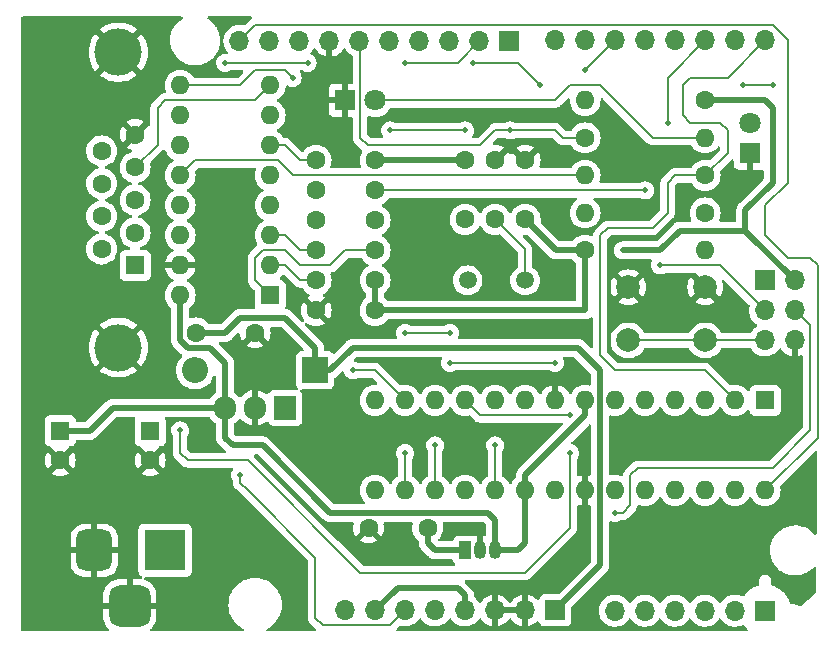
<source format=gbl>
G04 #@! TF.GenerationSoftware,KiCad,Pcbnew,6.0.2+dfsg-1*
G04 #@! TF.CreationDate,2022-11-01T12:40:40+01:00*
G04 #@! TF.ProjectId,birnduino,6269726e-6475-4696-9e6f-2e6b69636164,rev?*
G04 #@! TF.SameCoordinates,Original*
G04 #@! TF.FileFunction,Copper,L2,Bot*
G04 #@! TF.FilePolarity,Positive*
%FSLAX46Y46*%
G04 Gerber Fmt 4.6, Leading zero omitted, Abs format (unit mm)*
G04 Created by KiCad (PCBNEW 6.0.2+dfsg-1) date 2022-11-01 12:40:40*
%MOMM*%
%LPD*%
G01*
G04 APERTURE LIST*
G04 Aperture macros list*
%AMRoundRect*
0 Rectangle with rounded corners*
0 $1 Rounding radius*
0 $2 $3 $4 $5 $6 $7 $8 $9 X,Y pos of 4 corners*
0 Add a 4 corners polygon primitive as box body*
4,1,4,$2,$3,$4,$5,$6,$7,$8,$9,$2,$3,0*
0 Add four circle primitives for the rounded corners*
1,1,$1+$1,$2,$3*
1,1,$1+$1,$4,$5*
1,1,$1+$1,$6,$7*
1,1,$1+$1,$8,$9*
0 Add four rect primitives between the rounded corners*
20,1,$1+$1,$2,$3,$4,$5,0*
20,1,$1+$1,$4,$5,$6,$7,0*
20,1,$1+$1,$6,$7,$8,$9,0*
20,1,$1+$1,$8,$9,$2,$3,0*%
G04 Aperture macros list end*
G04 #@! TA.AperFunction,ComponentPad*
%ADD10R,1.700000X1.700000*%
G04 #@! TD*
G04 #@! TA.AperFunction,ComponentPad*
%ADD11O,1.700000X1.700000*%
G04 #@! TD*
G04 #@! TA.AperFunction,ComponentPad*
%ADD12R,3.500000X3.500000*%
G04 #@! TD*
G04 #@! TA.AperFunction,ComponentPad*
%ADD13RoundRect,0.750000X-0.750000X-1.000000X0.750000X-1.000000X0.750000X1.000000X-0.750000X1.000000X0*%
G04 #@! TD*
G04 #@! TA.AperFunction,ComponentPad*
%ADD14RoundRect,0.875000X-0.875000X-0.875000X0.875000X-0.875000X0.875000X0.875000X-0.875000X0.875000X0*%
G04 #@! TD*
G04 #@! TA.AperFunction,ComponentPad*
%ADD15C,1.600000*%
G04 #@! TD*
G04 #@! TA.AperFunction,ComponentPad*
%ADD16O,1.600000X1.600000*%
G04 #@! TD*
G04 #@! TA.AperFunction,ComponentPad*
%ADD17R,1.050000X1.500000*%
G04 #@! TD*
G04 #@! TA.AperFunction,ComponentPad*
%ADD18O,1.050000X1.500000*%
G04 #@! TD*
G04 #@! TA.AperFunction,ComponentPad*
%ADD19R,1.800000X1.800000*%
G04 #@! TD*
G04 #@! TA.AperFunction,ComponentPad*
%ADD20C,1.800000*%
G04 #@! TD*
G04 #@! TA.AperFunction,ComponentPad*
%ADD21R,1.905000X2.000000*%
G04 #@! TD*
G04 #@! TA.AperFunction,ComponentPad*
%ADD22O,1.905000X2.000000*%
G04 #@! TD*
G04 #@! TA.AperFunction,ComponentPad*
%ADD23R,1.600000X1.600000*%
G04 #@! TD*
G04 #@! TA.AperFunction,ComponentPad*
%ADD24C,4.000000*%
G04 #@! TD*
G04 #@! TA.AperFunction,ComponentPad*
%ADD25R,2.200000X2.200000*%
G04 #@! TD*
G04 #@! TA.AperFunction,ComponentPad*
%ADD26O,2.200000X2.200000*%
G04 #@! TD*
G04 #@! TA.AperFunction,ComponentPad*
%ADD27C,2.000000*%
G04 #@! TD*
G04 #@! TA.AperFunction,ComponentPad*
%ADD28C,1.500000*%
G04 #@! TD*
G04 #@! TA.AperFunction,ViaPad*
%ADD29C,0.500000*%
G04 #@! TD*
G04 #@! TA.AperFunction,Conductor*
%ADD30C,0.200000*%
G04 #@! TD*
G04 #@! TA.AperFunction,Conductor*
%ADD31C,0.500000*%
G04 #@! TD*
G04 APERTURE END LIST*
D10*
X184150000Y-100330000D03*
D11*
X181610000Y-100330000D03*
X179070000Y-100330000D03*
X176530000Y-100330000D03*
X173990000Y-100330000D03*
X171450000Y-100330000D03*
X168910000Y-100330000D03*
X166370000Y-100330000D03*
D12*
X151130000Y-95250000D03*
D13*
X145130000Y-95250000D03*
D14*
X148130000Y-99950000D03*
D10*
X201905000Y-100355000D03*
D11*
X199365000Y-100355000D03*
X196825000Y-100355000D03*
X194285000Y-100355000D03*
X191745000Y-100355000D03*
X189205000Y-100355000D03*
D15*
X168910000Y-74930000D03*
X163910000Y-74930000D03*
X196850000Y-57150000D03*
D16*
X186690000Y-57150000D03*
D15*
X173355000Y-93345000D03*
X168355000Y-93345000D03*
X186690000Y-69850000D03*
D16*
X196850000Y-69850000D03*
D17*
X176530000Y-95250000D03*
D18*
X177800000Y-95250000D03*
X179070000Y-95250000D03*
D19*
X200660000Y-61595000D03*
D20*
X200660000Y-59055000D03*
D21*
X161290000Y-83185000D03*
D22*
X158750000Y-83185000D03*
X156210000Y-83185000D03*
D23*
X201930000Y-82550000D03*
D16*
X199390000Y-82550000D03*
X196850000Y-82550000D03*
X194310000Y-82550000D03*
X191770000Y-82550000D03*
X189230000Y-82550000D03*
X186690000Y-82550000D03*
X184150000Y-82550000D03*
X181610000Y-82550000D03*
X179070000Y-82550000D03*
X176530000Y-82550000D03*
X173990000Y-82550000D03*
X171450000Y-82550000D03*
X168910000Y-82550000D03*
X168910000Y-90170000D03*
X171450000Y-90170000D03*
X173990000Y-90170000D03*
X176530000Y-90170000D03*
X179070000Y-90170000D03*
X181610000Y-90170000D03*
X184150000Y-90170000D03*
X186690000Y-90170000D03*
X189230000Y-90170000D03*
X191770000Y-90170000D03*
X194310000Y-90170000D03*
X196850000Y-90170000D03*
X199390000Y-90170000D03*
X201930000Y-90170000D03*
D11*
X201930000Y-52070000D03*
X199390000Y-52070000D03*
X196850000Y-52070000D03*
X194310000Y-52070000D03*
X191770000Y-52070000D03*
X189230000Y-52070000D03*
X186690000Y-52070000D03*
X184150000Y-52070000D03*
D23*
X142240000Y-85130000D03*
D15*
X142240000Y-87630000D03*
X181610000Y-67230000D03*
X181610000Y-62230000D03*
X163910000Y-62230000D03*
X168910000Y-62230000D03*
X196850000Y-66675000D03*
D16*
X186690000Y-66675000D03*
D15*
X163910000Y-64770000D03*
X168910000Y-64770000D03*
X196850000Y-63500000D03*
D16*
X186690000Y-63500000D03*
D15*
X163910000Y-67310000D03*
X168910000Y-67310000D03*
D19*
X166370000Y-57150000D03*
D20*
X168910000Y-57150000D03*
D15*
X176530000Y-67230000D03*
X176530000Y-62230000D03*
D24*
X147170000Y-53080000D03*
X147170000Y-78080000D03*
D23*
X148590000Y-71120000D03*
D15*
X148590000Y-68350000D03*
X148590000Y-65580000D03*
X148590000Y-62810000D03*
X148590000Y-60040000D03*
X145750000Y-69735000D03*
X145750000Y-66965000D03*
X145750000Y-64195000D03*
X145750000Y-61425000D03*
X179070000Y-67230000D03*
X179070000Y-62230000D03*
X168910000Y-69850000D03*
X163910000Y-69850000D03*
X186690000Y-60325000D03*
D16*
X196850000Y-60325000D03*
D25*
X163830000Y-80010000D03*
D26*
X153670000Y-80010000D03*
D15*
X153750000Y-76835000D03*
X158750000Y-76835000D03*
D27*
X196850000Y-77470000D03*
X190350000Y-77470000D03*
X190350000Y-72970000D03*
X196850000Y-72970000D03*
D10*
X180280000Y-52095000D03*
D11*
X177740000Y-52095000D03*
X175200000Y-52095000D03*
X172660000Y-52095000D03*
X170120000Y-52095000D03*
X167580000Y-52095000D03*
X165040000Y-52095000D03*
X162500000Y-52095000D03*
X159960000Y-52095000D03*
X157420000Y-52095000D03*
D10*
X201930000Y-72390000D03*
D11*
X204470000Y-72390000D03*
X201930000Y-74930000D03*
X204470000Y-74930000D03*
X201930000Y-77470000D03*
X204470000Y-77470000D03*
D15*
X168910000Y-72390000D03*
X163910000Y-72390000D03*
D28*
X181610000Y-72390000D03*
X176730000Y-72390000D03*
D23*
X149860000Y-85130000D03*
D15*
X149860000Y-87630000D03*
D23*
X160020000Y-73660000D03*
D16*
X160020000Y-71120000D03*
X160020000Y-68580000D03*
X160020000Y-66040000D03*
X160020000Y-63500000D03*
X160020000Y-60960000D03*
X160020000Y-58420000D03*
X160020000Y-55880000D03*
X152400000Y-55880000D03*
X152400000Y-58420000D03*
X152400000Y-60960000D03*
X152400000Y-63500000D03*
X152400000Y-66040000D03*
X152400000Y-68580000D03*
X152400000Y-71120000D03*
X152400000Y-73660000D03*
D29*
X193675000Y-59055000D03*
X202565000Y-55880000D03*
X200025000Y-55880000D03*
X185420000Y-83820000D03*
X186690000Y-54610000D03*
X184150000Y-79375000D03*
X175260000Y-79375000D03*
X167005000Y-80010000D03*
X176530000Y-59690000D03*
X170180000Y-59690000D03*
X171450000Y-76835000D03*
X175260000Y-76835000D03*
X171450000Y-53975000D03*
X171450000Y-86995000D03*
X182880000Y-55880000D03*
X177165000Y-53975000D03*
X173990000Y-86360000D03*
X189230000Y-92075000D03*
X163195000Y-53975000D03*
X156210000Y-53975000D03*
X193040000Y-71120000D03*
X179070000Y-86360000D03*
X180340000Y-59690000D03*
X186690000Y-74930000D03*
X189865000Y-69850000D03*
X191135000Y-63500000D03*
X186690000Y-86995000D03*
X163830000Y-86360000D03*
X163830000Y-88265000D03*
X165100000Y-76835000D03*
X196850000Y-85725000D03*
X199390000Y-85725000D03*
X191770000Y-85725000D03*
X186055000Y-95250000D03*
X184785000Y-96520000D03*
X182880000Y-85725000D03*
X161925000Y-86360000D03*
X183515000Y-97790000D03*
X165735000Y-84455000D03*
X182245000Y-86360000D03*
X163830000Y-84455000D03*
X204470000Y-80010000D03*
X181610000Y-86995000D03*
X183515000Y-85090000D03*
X165735000Y-86360000D03*
X194310000Y-85725000D03*
X165735000Y-88265000D03*
X193040000Y-63500000D03*
X191135000Y-61595000D03*
X186690000Y-88265000D03*
X165735000Y-82550000D03*
X193040000Y-61595000D03*
X157480000Y-88900000D03*
X191770000Y-64770000D03*
X185420000Y-86995000D03*
X152400000Y-85090000D03*
X161925000Y-55245000D03*
D30*
X187960000Y-68580000D02*
X188595000Y-67945000D01*
X199390000Y-82550000D02*
X196850000Y-80010000D01*
X198120000Y-59055000D02*
X195580000Y-59055000D01*
X189230000Y-80010000D02*
X187960000Y-78740000D01*
X196850000Y-80010000D02*
X189230000Y-80010000D01*
X194945000Y-55880000D02*
X195580000Y-55245000D01*
X188595000Y-67945000D02*
X192405000Y-67945000D01*
X195580000Y-55245000D02*
X198755000Y-55245000D01*
X193675000Y-64135000D02*
X194310000Y-63500000D01*
X192405000Y-67945000D02*
X193675000Y-66675000D01*
X195580000Y-59055000D02*
X194945000Y-58420000D01*
X194945000Y-58420000D02*
X194945000Y-55880000D01*
X187960000Y-78740000D02*
X187960000Y-68580000D01*
X198755000Y-55245000D02*
X201930000Y-52070000D01*
X196850000Y-63500000D02*
X198755000Y-61595000D01*
X193675000Y-66675000D02*
X193675000Y-64135000D01*
X194310000Y-63500000D02*
X196850000Y-63500000D01*
X198755000Y-61595000D02*
X198755000Y-59690000D01*
X198755000Y-59690000D02*
X198120000Y-59055000D01*
X193675000Y-59055000D02*
X193675000Y-55245000D01*
X193675000Y-55245000D02*
X196850000Y-52070000D01*
X202565000Y-55880000D02*
X200025000Y-55880000D01*
X189230000Y-52070000D02*
X186690000Y-54610000D01*
X185420000Y-83820000D02*
X177800000Y-83820000D01*
X177800000Y-83820000D02*
X176530000Y-82550000D01*
X184150000Y-79375000D02*
X175260000Y-79375000D01*
X167005000Y-80010000D02*
X168910000Y-80010000D01*
X170180000Y-59690000D02*
X176530000Y-59690000D01*
X168910000Y-80010000D02*
X171450000Y-82550000D01*
X171450000Y-76835000D02*
X175260000Y-76835000D01*
X175895000Y-53975000D02*
X177800000Y-52070000D01*
X171450000Y-53975000D02*
X175895000Y-53975000D01*
X180975000Y-53975000D02*
X177165000Y-53975000D01*
X182880000Y-55880000D02*
X180975000Y-53975000D01*
X171450000Y-86995000D02*
X171450000Y-90170000D01*
D31*
X163830000Y-80010000D02*
X163830000Y-78105000D01*
X187960000Y-80010000D02*
X186055000Y-78105000D01*
X187960000Y-96520000D02*
X187960000Y-80010000D01*
X156210000Y-76835000D02*
X157480000Y-75565000D01*
X157480000Y-75565000D02*
X161290000Y-75565000D01*
X184150000Y-100330000D02*
X187960000Y-96520000D01*
X186055000Y-78105000D02*
X167005000Y-78105000D01*
X161290000Y-75565000D02*
X163830000Y-78105000D01*
X165100000Y-80010000D02*
X163830000Y-80010000D01*
X153750000Y-76835000D02*
X156210000Y-76835000D01*
X167005000Y-78105000D02*
X165100000Y-80010000D01*
D30*
X205740000Y-76200000D02*
X205740000Y-85090000D01*
X204470000Y-74930000D02*
X205740000Y-76200000D01*
X173990000Y-90170000D02*
X173990000Y-86360000D01*
X189865000Y-92075000D02*
X189230000Y-92075000D01*
X190500000Y-91440000D02*
X189865000Y-92075000D01*
X190500000Y-88900000D02*
X190500000Y-91440000D01*
X202565000Y-88265000D02*
X191135000Y-88265000D01*
X191135000Y-88265000D02*
X190500000Y-88900000D01*
X205740000Y-85090000D02*
X202565000Y-88265000D01*
X163195000Y-53975000D02*
X156210000Y-53975000D01*
X179070000Y-90170000D02*
X179070000Y-86360000D01*
X177800000Y-60960000D02*
X168275000Y-60960000D01*
X198120000Y-71120000D02*
X201930000Y-74930000D01*
X180340000Y-59690000D02*
X184150000Y-59690000D01*
X184785000Y-60325000D02*
X184150000Y-59690000D01*
X167640000Y-60325000D02*
X167640000Y-52070000D01*
X179070000Y-59690000D02*
X177800000Y-60960000D01*
X193040000Y-71120000D02*
X198120000Y-71120000D01*
X186690000Y-60325000D02*
X184785000Y-60325000D01*
X168275000Y-60960000D02*
X167640000Y-60325000D01*
X180340000Y-59690000D02*
X179070000Y-59690000D01*
X205740000Y-70485000D02*
X203835000Y-70485000D01*
X201930000Y-68580000D02*
X201930000Y-66040000D01*
X203835000Y-64135000D02*
X203835000Y-52070000D01*
X203835000Y-52070000D02*
X202565000Y-50800000D01*
X201930000Y-90170000D02*
X206375000Y-85725000D01*
X201930000Y-66040000D02*
X203835000Y-64135000D01*
X206375000Y-71120000D02*
X205740000Y-70485000D01*
X206375000Y-85725000D02*
X206375000Y-71120000D01*
X158750000Y-50800000D02*
X157480000Y-52070000D01*
X202565000Y-50800000D02*
X158750000Y-50800000D01*
X203835000Y-70485000D02*
X201930000Y-68580000D01*
D31*
X186690000Y-74930000D02*
X186690000Y-69850000D01*
X189865000Y-69850000D02*
X193040000Y-69850000D01*
X165100000Y-92075000D02*
X178435000Y-92075000D01*
X153035000Y-78105000D02*
X152400000Y-77470000D01*
X168910000Y-74930000D02*
X168910000Y-72390000D01*
X200253600Y-68173600D02*
X204470000Y-72390000D01*
X180975000Y-95250000D02*
X181610000Y-94615000D01*
X193040000Y-69850000D02*
X194716400Y-68173600D01*
X170815000Y-98425000D02*
X175895000Y-98425000D01*
X144740000Y-85130000D02*
X142240000Y-85130000D01*
X202565000Y-57785000D02*
X201930000Y-57150000D01*
X179070000Y-95250000D02*
X180975000Y-95250000D01*
X159385000Y-86360000D02*
X165100000Y-92075000D01*
X194716400Y-68173600D02*
X200253600Y-68173600D01*
X178435000Y-92075000D02*
X179070000Y-92710000D01*
X181610000Y-94615000D02*
X181610000Y-90170000D01*
X181610000Y-90170000D02*
X181610000Y-88900000D01*
X146685000Y-83185000D02*
X156210000Y-83185000D01*
X200253600Y-66446400D02*
X202565000Y-64135000D01*
X184230000Y-69850000D02*
X181610000Y-67230000D01*
X202565000Y-64135000D02*
X202565000Y-57785000D01*
X200253600Y-68173600D02*
X200253600Y-66446400D01*
X156210000Y-83185000D02*
X156210000Y-85725000D01*
X156845000Y-86360000D02*
X159385000Y-86360000D01*
X156210000Y-79375000D02*
X156210000Y-83185000D01*
X146685000Y-83185000D02*
X144740000Y-85130000D01*
X175895000Y-98425000D02*
X176530000Y-99060000D01*
X179070000Y-92710000D02*
X179070000Y-95250000D01*
X186690000Y-83820000D02*
X186690000Y-82550000D01*
X186690000Y-74930000D02*
X168910000Y-74930000D01*
X152400000Y-77470000D02*
X152400000Y-73660000D01*
X201930000Y-57150000D02*
X196850000Y-57150000D01*
X168910000Y-100330000D02*
X170815000Y-98425000D01*
X154940000Y-78105000D02*
X153035000Y-78105000D01*
X181610000Y-88900000D02*
X186690000Y-83820000D01*
X176530000Y-99060000D02*
X176530000Y-100330000D01*
X186690000Y-69850000D02*
X184230000Y-69850000D01*
X156210000Y-85725000D02*
X156845000Y-86360000D01*
X154940000Y-78105000D02*
X156210000Y-79375000D01*
X181610000Y-100330000D02*
X179070000Y-100330000D01*
X176530000Y-62230000D02*
X168910000Y-62230000D01*
X173355000Y-94615000D02*
X173990000Y-95250000D01*
X173355000Y-93345000D02*
X173355000Y-94615000D01*
X176530000Y-95250000D02*
X173990000Y-95250000D01*
D30*
X179070000Y-67230000D02*
X181610000Y-69770000D01*
X181610000Y-69770000D02*
X181610000Y-72390000D01*
X158750000Y-57150000D02*
X160020000Y-55880000D01*
X148590000Y-62810000D02*
X150495000Y-60905000D01*
X150495000Y-60905000D02*
X150495000Y-57785000D01*
X150495000Y-57785000D02*
X151130000Y-57150000D01*
X151130000Y-57150000D02*
X158750000Y-57150000D01*
X170180000Y-101600000D02*
X164465000Y-101600000D01*
X163830000Y-95885000D02*
X158115000Y-90170000D01*
X190350000Y-77470000D02*
X196850000Y-77470000D01*
X164465000Y-101600000D02*
X163830000Y-100965000D01*
X157480000Y-89535000D02*
X157480000Y-88900000D01*
X171450000Y-100330000D02*
X170180000Y-101600000D01*
X158115000Y-90170000D02*
X157480000Y-89535000D01*
X163830000Y-100965000D02*
X163830000Y-95885000D01*
X191770000Y-64770000D02*
X168910000Y-64770000D01*
X196850000Y-77470000D02*
X201930000Y-77470000D01*
X184150000Y-57150000D02*
X168910000Y-57150000D01*
X196850000Y-60325000D02*
X192405000Y-60325000D01*
X184150000Y-57150000D02*
X185420000Y-55880000D01*
X185420000Y-55880000D02*
X187960000Y-55880000D01*
X187960000Y-55880000D02*
X192405000Y-60325000D01*
X160020000Y-71120000D02*
X161290000Y-71120000D01*
X162560000Y-72390000D02*
X163910000Y-72390000D01*
X161290000Y-71120000D02*
X162560000Y-72390000D01*
X165100000Y-71120000D02*
X162560000Y-71120000D01*
X166370000Y-69850000D02*
X165100000Y-71120000D01*
X159385000Y-69850000D02*
X158750000Y-70485000D01*
X158750000Y-70485000D02*
X158750000Y-72390000D01*
X162560000Y-71120000D02*
X161290000Y-69850000D01*
X161290000Y-69850000D02*
X159385000Y-69850000D01*
X158750000Y-72390000D02*
X160020000Y-73660000D01*
X168910000Y-69850000D02*
X166370000Y-69850000D01*
X162560000Y-69850000D02*
X161290000Y-68580000D01*
X163910000Y-69850000D02*
X162560000Y-69850000D01*
X161290000Y-68580000D02*
X160020000Y-68580000D01*
X181610000Y-97155000D02*
X167640000Y-97155000D01*
X153035000Y-87630000D02*
X158115000Y-87630000D01*
X167640000Y-97155000D02*
X158115000Y-87630000D01*
X152400000Y-85090000D02*
X152400000Y-86995000D01*
X185420000Y-93345000D02*
X181610000Y-97155000D01*
X185420000Y-86995000D02*
X185420000Y-93345000D01*
X152400000Y-86995000D02*
X153035000Y-87630000D01*
X152400000Y-63500000D02*
X153670000Y-62230000D01*
X160655000Y-62230000D02*
X161925000Y-63500000D01*
X161925000Y-63500000D02*
X186690000Y-63500000D01*
X153670000Y-62230000D02*
X160655000Y-62230000D01*
X163910000Y-62230000D02*
X162560000Y-62230000D01*
X161290000Y-60960000D02*
X160020000Y-60960000D01*
X162560000Y-62230000D02*
X161290000Y-60960000D01*
X157480000Y-55880000D02*
X158750000Y-54610000D01*
X152400000Y-55880000D02*
X157480000Y-55880000D01*
X158750000Y-54610000D02*
X161290000Y-54610000D01*
X161925000Y-55245000D02*
X161290000Y-54610000D01*
G04 #@! TA.AperFunction,Conductor*
G36*
X152572564Y-50058002D02*
G01*
X152619057Y-50111658D01*
X152629161Y-50181932D01*
X152599667Y-50246512D01*
X152569149Y-50272116D01*
X152467806Y-50332768D01*
X152467802Y-50332771D01*
X152464124Y-50334972D01*
X152460781Y-50337650D01*
X152460777Y-50337653D01*
X152385546Y-50397925D01*
X152239811Y-50514681D01*
X152041963Y-50723170D01*
X151874240Y-50956581D01*
X151739746Y-51210596D01*
X151640971Y-51480512D01*
X151579741Y-51761337D01*
X151557698Y-52041415D01*
X151557190Y-52047874D01*
X151573735Y-52334820D01*
X151574560Y-52339025D01*
X151574561Y-52339033D01*
X151601459Y-52476131D01*
X151629070Y-52616865D01*
X151630457Y-52620916D01*
X151715973Y-52870688D01*
X151722171Y-52888792D01*
X151754710Y-52953489D01*
X151847909Y-53138792D01*
X151851316Y-53145567D01*
X151853742Y-53149096D01*
X151853745Y-53149102D01*
X151925683Y-53253771D01*
X152014114Y-53382439D01*
X152063653Y-53436882D01*
X152192758Y-53578766D01*
X152207553Y-53595026D01*
X152210841Y-53597775D01*
X152424761Y-53776641D01*
X152424766Y-53776645D01*
X152428053Y-53779393D01*
X152504293Y-53827218D01*
X152667895Y-53929846D01*
X152667899Y-53929848D01*
X152671535Y-53932129D01*
X152933493Y-54050407D01*
X153209079Y-54132040D01*
X153213313Y-54132688D01*
X153213318Y-54132689D01*
X153423329Y-54164825D01*
X153493195Y-54175516D01*
X153639580Y-54177815D01*
X153776291Y-54179963D01*
X153776297Y-54179963D01*
X153780582Y-54180030D01*
X154065923Y-54145500D01*
X154343937Y-54072565D01*
X154347897Y-54070925D01*
X154347902Y-54070923D01*
X154498188Y-54008672D01*
X154609481Y-53962573D01*
X154683456Y-53919346D01*
X154853943Y-53819721D01*
X154853944Y-53819721D01*
X154857641Y-53817560D01*
X155083823Y-53640210D01*
X155094021Y-53629687D01*
X155261788Y-53456564D01*
X155283844Y-53433804D01*
X155286377Y-53430356D01*
X155286381Y-53430351D01*
X155451464Y-53205617D01*
X155454002Y-53202162D01*
X155591149Y-52949571D01*
X155648869Y-52796819D01*
X155691227Y-52684721D01*
X155691228Y-52684718D01*
X155692745Y-52680703D01*
X155743532Y-52458954D01*
X155755954Y-52404718D01*
X155755955Y-52404714D01*
X155756912Y-52400534D01*
X155763661Y-52324922D01*
X155782243Y-52116715D01*
X155782463Y-52114250D01*
X155782926Y-52070000D01*
X155782010Y-52056562D01*
X155763669Y-51787520D01*
X155763668Y-51787514D01*
X155763377Y-51783243D01*
X155758841Y-51761337D01*
X155705962Y-51505998D01*
X155705091Y-51501792D01*
X155698139Y-51482158D01*
X155610579Y-51234897D01*
X155609148Y-51230856D01*
X155529032Y-51075635D01*
X155479286Y-50979254D01*
X155479286Y-50979253D01*
X155477321Y-50975447D01*
X155466866Y-50960570D01*
X155382652Y-50840747D01*
X155312052Y-50740293D01*
X155191957Y-50611055D01*
X155119318Y-50532886D01*
X155119315Y-50532883D01*
X155116397Y-50529743D01*
X154893978Y-50347695D01*
X154772280Y-50273118D01*
X154769530Y-50271433D01*
X154721899Y-50218785D01*
X154710292Y-50148744D01*
X154738395Y-50083546D01*
X154797286Y-50043892D01*
X154835365Y-50038000D01*
X158374238Y-50038000D01*
X158442359Y-50058002D01*
X158488852Y-50111658D01*
X158498956Y-50181932D01*
X158469462Y-50246512D01*
X158443023Y-50268344D01*
X158443124Y-50268476D01*
X158436571Y-50273504D01*
X158436568Y-50273506D01*
X158359338Y-50332768D01*
X158347928Y-50341523D01*
X158347925Y-50341526D01*
X158316013Y-50366013D01*
X158310983Y-50372568D01*
X158296548Y-50391379D01*
X158285681Y-50403770D01*
X157930895Y-50758556D01*
X157868583Y-50792582D01*
X157799742Y-50788234D01*
X157768212Y-50777069D01*
X157763123Y-50776162D01*
X157763121Y-50776162D01*
X157553373Y-50738800D01*
X157553367Y-50738799D01*
X157548284Y-50737894D01*
X157474452Y-50736992D01*
X157330081Y-50735228D01*
X157330079Y-50735228D01*
X157324911Y-50735165D01*
X157104091Y-50768955D01*
X156891756Y-50838357D01*
X156887164Y-50840747D01*
X156887165Y-50840747D01*
X156714842Y-50930453D01*
X156693607Y-50941507D01*
X156689474Y-50944610D01*
X156689471Y-50944612D01*
X156519100Y-51072530D01*
X156514965Y-51075635D01*
X156360629Y-51237138D01*
X156234743Y-51421680D01*
X156198652Y-51499432D01*
X156152293Y-51599305D01*
X156140688Y-51624305D01*
X156080989Y-51839570D01*
X156057251Y-52061695D01*
X156057548Y-52066848D01*
X156057548Y-52066851D01*
X156068960Y-52264767D01*
X156070110Y-52284715D01*
X156071247Y-52289761D01*
X156071248Y-52289767D01*
X156081402Y-52334820D01*
X156119222Y-52502639D01*
X156203266Y-52709616D01*
X156240685Y-52770678D01*
X156317291Y-52895688D01*
X156319987Y-52900088D01*
X156323366Y-52903989D01*
X156323372Y-52903997D01*
X156419838Y-53015360D01*
X156449321Y-53079945D01*
X156439206Y-53150217D01*
X156392705Y-53203866D01*
X156324581Y-53223857D01*
X156309689Y-53222971D01*
X156215329Y-53211720D01*
X156208326Y-53212456D01*
X156208325Y-53212456D01*
X156053101Y-53228770D01*
X156053097Y-53228771D01*
X156046093Y-53229507D01*
X156039422Y-53231778D01*
X155891673Y-53282075D01*
X155891670Y-53282076D01*
X155885003Y-53284346D01*
X155879005Y-53288036D01*
X155879003Y-53288037D01*
X155746065Y-53369821D01*
X155746063Y-53369823D01*
X155740066Y-53373512D01*
X155618486Y-53492573D01*
X155614675Y-53498487D01*
X155614673Y-53498489D01*
X155552459Y-53595026D01*
X155526304Y-53635610D01*
X155468103Y-53795516D01*
X155446775Y-53964343D01*
X155463381Y-54133699D01*
X155465605Y-54140384D01*
X155465605Y-54140385D01*
X155478771Y-54179963D01*
X155517094Y-54295167D01*
X155520741Y-54301189D01*
X155520742Y-54301191D01*
X155600858Y-54433477D01*
X155605246Y-54440723D01*
X155723455Y-54563132D01*
X155764561Y-54590031D01*
X155857411Y-54650790D01*
X155865846Y-54656310D01*
X155872450Y-54658766D01*
X155872452Y-54658767D01*
X155908844Y-54672301D01*
X156025341Y-54715626D01*
X156194015Y-54738132D01*
X156201026Y-54737494D01*
X156201030Y-54737494D01*
X156356462Y-54723348D01*
X156363483Y-54722709D01*
X156370185Y-54720531D01*
X156370187Y-54720531D01*
X156518623Y-54672301D01*
X156518626Y-54672300D01*
X156525322Y-54670124D01*
X156640823Y-54601271D01*
X156705341Y-54583500D01*
X157611761Y-54583500D01*
X157679882Y-54603502D01*
X157726375Y-54657158D01*
X157736479Y-54727432D01*
X157706985Y-54792012D01*
X157700856Y-54798595D01*
X157264856Y-55234595D01*
X157202544Y-55268621D01*
X157175761Y-55271500D01*
X153636899Y-55271500D01*
X153568778Y-55251498D01*
X153533686Y-55217771D01*
X153409357Y-55040211D01*
X153409355Y-55040208D01*
X153406198Y-55035700D01*
X153244300Y-54873802D01*
X153239792Y-54870645D01*
X153239789Y-54870643D01*
X153138650Y-54799825D01*
X153056749Y-54742477D01*
X153051767Y-54740154D01*
X153051762Y-54740151D01*
X152854225Y-54648039D01*
X152854224Y-54648039D01*
X152849243Y-54645716D01*
X152843935Y-54644294D01*
X152843933Y-54644293D01*
X152633402Y-54587881D01*
X152633400Y-54587881D01*
X152628087Y-54586457D01*
X152400000Y-54566502D01*
X152171913Y-54586457D01*
X152166600Y-54587881D01*
X152166598Y-54587881D01*
X151956067Y-54644293D01*
X151956065Y-54644294D01*
X151950757Y-54645716D01*
X151945776Y-54648039D01*
X151945775Y-54648039D01*
X151748238Y-54740151D01*
X151748233Y-54740154D01*
X151743251Y-54742477D01*
X151661350Y-54799825D01*
X151560211Y-54870643D01*
X151560208Y-54870645D01*
X151555700Y-54873802D01*
X151393802Y-55035700D01*
X151390645Y-55040208D01*
X151390643Y-55040211D01*
X151349959Y-55098314D01*
X151262477Y-55223251D01*
X151260154Y-55228233D01*
X151260151Y-55228238D01*
X151170022Y-55421523D01*
X151165716Y-55430757D01*
X151164294Y-55436065D01*
X151164293Y-55436067D01*
X151122001Y-55593902D01*
X151106457Y-55651913D01*
X151086502Y-55880000D01*
X151106457Y-56108087D01*
X151107881Y-56113400D01*
X151107881Y-56113402D01*
X151163543Y-56321132D01*
X151165716Y-56329243D01*
X151168039Y-56334224D01*
X151168039Y-56334225D01*
X151181972Y-56364104D01*
X151192633Y-56434296D01*
X151163653Y-56499108D01*
X151104233Y-56537965D01*
X151084228Y-56542275D01*
X150971149Y-56557162D01*
X150823124Y-56618476D01*
X150800680Y-56635698D01*
X150727937Y-56691515D01*
X150727921Y-56691529D01*
X150702566Y-56710984D01*
X150702563Y-56710987D01*
X150696013Y-56716013D01*
X150690983Y-56722568D01*
X150676548Y-56741379D01*
X150665681Y-56753770D01*
X150098766Y-57320685D01*
X150086375Y-57331552D01*
X150061013Y-57351013D01*
X150036526Y-57382925D01*
X150036523Y-57382928D01*
X150036517Y-57382936D01*
X150006454Y-57422115D01*
X149963476Y-57478124D01*
X149905079Y-57619107D01*
X149902162Y-57626150D01*
X149886500Y-57745115D01*
X149886500Y-57745120D01*
X149881250Y-57785000D01*
X149882328Y-57793188D01*
X149885422Y-57816690D01*
X149886500Y-57833136D01*
X149886500Y-59224004D01*
X149866498Y-59292125D01*
X149812842Y-59338618D01*
X149742568Y-59348722D01*
X149681830Y-59322427D01*
X149677012Y-59318576D01*
X149663566Y-59325644D01*
X147874923Y-61114287D01*
X147868493Y-61126062D01*
X147877789Y-61138077D01*
X147928994Y-61173931D01*
X147938489Y-61179414D01*
X148135947Y-61271490D01*
X148146239Y-61275236D01*
X148249985Y-61303034D01*
X148310608Y-61339985D01*
X148341629Y-61403846D01*
X148333201Y-61474340D01*
X148287998Y-61529088D01*
X148249986Y-61546448D01*
X148140757Y-61575716D01*
X148135776Y-61578039D01*
X148135775Y-61578039D01*
X147938238Y-61670151D01*
X147938233Y-61670154D01*
X147933251Y-61672477D01*
X147913386Y-61686387D01*
X147750211Y-61800643D01*
X147750208Y-61800645D01*
X147745700Y-61803802D01*
X147583802Y-61965700D01*
X147580645Y-61970208D01*
X147580643Y-61970211D01*
X147546075Y-62019580D01*
X147452477Y-62153251D01*
X147450154Y-62158233D01*
X147450151Y-62158238D01*
X147375143Y-62319095D01*
X147355716Y-62360757D01*
X147354294Y-62366065D01*
X147354293Y-62366067D01*
X147301029Y-62564849D01*
X147296457Y-62581913D01*
X147276502Y-62810000D01*
X147296457Y-63038087D01*
X147297881Y-63043400D01*
X147297881Y-63043402D01*
X147334637Y-63180574D01*
X147355716Y-63259243D01*
X147358039Y-63264224D01*
X147358039Y-63264225D01*
X147450151Y-63461762D01*
X147450154Y-63461767D01*
X147452477Y-63466749D01*
X147506035Y-63543238D01*
X147573891Y-63640145D01*
X147583802Y-63654300D01*
X147745700Y-63816198D01*
X147750208Y-63819355D01*
X147750211Y-63819357D01*
X147775051Y-63836750D01*
X147933251Y-63947523D01*
X147938233Y-63949846D01*
X147938238Y-63949849D01*
X148135775Y-64041961D01*
X148140757Y-64044284D01*
X148146065Y-64045706D01*
X148146067Y-64045707D01*
X148249019Y-64073293D01*
X148309642Y-64110245D01*
X148340663Y-64174106D01*
X148332235Y-64244600D01*
X148287032Y-64299347D01*
X148249019Y-64316707D01*
X148146067Y-64344293D01*
X148146065Y-64344294D01*
X148140757Y-64345716D01*
X148135776Y-64348039D01*
X148135775Y-64348039D01*
X147938238Y-64440151D01*
X147938233Y-64440154D01*
X147933251Y-64442477D01*
X147860397Y-64493490D01*
X147750211Y-64570643D01*
X147750208Y-64570645D01*
X147745700Y-64573802D01*
X147583802Y-64735700D01*
X147452477Y-64923251D01*
X147450154Y-64928233D01*
X147450151Y-64928238D01*
X147365013Y-65110820D01*
X147355716Y-65130757D01*
X147354294Y-65136065D01*
X147354293Y-65136067D01*
X147301073Y-65334685D01*
X147296457Y-65351913D01*
X147276502Y-65580000D01*
X147296457Y-65808087D01*
X147297881Y-65813400D01*
X147297881Y-65813402D01*
X147339053Y-65967055D01*
X147355716Y-66029243D01*
X147358039Y-66034224D01*
X147358039Y-66034225D01*
X147450151Y-66231762D01*
X147450154Y-66231767D01*
X147452477Y-66236749D01*
X147506035Y-66313238D01*
X147559933Y-66390211D01*
X147583802Y-66424300D01*
X147745700Y-66586198D01*
X147750208Y-66589355D01*
X147750211Y-66589357D01*
X147803777Y-66626864D01*
X147933251Y-66717523D01*
X147938233Y-66719846D01*
X147938238Y-66719849D01*
X148080245Y-66786067D01*
X148140757Y-66814284D01*
X148146065Y-66815706D01*
X148146067Y-66815707D01*
X148249019Y-66843293D01*
X148309642Y-66880245D01*
X148340663Y-66944106D01*
X148332235Y-67014600D01*
X148287032Y-67069347D01*
X148249019Y-67086707D01*
X148146067Y-67114293D01*
X148146065Y-67114294D01*
X148140757Y-67115716D01*
X148135776Y-67118039D01*
X148135775Y-67118039D01*
X147938238Y-67210151D01*
X147938233Y-67210154D01*
X147933251Y-67212477D01*
X147890057Y-67242722D01*
X147750211Y-67340643D01*
X147750208Y-67340645D01*
X147745700Y-67343802D01*
X147583802Y-67505700D01*
X147580645Y-67510208D01*
X147580643Y-67510211D01*
X147553644Y-67548770D01*
X147452477Y-67693251D01*
X147450154Y-67698233D01*
X147450151Y-67698238D01*
X147365258Y-67880293D01*
X147355716Y-67900757D01*
X147354294Y-67906065D01*
X147354293Y-67906067D01*
X147301029Y-68104849D01*
X147296457Y-68121913D01*
X147276502Y-68350000D01*
X147296457Y-68578087D01*
X147297881Y-68583400D01*
X147297881Y-68583402D01*
X147312576Y-68638242D01*
X147355716Y-68799243D01*
X147358039Y-68804224D01*
X147358039Y-68804225D01*
X147450151Y-69001762D01*
X147450154Y-69001767D01*
X147452477Y-69006749D01*
X147514915Y-69095920D01*
X147568278Y-69172129D01*
X147583802Y-69194300D01*
X147745700Y-69356198D01*
X147750208Y-69359355D01*
X147750211Y-69359357D01*
X147806646Y-69398873D01*
X147933251Y-69487523D01*
X147938233Y-69489846D01*
X147938238Y-69489849D01*
X148112923Y-69571305D01*
X148166208Y-69618222D01*
X148185669Y-69686499D01*
X148165127Y-69754459D01*
X148111105Y-69800525D01*
X148059673Y-69811500D01*
X147741866Y-69811500D01*
X147679684Y-69818255D01*
X147543295Y-69869385D01*
X147426739Y-69956739D01*
X147339385Y-70073295D01*
X147288255Y-70209684D01*
X147281500Y-70271866D01*
X147281500Y-71968134D01*
X147288255Y-72030316D01*
X147339385Y-72166705D01*
X147426739Y-72283261D01*
X147543295Y-72370615D01*
X147679684Y-72421745D01*
X147741866Y-72428500D01*
X149438134Y-72428500D01*
X149500316Y-72421745D01*
X149636705Y-72370615D01*
X149753261Y-72283261D01*
X149840615Y-72166705D01*
X149891745Y-72030316D01*
X149898500Y-71968134D01*
X149898500Y-70271866D01*
X149891745Y-70209684D01*
X149840615Y-70073295D01*
X149753261Y-69956739D01*
X149636705Y-69869385D01*
X149500316Y-69818255D01*
X149438134Y-69811500D01*
X149120327Y-69811500D01*
X149052206Y-69791498D01*
X149005713Y-69737842D01*
X148995609Y-69667568D01*
X149025103Y-69602988D01*
X149067077Y-69571305D01*
X149241762Y-69489849D01*
X149241767Y-69489846D01*
X149246749Y-69487523D01*
X149373354Y-69398873D01*
X149429789Y-69359357D01*
X149429792Y-69359355D01*
X149434300Y-69356198D01*
X149596198Y-69194300D01*
X149611723Y-69172129D01*
X149665085Y-69095920D01*
X149727523Y-69006749D01*
X149729846Y-69001767D01*
X149729849Y-69001762D01*
X149821961Y-68804225D01*
X149821961Y-68804224D01*
X149824284Y-68799243D01*
X149867425Y-68638242D01*
X149882119Y-68583402D01*
X149882119Y-68583400D01*
X149883543Y-68578087D01*
X149903498Y-68350000D01*
X149883543Y-68121913D01*
X149878971Y-68104849D01*
X149825707Y-67906067D01*
X149825706Y-67906065D01*
X149824284Y-67900757D01*
X149814742Y-67880293D01*
X149729849Y-67698238D01*
X149729846Y-67698233D01*
X149727523Y-67693251D01*
X149626356Y-67548770D01*
X149599357Y-67510211D01*
X149599355Y-67510208D01*
X149596198Y-67505700D01*
X149434300Y-67343802D01*
X149429792Y-67340645D01*
X149429789Y-67340643D01*
X149289943Y-67242722D01*
X149246749Y-67212477D01*
X149241767Y-67210154D01*
X149241762Y-67210151D01*
X149044225Y-67118039D01*
X149044224Y-67118039D01*
X149039243Y-67115716D01*
X149033935Y-67114294D01*
X149033933Y-67114293D01*
X148930981Y-67086707D01*
X148870358Y-67049755D01*
X148839337Y-66985894D01*
X148847765Y-66915400D01*
X148892968Y-66860653D01*
X148930981Y-66843293D01*
X149033933Y-66815707D01*
X149033935Y-66815706D01*
X149039243Y-66814284D01*
X149099755Y-66786067D01*
X149241762Y-66719849D01*
X149241767Y-66719846D01*
X149246749Y-66717523D01*
X149376223Y-66626864D01*
X149429789Y-66589357D01*
X149429792Y-66589355D01*
X149434300Y-66586198D01*
X149596198Y-66424300D01*
X149620068Y-66390211D01*
X149673965Y-66313238D01*
X149727523Y-66236749D01*
X149729846Y-66231767D01*
X149729849Y-66231762D01*
X149821961Y-66034225D01*
X149821961Y-66034224D01*
X149824284Y-66029243D01*
X149840948Y-65967055D01*
X149882119Y-65813402D01*
X149882119Y-65813400D01*
X149883543Y-65808087D01*
X149903498Y-65580000D01*
X149883543Y-65351913D01*
X149878927Y-65334685D01*
X149825707Y-65136067D01*
X149825706Y-65136065D01*
X149824284Y-65130757D01*
X149814987Y-65110820D01*
X149729849Y-64928238D01*
X149729846Y-64928233D01*
X149727523Y-64923251D01*
X149596198Y-64735700D01*
X149434300Y-64573802D01*
X149429792Y-64570645D01*
X149429789Y-64570643D01*
X149319603Y-64493490D01*
X149246749Y-64442477D01*
X149241767Y-64440154D01*
X149241762Y-64440151D01*
X149044225Y-64348039D01*
X149044224Y-64348039D01*
X149039243Y-64345716D01*
X149033935Y-64344294D01*
X149033933Y-64344293D01*
X148930981Y-64316707D01*
X148870358Y-64279755D01*
X148839337Y-64215894D01*
X148847765Y-64145400D01*
X148892968Y-64090653D01*
X148930981Y-64073293D01*
X149033933Y-64045707D01*
X149033935Y-64045706D01*
X149039243Y-64044284D01*
X149044225Y-64041961D01*
X149241762Y-63949849D01*
X149241767Y-63949846D01*
X149246749Y-63947523D01*
X149404949Y-63836750D01*
X149429789Y-63819357D01*
X149429792Y-63819355D01*
X149434300Y-63816198D01*
X149596198Y-63654300D01*
X149606110Y-63640145D01*
X149673965Y-63543238D01*
X149727523Y-63466749D01*
X149729846Y-63461767D01*
X149729849Y-63461762D01*
X149821961Y-63264225D01*
X149821961Y-63264224D01*
X149824284Y-63259243D01*
X149845364Y-63180574D01*
X149882119Y-63043402D01*
X149882119Y-63043400D01*
X149883543Y-63038087D01*
X149903498Y-62810000D01*
X149883543Y-62581913D01*
X149878971Y-62564849D01*
X149859069Y-62490574D01*
X149860759Y-62419597D01*
X149891681Y-62368868D01*
X150891234Y-61369315D01*
X150903625Y-61358448D01*
X150922437Y-61344013D01*
X150928987Y-61338987D01*
X150934953Y-61331212D01*
X150936009Y-61330441D01*
X150939854Y-61326596D01*
X150940454Y-61327196D01*
X150992291Y-61289345D01*
X151063162Y-61285123D01*
X151125065Y-61319887D01*
X151156621Y-61375304D01*
X151164290Y-61403925D01*
X151164293Y-61403933D01*
X151165716Y-61409243D01*
X151168039Y-61414224D01*
X151168039Y-61414225D01*
X151260151Y-61611762D01*
X151260154Y-61611767D01*
X151262477Y-61616749D01*
X151303709Y-61675634D01*
X151381156Y-61786239D01*
X151393802Y-61804300D01*
X151555700Y-61966198D01*
X151560208Y-61969355D01*
X151560211Y-61969357D01*
X151599244Y-61996688D01*
X151743251Y-62097523D01*
X151748233Y-62099846D01*
X151748238Y-62099849D01*
X151782457Y-62115805D01*
X151835742Y-62162722D01*
X151855203Y-62230999D01*
X151834661Y-62298959D01*
X151782457Y-62344195D01*
X151748238Y-62360151D01*
X151748233Y-62360154D01*
X151743251Y-62362477D01*
X151660660Y-62420308D01*
X151560211Y-62490643D01*
X151560208Y-62490645D01*
X151555700Y-62493802D01*
X151393802Y-62655700D01*
X151390645Y-62660208D01*
X151390643Y-62660211D01*
X151381035Y-62673933D01*
X151262477Y-62843251D01*
X151260154Y-62848233D01*
X151260151Y-62848238D01*
X151170022Y-63041522D01*
X151165716Y-63050757D01*
X151164294Y-63056065D01*
X151164293Y-63056067D01*
X151161628Y-63066013D01*
X151106457Y-63271913D01*
X151086502Y-63500000D01*
X151106457Y-63728087D01*
X151107881Y-63733400D01*
X151107881Y-63733402D01*
X151131305Y-63820819D01*
X151165716Y-63949243D01*
X151168039Y-63954224D01*
X151168039Y-63954225D01*
X151260151Y-64151762D01*
X151260154Y-64151767D01*
X151262477Y-64156749D01*
X151313341Y-64229390D01*
X151352745Y-64285664D01*
X151393802Y-64344300D01*
X151555700Y-64506198D01*
X151560208Y-64509355D01*
X151560211Y-64509357D01*
X151599785Y-64537067D01*
X151743251Y-64637523D01*
X151748233Y-64639846D01*
X151748238Y-64639849D01*
X151782457Y-64655805D01*
X151835742Y-64702722D01*
X151855203Y-64770999D01*
X151834661Y-64838959D01*
X151782457Y-64884195D01*
X151748238Y-64900151D01*
X151748233Y-64900154D01*
X151743251Y-64902477D01*
X151720021Y-64918743D01*
X151560211Y-65030643D01*
X151560208Y-65030645D01*
X151555700Y-65033802D01*
X151393802Y-65195700D01*
X151390645Y-65200208D01*
X151390643Y-65200211D01*
X151364043Y-65238200D01*
X151262477Y-65383251D01*
X151260154Y-65388233D01*
X151260151Y-65388238D01*
X151170732Y-65580000D01*
X151165716Y-65590757D01*
X151164294Y-65596065D01*
X151164293Y-65596067D01*
X151107881Y-65806598D01*
X151106457Y-65811913D01*
X151086502Y-66040000D01*
X151106457Y-66268087D01*
X151107881Y-66273400D01*
X151107881Y-66273402D01*
X151159408Y-66465700D01*
X151165716Y-66489243D01*
X151168039Y-66494224D01*
X151168039Y-66494225D01*
X151260151Y-66691762D01*
X151260154Y-66691767D01*
X151262477Y-66696749D01*
X151296018Y-66744650D01*
X151373829Y-66855775D01*
X151393802Y-66884300D01*
X151555700Y-67046198D01*
X151560208Y-67049355D01*
X151560211Y-67049357D01*
X151599797Y-67077075D01*
X151743251Y-67177523D01*
X151748233Y-67179846D01*
X151748238Y-67179849D01*
X151782457Y-67195805D01*
X151835742Y-67242722D01*
X151855203Y-67310999D01*
X151834661Y-67378959D01*
X151782457Y-67424195D01*
X151748238Y-67440151D01*
X151748233Y-67440154D01*
X151743251Y-67442477D01*
X151652554Y-67505984D01*
X151560211Y-67570643D01*
X151560208Y-67570645D01*
X151555700Y-67573802D01*
X151393802Y-67735700D01*
X151390645Y-67740208D01*
X151390643Y-67740211D01*
X151366426Y-67774797D01*
X151262477Y-67923251D01*
X151260154Y-67928233D01*
X151260151Y-67928238D01*
X151177797Y-68104849D01*
X151165716Y-68130757D01*
X151164294Y-68136065D01*
X151164293Y-68136067D01*
X151107881Y-68346598D01*
X151106457Y-68351913D01*
X151086502Y-68580000D01*
X151106457Y-68808087D01*
X151107881Y-68813400D01*
X151107881Y-68813402D01*
X151160897Y-69011257D01*
X151165716Y-69029243D01*
X151168039Y-69034224D01*
X151168039Y-69034225D01*
X151260151Y-69231762D01*
X151260154Y-69231767D01*
X151262477Y-69236749D01*
X151328461Y-69330983D01*
X151390451Y-69419514D01*
X151393802Y-69424300D01*
X151555700Y-69586198D01*
X151560208Y-69589355D01*
X151560211Y-69589357D01*
X151606706Y-69621913D01*
X151743251Y-69717523D01*
X151748233Y-69719846D01*
X151748238Y-69719849D01*
X151783049Y-69736081D01*
X151836334Y-69782998D01*
X151855795Y-69851275D01*
X151835253Y-69919235D01*
X151783049Y-69964471D01*
X151748489Y-69980586D01*
X151738993Y-69986069D01*
X151560533Y-70111028D01*
X151552125Y-70118084D01*
X151398084Y-70272125D01*
X151391028Y-70280533D01*
X151266069Y-70458993D01*
X151260586Y-70468489D01*
X151168510Y-70665947D01*
X151164764Y-70676239D01*
X151118606Y-70848503D01*
X151118942Y-70862599D01*
X151126884Y-70866000D01*
X153667967Y-70866000D01*
X153681498Y-70862027D01*
X153682727Y-70853478D01*
X153635236Y-70676239D01*
X153631490Y-70665947D01*
X153539414Y-70468489D01*
X153533931Y-70458993D01*
X153408972Y-70280533D01*
X153401916Y-70272125D01*
X153247875Y-70118084D01*
X153239467Y-70111028D01*
X153061007Y-69986069D01*
X153051511Y-69980586D01*
X153016951Y-69964471D01*
X152963666Y-69917554D01*
X152944205Y-69849277D01*
X152964747Y-69781317D01*
X153016951Y-69736081D01*
X153051762Y-69719849D01*
X153051767Y-69719846D01*
X153056749Y-69717523D01*
X153193294Y-69621913D01*
X153239789Y-69589357D01*
X153239792Y-69589355D01*
X153244300Y-69586198D01*
X153406198Y-69424300D01*
X153409550Y-69419514D01*
X153471539Y-69330983D01*
X153537523Y-69236749D01*
X153539846Y-69231767D01*
X153539849Y-69231762D01*
X153631961Y-69034225D01*
X153631961Y-69034224D01*
X153634284Y-69029243D01*
X153639104Y-69011257D01*
X153692119Y-68813402D01*
X153692119Y-68813400D01*
X153693543Y-68808087D01*
X153713498Y-68580000D01*
X153693543Y-68351913D01*
X153692119Y-68346598D01*
X153635707Y-68136067D01*
X153635706Y-68136065D01*
X153634284Y-68130757D01*
X153622203Y-68104849D01*
X153539849Y-67928238D01*
X153539846Y-67928233D01*
X153537523Y-67923251D01*
X153433574Y-67774797D01*
X153409357Y-67740211D01*
X153409355Y-67740208D01*
X153406198Y-67735700D01*
X153244300Y-67573802D01*
X153239792Y-67570645D01*
X153239789Y-67570643D01*
X153147446Y-67505984D01*
X153056749Y-67442477D01*
X153051767Y-67440154D01*
X153051762Y-67440151D01*
X153017543Y-67424195D01*
X152964258Y-67377278D01*
X152944797Y-67309001D01*
X152965339Y-67241041D01*
X153017543Y-67195805D01*
X153051762Y-67179849D01*
X153051767Y-67179846D01*
X153056749Y-67177523D01*
X153200203Y-67077075D01*
X153239789Y-67049357D01*
X153239792Y-67049355D01*
X153244300Y-67046198D01*
X153406198Y-66884300D01*
X153426172Y-66855775D01*
X153503982Y-66744650D01*
X153537523Y-66696749D01*
X153539846Y-66691767D01*
X153539849Y-66691762D01*
X153631961Y-66494225D01*
X153631961Y-66494224D01*
X153634284Y-66489243D01*
X153640593Y-66465700D01*
X153692119Y-66273402D01*
X153692119Y-66273400D01*
X153693543Y-66268087D01*
X153713498Y-66040000D01*
X153693543Y-65811913D01*
X153692119Y-65806598D01*
X153635707Y-65596067D01*
X153635706Y-65596065D01*
X153634284Y-65590757D01*
X153629268Y-65580000D01*
X153539849Y-65388238D01*
X153539846Y-65388233D01*
X153537523Y-65383251D01*
X153435957Y-65238200D01*
X153409357Y-65200211D01*
X153409355Y-65200208D01*
X153406198Y-65195700D01*
X153244300Y-65033802D01*
X153239792Y-65030645D01*
X153239789Y-65030643D01*
X153079979Y-64918743D01*
X153056749Y-64902477D01*
X153051767Y-64900154D01*
X153051762Y-64900151D01*
X153017543Y-64884195D01*
X152964258Y-64837278D01*
X152944797Y-64769001D01*
X152965339Y-64701041D01*
X153017543Y-64655805D01*
X153051762Y-64639849D01*
X153051767Y-64639846D01*
X153056749Y-64637523D01*
X153200215Y-64537067D01*
X153239789Y-64509357D01*
X153239792Y-64509355D01*
X153244300Y-64506198D01*
X153406198Y-64344300D01*
X153447256Y-64285664D01*
X153486659Y-64229390D01*
X153537523Y-64156749D01*
X153539846Y-64151767D01*
X153539849Y-64151762D01*
X153631961Y-63954225D01*
X153631961Y-63954224D01*
X153634284Y-63949243D01*
X153668696Y-63820819D01*
X153692119Y-63733402D01*
X153692119Y-63733400D01*
X153693543Y-63728087D01*
X153713498Y-63500000D01*
X153693543Y-63271913D01*
X153672318Y-63192699D01*
X153669069Y-63180574D01*
X153670759Y-63109597D01*
X153701681Y-63058868D01*
X153885144Y-62875405D01*
X153947456Y-62841379D01*
X153974239Y-62838500D01*
X158686912Y-62838500D01*
X158755033Y-62858502D01*
X158801526Y-62912158D01*
X158811630Y-62982432D01*
X158801107Y-63017749D01*
X158788041Y-63045770D01*
X158785716Y-63050757D01*
X158784294Y-63056065D01*
X158784293Y-63056067D01*
X158781628Y-63066013D01*
X158726457Y-63271913D01*
X158706502Y-63500000D01*
X158726457Y-63728087D01*
X158727881Y-63733400D01*
X158727881Y-63733402D01*
X158751305Y-63820819D01*
X158785716Y-63949243D01*
X158788039Y-63954224D01*
X158788039Y-63954225D01*
X158880151Y-64151762D01*
X158880154Y-64151767D01*
X158882477Y-64156749D01*
X158933341Y-64229390D01*
X158972745Y-64285664D01*
X159013802Y-64344300D01*
X159175700Y-64506198D01*
X159180208Y-64509355D01*
X159180211Y-64509357D01*
X159219785Y-64537067D01*
X159363251Y-64637523D01*
X159368233Y-64639846D01*
X159368238Y-64639849D01*
X159402457Y-64655805D01*
X159455742Y-64702722D01*
X159475203Y-64770999D01*
X159454661Y-64838959D01*
X159402457Y-64884195D01*
X159368238Y-64900151D01*
X159368233Y-64900154D01*
X159363251Y-64902477D01*
X159340021Y-64918743D01*
X159180211Y-65030643D01*
X159180208Y-65030645D01*
X159175700Y-65033802D01*
X159013802Y-65195700D01*
X159010645Y-65200208D01*
X159010643Y-65200211D01*
X158984043Y-65238200D01*
X158882477Y-65383251D01*
X158880154Y-65388233D01*
X158880151Y-65388238D01*
X158790732Y-65580000D01*
X158785716Y-65590757D01*
X158784294Y-65596065D01*
X158784293Y-65596067D01*
X158727881Y-65806598D01*
X158726457Y-65811913D01*
X158706502Y-66040000D01*
X158726457Y-66268087D01*
X158727881Y-66273400D01*
X158727881Y-66273402D01*
X158779408Y-66465700D01*
X158785716Y-66489243D01*
X158788039Y-66494224D01*
X158788039Y-66494225D01*
X158880151Y-66691762D01*
X158880154Y-66691767D01*
X158882477Y-66696749D01*
X158916018Y-66744650D01*
X158993829Y-66855775D01*
X159013802Y-66884300D01*
X159175700Y-67046198D01*
X159180208Y-67049355D01*
X159180211Y-67049357D01*
X159219797Y-67077075D01*
X159363251Y-67177523D01*
X159368233Y-67179846D01*
X159368238Y-67179849D01*
X159402457Y-67195805D01*
X159455742Y-67242722D01*
X159475203Y-67310999D01*
X159454661Y-67378959D01*
X159402457Y-67424195D01*
X159368238Y-67440151D01*
X159368233Y-67440154D01*
X159363251Y-67442477D01*
X159272554Y-67505984D01*
X159180211Y-67570643D01*
X159180208Y-67570645D01*
X159175700Y-67573802D01*
X159013802Y-67735700D01*
X159010645Y-67740208D01*
X159010643Y-67740211D01*
X158986426Y-67774797D01*
X158882477Y-67923251D01*
X158880154Y-67928233D01*
X158880151Y-67928238D01*
X158797797Y-68104849D01*
X158785716Y-68130757D01*
X158784294Y-68136065D01*
X158784293Y-68136067D01*
X158727881Y-68346598D01*
X158726457Y-68351913D01*
X158706502Y-68580000D01*
X158726457Y-68808087D01*
X158727881Y-68813400D01*
X158727881Y-68813402D01*
X158780897Y-69011257D01*
X158785716Y-69029243D01*
X158788039Y-69034224D01*
X158788039Y-69034225D01*
X158880151Y-69231762D01*
X158880154Y-69231767D01*
X158882477Y-69236749D01*
X158916056Y-69284704D01*
X158926946Y-69300257D01*
X158949634Y-69367531D01*
X158932349Y-69436391D01*
X158912828Y-69461623D01*
X158353766Y-70020685D01*
X158341375Y-70031552D01*
X158316013Y-70051013D01*
X158291526Y-70082925D01*
X158291523Y-70082928D01*
X158291517Y-70082936D01*
X158224582Y-70170167D01*
X158218476Y-70178124D01*
X158164482Y-70308477D01*
X158157162Y-70326150D01*
X158156085Y-70334334D01*
X158156084Y-70334336D01*
X158142426Y-70438082D01*
X158141500Y-70445115D01*
X158141500Y-70445120D01*
X158136250Y-70485000D01*
X158139628Y-70510656D01*
X158140422Y-70516690D01*
X158141500Y-70533136D01*
X158141500Y-72341864D01*
X158140422Y-72358307D01*
X158136250Y-72390000D01*
X158137328Y-72398189D01*
X158138802Y-72409385D01*
X158141500Y-72429880D01*
X158141500Y-72429885D01*
X158153690Y-72522477D01*
X158157162Y-72548851D01*
X158218476Y-72696876D01*
X158223503Y-72703427D01*
X158223504Y-72703429D01*
X158291520Y-72792069D01*
X158291526Y-72792075D01*
X158316013Y-72823987D01*
X158322568Y-72829017D01*
X158341379Y-72843452D01*
X158353770Y-72854319D01*
X158674595Y-73175144D01*
X158708621Y-73237456D01*
X158711500Y-73264239D01*
X158711500Y-74508134D01*
X158718255Y-74570316D01*
X158721027Y-74577712D01*
X158721029Y-74577718D01*
X158742980Y-74636271D01*
X158748163Y-74707078D01*
X158714242Y-74769447D01*
X158651987Y-74803576D01*
X158624998Y-74806500D01*
X157547069Y-74806500D01*
X157528121Y-74805067D01*
X157518319Y-74803576D01*
X157513883Y-74802901D01*
X157513881Y-74802901D01*
X157506651Y-74801801D01*
X157499359Y-74802394D01*
X157499356Y-74802394D01*
X157453982Y-74806085D01*
X157443767Y-74806500D01*
X157435707Y-74806500D01*
X157422417Y-74808049D01*
X157407493Y-74809789D01*
X157403118Y-74810222D01*
X157337661Y-74815546D01*
X157337658Y-74815547D01*
X157330363Y-74816140D01*
X157323399Y-74818396D01*
X157317440Y-74819587D01*
X157311585Y-74820971D01*
X157304319Y-74821818D01*
X157235673Y-74846735D01*
X157231545Y-74848152D01*
X157169064Y-74868393D01*
X157169062Y-74868394D01*
X157162101Y-74870649D01*
X157155846Y-74874445D01*
X157150372Y-74876951D01*
X157144942Y-74879670D01*
X157138063Y-74882167D01*
X157077016Y-74922191D01*
X157073327Y-74924518D01*
X157059408Y-74932965D01*
X157015693Y-74959491D01*
X157015688Y-74959495D01*
X157010892Y-74962405D01*
X157002516Y-74969803D01*
X157002493Y-74969777D01*
X156999503Y-74972426D01*
X156996264Y-74975134D01*
X156990148Y-74979144D01*
X156985121Y-74984451D01*
X156985117Y-74984454D01*
X156936872Y-75035383D01*
X156934494Y-75037825D01*
X155932724Y-76039595D01*
X155870412Y-76073621D01*
X155843629Y-76076500D01*
X154881867Y-76076500D01*
X154813746Y-76056498D01*
X154778655Y-76022772D01*
X154756198Y-75990700D01*
X154594300Y-75828802D01*
X154589792Y-75825645D01*
X154589789Y-75825643D01*
X154510021Y-75769789D01*
X154406749Y-75697477D01*
X154401767Y-75695154D01*
X154401762Y-75695151D01*
X154204225Y-75603039D01*
X154204224Y-75603039D01*
X154199243Y-75600716D01*
X154193935Y-75599294D01*
X154193933Y-75599293D01*
X153983402Y-75542881D01*
X153983400Y-75542881D01*
X153978087Y-75541457D01*
X153750000Y-75521502D01*
X153521913Y-75541457D01*
X153516600Y-75542881D01*
X153516598Y-75542881D01*
X153317111Y-75596334D01*
X153246135Y-75594644D01*
X153187339Y-75554850D01*
X153159391Y-75489586D01*
X153158500Y-75474627D01*
X153158500Y-74791867D01*
X153178502Y-74723746D01*
X153212228Y-74688655D01*
X153244300Y-74666198D01*
X153406198Y-74504300D01*
X153415720Y-74490702D01*
X153534366Y-74321257D01*
X153537523Y-74316749D01*
X153539846Y-74311767D01*
X153539849Y-74311762D01*
X153631961Y-74114225D01*
X153631961Y-74114224D01*
X153634284Y-74109243D01*
X153636060Y-74102617D01*
X153692119Y-73893402D01*
X153692119Y-73893400D01*
X153693543Y-73888087D01*
X153713498Y-73660000D01*
X153693543Y-73431913D01*
X153674517Y-73360908D01*
X153635707Y-73216067D01*
X153635706Y-73216065D01*
X153634284Y-73210757D01*
X153628115Y-73197527D01*
X153539849Y-73008238D01*
X153539846Y-73008233D01*
X153537523Y-73003251D01*
X153459492Y-72891811D01*
X153409357Y-72820211D01*
X153409355Y-72820208D01*
X153406198Y-72815700D01*
X153244300Y-72653802D01*
X153239792Y-72650645D01*
X153239789Y-72650643D01*
X153105310Y-72556480D01*
X153056749Y-72522477D01*
X153051767Y-72520154D01*
X153051762Y-72520151D01*
X153016951Y-72503919D01*
X152963666Y-72457002D01*
X152944205Y-72388725D01*
X152964747Y-72320765D01*
X153016951Y-72275529D01*
X153051511Y-72259414D01*
X153061007Y-72253931D01*
X153239467Y-72128972D01*
X153247875Y-72121916D01*
X153401916Y-71967875D01*
X153408972Y-71959467D01*
X153533931Y-71781007D01*
X153539414Y-71771511D01*
X153631490Y-71574053D01*
X153635236Y-71563761D01*
X153681394Y-71391497D01*
X153681058Y-71377401D01*
X153673116Y-71374000D01*
X151132033Y-71374000D01*
X151118502Y-71377973D01*
X151117273Y-71386522D01*
X151164764Y-71563761D01*
X151168510Y-71574053D01*
X151260586Y-71771511D01*
X151266069Y-71781007D01*
X151391028Y-71959467D01*
X151398084Y-71967875D01*
X151552125Y-72121916D01*
X151560533Y-72128972D01*
X151738993Y-72253931D01*
X151748489Y-72259414D01*
X151783049Y-72275529D01*
X151836334Y-72322446D01*
X151855795Y-72390723D01*
X151835253Y-72458683D01*
X151783049Y-72503919D01*
X151748238Y-72520151D01*
X151748233Y-72520154D01*
X151743251Y-72522477D01*
X151694690Y-72556480D01*
X151560211Y-72650643D01*
X151560208Y-72650645D01*
X151555700Y-72653802D01*
X151393802Y-72815700D01*
X151390645Y-72820208D01*
X151390643Y-72820211D01*
X151340508Y-72891811D01*
X151262477Y-73003251D01*
X151260154Y-73008233D01*
X151260151Y-73008238D01*
X151171885Y-73197527D01*
X151165716Y-73210757D01*
X151164294Y-73216065D01*
X151164293Y-73216067D01*
X151125483Y-73360908D01*
X151106457Y-73431913D01*
X151086502Y-73660000D01*
X151106457Y-73888087D01*
X151107881Y-73893400D01*
X151107881Y-73893402D01*
X151163941Y-74102617D01*
X151165716Y-74109243D01*
X151168039Y-74114224D01*
X151168039Y-74114225D01*
X151260151Y-74311762D01*
X151260154Y-74311767D01*
X151262477Y-74316749D01*
X151265634Y-74321257D01*
X151384281Y-74490702D01*
X151393802Y-74504300D01*
X151555700Y-74666198D01*
X151587771Y-74688655D01*
X151632099Y-74744110D01*
X151641500Y-74791867D01*
X151641500Y-77402930D01*
X151640067Y-77421880D01*
X151638242Y-77433878D01*
X151636801Y-77443349D01*
X151637394Y-77450641D01*
X151637394Y-77450644D01*
X151641085Y-77496018D01*
X151641500Y-77506233D01*
X151641500Y-77514293D01*
X151641925Y-77517937D01*
X151644789Y-77542507D01*
X151645222Y-77546882D01*
X151650366Y-77610117D01*
X151651140Y-77619637D01*
X151653396Y-77626601D01*
X151654587Y-77632560D01*
X151655971Y-77638415D01*
X151656818Y-77645681D01*
X151681735Y-77714327D01*
X151683152Y-77718455D01*
X151705649Y-77787899D01*
X151709445Y-77794154D01*
X151711951Y-77799628D01*
X151714670Y-77805058D01*
X151717167Y-77811937D01*
X151721180Y-77818057D01*
X151721180Y-77818058D01*
X151757186Y-77872976D01*
X151759523Y-77876680D01*
X151797405Y-77939107D01*
X151801121Y-77943315D01*
X151801122Y-77943316D01*
X151804803Y-77947484D01*
X151804776Y-77947508D01*
X151807429Y-77950500D01*
X151810132Y-77953733D01*
X151814144Y-77959852D01*
X151819456Y-77964884D01*
X151870383Y-78013128D01*
X151872825Y-78015506D01*
X152451230Y-78593911D01*
X152463616Y-78608323D01*
X152472149Y-78619918D01*
X152472154Y-78619923D01*
X152476492Y-78625818D01*
X152482070Y-78630557D01*
X152482073Y-78630560D01*
X152516768Y-78660035D01*
X152524284Y-78666965D01*
X152529980Y-78672661D01*
X152532849Y-78674931D01*
X152534406Y-78676317D01*
X152571986Y-78736552D01*
X152571035Y-78807542D01*
X152535532Y-78861552D01*
X152536366Y-78862386D01*
X152532858Y-78865894D01*
X152529102Y-78869102D01*
X152364672Y-79061624D01*
X152232384Y-79277498D01*
X152230491Y-79282068D01*
X152230489Y-79282072D01*
X152137389Y-79506836D01*
X152135495Y-79511409D01*
X152122671Y-79564825D01*
X152083071Y-79729773D01*
X152076391Y-79757597D01*
X152056526Y-80010000D01*
X152076391Y-80262403D01*
X152077545Y-80267210D01*
X152077546Y-80267216D01*
X152099593Y-80359049D01*
X152135495Y-80508591D01*
X152137388Y-80513162D01*
X152137389Y-80513164D01*
X152216902Y-80705124D01*
X152232384Y-80742502D01*
X152364672Y-80958376D01*
X152529102Y-81150898D01*
X152721624Y-81315328D01*
X152937498Y-81447616D01*
X152942068Y-81449509D01*
X152942072Y-81449511D01*
X153166836Y-81542611D01*
X153171409Y-81544505D01*
X153238513Y-81560615D01*
X153412784Y-81602454D01*
X153412790Y-81602455D01*
X153417597Y-81603609D01*
X153670000Y-81623474D01*
X153922403Y-81603609D01*
X153927210Y-81602455D01*
X153927216Y-81602454D01*
X154101487Y-81560615D01*
X154168591Y-81544505D01*
X154173164Y-81542611D01*
X154397928Y-81449511D01*
X154397932Y-81449509D01*
X154402502Y-81447616D01*
X154618376Y-81315328D01*
X154810898Y-81150898D01*
X154975328Y-80958376D01*
X155107616Y-80742502D01*
X155122197Y-80707301D01*
X155202611Y-80513165D01*
X155202613Y-80513158D01*
X155204505Y-80508591D01*
X155205660Y-80503778D01*
X155205667Y-80503758D01*
X155245741Y-80445153D01*
X155311138Y-80417516D01*
X155381094Y-80429623D01*
X155433400Y-80477629D01*
X155451500Y-80542695D01*
X155451500Y-81816973D01*
X155431498Y-81885094D01*
X155401153Y-81917733D01*
X155258370Y-82024938D01*
X155236680Y-82041223D01*
X155070699Y-82214912D01*
X155067785Y-82219184D01*
X154963878Y-82371505D01*
X154908967Y-82416507D01*
X154859790Y-82426500D01*
X146752063Y-82426500D01*
X146733114Y-82425067D01*
X146732907Y-82425036D01*
X146711651Y-82421802D01*
X146704359Y-82422395D01*
X146704356Y-82422395D01*
X146658991Y-82426085D01*
X146648777Y-82426500D01*
X146640707Y-82426500D01*
X146637087Y-82426922D01*
X146637069Y-82426923D01*
X146612461Y-82429792D01*
X146608100Y-82430224D01*
X146582981Y-82432267D01*
X146542661Y-82435546D01*
X146542658Y-82435547D01*
X146535363Y-82436140D01*
X146528399Y-82438396D01*
X146522440Y-82439587D01*
X146516585Y-82440971D01*
X146509319Y-82441818D01*
X146440673Y-82466735D01*
X146436545Y-82468152D01*
X146374064Y-82488393D01*
X146374062Y-82488394D01*
X146367101Y-82490649D01*
X146360846Y-82494445D01*
X146355372Y-82496951D01*
X146349942Y-82499670D01*
X146343063Y-82502167D01*
X146282016Y-82542191D01*
X146278327Y-82544518D01*
X146269294Y-82550000D01*
X146220693Y-82579491D01*
X146220688Y-82579495D01*
X146215892Y-82582405D01*
X146207516Y-82589803D01*
X146207493Y-82589777D01*
X146204503Y-82592426D01*
X146201264Y-82595134D01*
X146195148Y-82599144D01*
X146190121Y-82604451D01*
X146190117Y-82604454D01*
X146141872Y-82655383D01*
X146139494Y-82657825D01*
X144462724Y-84334595D01*
X144400412Y-84368621D01*
X144373629Y-84371500D01*
X143671291Y-84371500D01*
X143603170Y-84351498D01*
X143556677Y-84297842D01*
X143546028Y-84259108D01*
X143542598Y-84227540D01*
X143541745Y-84219684D01*
X143490615Y-84083295D01*
X143403261Y-83966739D01*
X143286705Y-83879385D01*
X143150316Y-83828255D01*
X143088134Y-83821500D01*
X141391866Y-83821500D01*
X141329684Y-83828255D01*
X141193295Y-83879385D01*
X141076739Y-83966739D01*
X140989385Y-84083295D01*
X140938255Y-84219684D01*
X140931500Y-84281866D01*
X140931500Y-85978134D01*
X140938255Y-86040316D01*
X140989385Y-86176705D01*
X141076739Y-86293261D01*
X141193295Y-86380615D01*
X141329684Y-86431745D01*
X141373252Y-86436478D01*
X141388486Y-86438133D01*
X141388489Y-86438133D01*
X141391866Y-86438500D01*
X141395185Y-86438500D01*
X141462110Y-86462153D01*
X141497804Y-86508156D01*
X141499734Y-86507141D01*
X141505442Y-86518000D01*
X141505632Y-86518245D01*
X141505653Y-86518403D01*
X141525644Y-86556434D01*
X142227188Y-87257978D01*
X142241132Y-87265592D01*
X142242965Y-87265461D01*
X142249580Y-87261210D01*
X142955077Y-86555713D01*
X142977871Y-86513971D01*
X142980047Y-86503971D01*
X143030253Y-86453773D01*
X143083814Y-86438549D01*
X143084719Y-86438500D01*
X143088134Y-86438500D01*
X143091530Y-86438131D01*
X143091532Y-86438131D01*
X143103879Y-86436790D01*
X143150316Y-86431745D01*
X143286705Y-86380615D01*
X143403261Y-86293261D01*
X143490615Y-86176705D01*
X143541745Y-86040316D01*
X143546028Y-86000892D01*
X143573270Y-85935330D01*
X143631634Y-85894904D01*
X143671291Y-85888500D01*
X144672930Y-85888500D01*
X144691880Y-85889933D01*
X144706115Y-85892099D01*
X144706119Y-85892099D01*
X144713349Y-85893199D01*
X144720641Y-85892606D01*
X144720644Y-85892606D01*
X144766018Y-85888915D01*
X144776233Y-85888500D01*
X144784293Y-85888500D01*
X144797583Y-85886951D01*
X144812507Y-85885211D01*
X144816882Y-85884778D01*
X144882339Y-85879454D01*
X144882342Y-85879453D01*
X144889637Y-85878860D01*
X144896601Y-85876604D01*
X144902560Y-85875413D01*
X144908415Y-85874029D01*
X144915681Y-85873182D01*
X144984327Y-85848265D01*
X144988455Y-85846848D01*
X145050936Y-85826607D01*
X145050938Y-85826606D01*
X145057899Y-85824351D01*
X145064154Y-85820555D01*
X145069628Y-85818049D01*
X145075058Y-85815330D01*
X145081937Y-85812833D01*
X145105313Y-85797507D01*
X145142976Y-85772814D01*
X145146680Y-85770477D01*
X145209107Y-85732595D01*
X145217484Y-85725197D01*
X145217508Y-85725224D01*
X145220500Y-85722571D01*
X145223733Y-85719868D01*
X145229852Y-85715856D01*
X145283128Y-85659617D01*
X145285506Y-85657175D01*
X146962276Y-83980405D01*
X147024588Y-83946379D01*
X147051371Y-83943500D01*
X148479993Y-83943500D01*
X148548114Y-83963502D01*
X148594607Y-84017158D01*
X148604711Y-84087432D01*
X148597975Y-84113729D01*
X148561029Y-84212282D01*
X148561027Y-84212288D01*
X148558255Y-84219684D01*
X148551500Y-84281866D01*
X148551500Y-85978134D01*
X148558255Y-86040316D01*
X148609385Y-86176705D01*
X148696739Y-86293261D01*
X148813295Y-86380615D01*
X148949684Y-86431745D01*
X148993252Y-86436478D01*
X149008486Y-86438133D01*
X149008489Y-86438133D01*
X149011866Y-86438500D01*
X149015185Y-86438500D01*
X149082110Y-86462153D01*
X149117804Y-86508156D01*
X149119734Y-86507141D01*
X149125442Y-86518000D01*
X149125632Y-86518245D01*
X149125653Y-86518403D01*
X149145644Y-86556434D01*
X149847188Y-87257978D01*
X149861132Y-87265592D01*
X149862965Y-87265461D01*
X149869580Y-87261210D01*
X150575077Y-86555713D01*
X150597871Y-86513971D01*
X150600047Y-86503971D01*
X150650253Y-86453773D01*
X150703814Y-86438549D01*
X150704719Y-86438500D01*
X150708134Y-86438500D01*
X150711530Y-86438131D01*
X150711532Y-86438131D01*
X150723879Y-86436790D01*
X150770316Y-86431745D01*
X150906705Y-86380615D01*
X151023261Y-86293261D01*
X151110615Y-86176705D01*
X151161745Y-86040316D01*
X151168500Y-85978134D01*
X151168500Y-84281866D01*
X151161745Y-84219684D01*
X151158973Y-84212288D01*
X151158971Y-84212282D01*
X151122025Y-84113729D01*
X151116842Y-84042922D01*
X151150763Y-83980553D01*
X151213019Y-83946424D01*
X151240007Y-83943500D01*
X154861246Y-83943500D01*
X154929367Y-83963502D01*
X154967038Y-84001060D01*
X155022915Y-84087432D01*
X155048498Y-84126977D01*
X155210186Y-84304670D01*
X155263147Y-84346496D01*
X155389139Y-84445998D01*
X155395398Y-84450941D01*
X155398724Y-84453568D01*
X155398182Y-84454254D01*
X155440895Y-84505089D01*
X155451500Y-84555684D01*
X155451500Y-85657930D01*
X155450067Y-85676880D01*
X155446801Y-85698349D01*
X155447394Y-85705641D01*
X155447394Y-85705644D01*
X155451085Y-85751018D01*
X155451500Y-85761233D01*
X155451500Y-85769293D01*
X155451925Y-85772937D01*
X155454789Y-85797507D01*
X155455222Y-85801882D01*
X155460303Y-85864345D01*
X155461140Y-85874637D01*
X155463396Y-85881601D01*
X155464587Y-85887560D01*
X155465971Y-85893415D01*
X155466818Y-85900681D01*
X155491735Y-85969327D01*
X155493152Y-85973455D01*
X155510574Y-86027232D01*
X155515649Y-86042899D01*
X155519445Y-86049154D01*
X155521951Y-86054628D01*
X155524670Y-86060058D01*
X155527167Y-86066937D01*
X155531180Y-86073057D01*
X155531180Y-86073058D01*
X155567186Y-86127976D01*
X155569523Y-86131680D01*
X155607405Y-86194107D01*
X155611121Y-86198315D01*
X155611122Y-86198316D01*
X155614803Y-86202484D01*
X155614776Y-86202508D01*
X155617429Y-86205500D01*
X155620132Y-86208733D01*
X155624144Y-86214852D01*
X155629456Y-86219884D01*
X155680383Y-86268128D01*
X155682825Y-86270506D01*
X156218724Y-86806405D01*
X156252750Y-86868717D01*
X156247685Y-86939532D01*
X156205138Y-86996368D01*
X156138618Y-87021179D01*
X156129629Y-87021500D01*
X153339239Y-87021500D01*
X153271118Y-87001498D01*
X153250144Y-86984595D01*
X153045405Y-86779856D01*
X153011379Y-86717544D01*
X153008500Y-86690761D01*
X153008500Y-85582890D01*
X153029552Y-85513163D01*
X153078891Y-85438902D01*
X153139319Y-85279825D01*
X153163001Y-85111313D01*
X153163299Y-85090000D01*
X153144331Y-84920892D01*
X153128300Y-84874856D01*
X153090686Y-84766846D01*
X153088368Y-84760189D01*
X153082383Y-84750610D01*
X153060420Y-84715464D01*
X152998192Y-84615879D01*
X152878286Y-84495132D01*
X152862173Y-84484906D01*
X152808652Y-84450941D01*
X152734608Y-84403951D01*
X152574300Y-84346868D01*
X152405329Y-84326720D01*
X152398326Y-84327456D01*
X152398325Y-84327456D01*
X152243101Y-84343770D01*
X152243097Y-84343771D01*
X152236093Y-84344507D01*
X152229422Y-84346778D01*
X152081673Y-84397075D01*
X152081670Y-84397076D01*
X152075003Y-84399346D01*
X152069005Y-84403036D01*
X152069003Y-84403037D01*
X151936065Y-84484821D01*
X151936063Y-84484823D01*
X151930066Y-84488512D01*
X151808486Y-84607573D01*
X151804675Y-84613487D01*
X151804673Y-84613489D01*
X151756913Y-84687598D01*
X151716304Y-84750610D01*
X151658103Y-84910516D01*
X151636775Y-85079343D01*
X151653381Y-85248699D01*
X151707094Y-85410167D01*
X151710741Y-85416189D01*
X151710742Y-85416191D01*
X151773276Y-85519447D01*
X151791500Y-85584718D01*
X151791500Y-86946864D01*
X151790422Y-86963307D01*
X151786250Y-86995000D01*
X151791500Y-87034880D01*
X151791500Y-87034885D01*
X151802160Y-87115857D01*
X151807162Y-87153851D01*
X151868476Y-87301876D01*
X151873503Y-87308427D01*
X151873504Y-87308429D01*
X151941520Y-87397069D01*
X151941526Y-87397075D01*
X151966013Y-87428987D01*
X151972568Y-87434017D01*
X151991379Y-87448452D01*
X152003770Y-87459319D01*
X152570685Y-88026234D01*
X152581552Y-88038625D01*
X152601013Y-88063987D01*
X152607563Y-88069013D01*
X152632921Y-88088471D01*
X152632937Y-88088485D01*
X152682305Y-88126366D01*
X152728124Y-88161524D01*
X152876149Y-88222838D01*
X153035000Y-88243751D01*
X153066699Y-88239578D01*
X153083144Y-88238500D01*
X156772790Y-88238500D01*
X156840911Y-88258502D01*
X156887404Y-88312158D01*
X156897508Y-88382432D01*
X156878701Y-88432756D01*
X156796304Y-88560610D01*
X156738103Y-88720516D01*
X156716775Y-88889343D01*
X156733381Y-89058699D01*
X156787094Y-89220167D01*
X156790741Y-89226189D01*
X156790742Y-89226191D01*
X156853276Y-89329447D01*
X156871500Y-89394718D01*
X156871500Y-89486864D01*
X156870422Y-89503307D01*
X156866250Y-89535000D01*
X156871500Y-89574880D01*
X156871500Y-89574885D01*
X156881239Y-89648860D01*
X156887162Y-89693851D01*
X156948476Y-89841876D01*
X156953503Y-89848427D01*
X156953504Y-89848429D01*
X157021520Y-89937069D01*
X157021526Y-89937075D01*
X157046013Y-89968987D01*
X157052568Y-89974017D01*
X157071379Y-89988452D01*
X157083770Y-89999319D01*
X163184595Y-96100144D01*
X163218621Y-96162456D01*
X163221500Y-96189239D01*
X163221500Y-100916864D01*
X163220422Y-100933307D01*
X163216250Y-100965000D01*
X163221500Y-101004880D01*
X163221500Y-101004885D01*
X163232193Y-101086106D01*
X163237162Y-101123851D01*
X163240322Y-101131480D01*
X163243312Y-101138699D01*
X163298476Y-101271876D01*
X163303503Y-101278427D01*
X163303504Y-101278429D01*
X163371520Y-101367069D01*
X163371526Y-101367075D01*
X163396013Y-101398987D01*
X163402568Y-101404017D01*
X163421379Y-101418452D01*
X163433770Y-101429319D01*
X163897356Y-101892905D01*
X163931382Y-101955217D01*
X163926317Y-102026032D01*
X163883770Y-102082868D01*
X163817250Y-102107679D01*
X163808261Y-102108000D01*
X159807867Y-102108000D01*
X159739746Y-102087998D01*
X159693253Y-102034342D01*
X159683149Y-101964068D01*
X159712643Y-101899488D01*
X159752139Y-101868994D01*
X159877969Y-101806942D01*
X159877974Y-101806939D01*
X159881673Y-101805115D01*
X159983713Y-101736934D01*
X160124407Y-101642926D01*
X160124412Y-101642922D01*
X160127838Y-101640633D01*
X160130932Y-101637919D01*
X160130938Y-101637915D01*
X160347338Y-101448136D01*
X160350427Y-101445427D01*
X160366846Y-101426705D01*
X160542915Y-101225938D01*
X160542919Y-101225932D01*
X160545633Y-101222838D01*
X160549443Y-101217137D01*
X160701961Y-100988876D01*
X160710115Y-100976673D01*
X160713596Y-100969616D01*
X160825633Y-100742425D01*
X160841059Y-100711145D01*
X160842385Y-100707239D01*
X160934896Y-100434710D01*
X160934897Y-100434706D01*
X160936224Y-100430797D01*
X160937030Y-100426747D01*
X160993180Y-100144465D01*
X160993181Y-100144459D01*
X160993983Y-100140426D01*
X160995294Y-100120435D01*
X161013076Y-99849119D01*
X161013346Y-99845000D01*
X161004353Y-99707792D01*
X160994253Y-99553686D01*
X160994252Y-99553679D01*
X160993983Y-99549574D01*
X160989616Y-99527617D01*
X160937030Y-99263253D01*
X160937028Y-99263247D01*
X160936224Y-99259203D01*
X160930285Y-99241705D01*
X160842385Y-98982761D01*
X160842384Y-98982760D01*
X160841059Y-98978855D01*
X160722439Y-98738317D01*
X160711942Y-98717031D01*
X160711939Y-98717026D01*
X160710115Y-98713327D01*
X160604953Y-98555941D01*
X160547926Y-98470593D01*
X160547922Y-98470588D01*
X160545633Y-98467162D01*
X160542919Y-98464068D01*
X160542915Y-98464062D01*
X160353136Y-98247662D01*
X160350427Y-98244573D01*
X160337024Y-98232819D01*
X160130938Y-98052085D01*
X160130932Y-98052081D01*
X160127838Y-98049367D01*
X160124412Y-98047078D01*
X160124407Y-98047074D01*
X159885106Y-97887179D01*
X159881673Y-97884885D01*
X159877974Y-97883061D01*
X159877969Y-97883058D01*
X159686491Y-97788632D01*
X159616145Y-97753941D01*
X159612239Y-97752615D01*
X159339710Y-97660104D01*
X159339706Y-97660103D01*
X159335797Y-97658776D01*
X159331753Y-97657972D01*
X159331747Y-97657970D01*
X159049465Y-97601820D01*
X159049459Y-97601819D01*
X159045426Y-97601017D01*
X159041321Y-97600748D01*
X159041314Y-97600747D01*
X158754119Y-97581924D01*
X158750000Y-97581654D01*
X158745881Y-97581924D01*
X158458686Y-97600747D01*
X158458679Y-97600748D01*
X158454574Y-97601017D01*
X158450541Y-97601819D01*
X158450535Y-97601820D01*
X158168253Y-97657970D01*
X158168247Y-97657972D01*
X158164203Y-97658776D01*
X158160294Y-97660103D01*
X158160290Y-97660104D01*
X157887761Y-97752615D01*
X157883855Y-97753941D01*
X157813509Y-97788632D01*
X157622031Y-97883058D01*
X157622026Y-97883061D01*
X157618327Y-97884885D01*
X157614894Y-97887179D01*
X157375593Y-98047074D01*
X157375588Y-98047078D01*
X157372162Y-98049367D01*
X157369068Y-98052081D01*
X157369062Y-98052085D01*
X157162976Y-98232819D01*
X157149573Y-98244573D01*
X157146864Y-98247662D01*
X156957085Y-98464062D01*
X156957081Y-98464068D01*
X156954367Y-98467162D01*
X156952078Y-98470588D01*
X156952074Y-98470593D01*
X156895047Y-98555941D01*
X156789885Y-98713327D01*
X156788061Y-98717026D01*
X156788058Y-98717031D01*
X156777561Y-98738317D01*
X156658941Y-98978855D01*
X156657616Y-98982760D01*
X156657615Y-98982761D01*
X156569716Y-99241705D01*
X156563776Y-99259203D01*
X156562972Y-99263247D01*
X156562970Y-99263253D01*
X156510385Y-99527617D01*
X156506017Y-99549574D01*
X156505748Y-99553679D01*
X156505747Y-99553686D01*
X156495647Y-99707792D01*
X156486654Y-99845000D01*
X156486924Y-99849119D01*
X156504707Y-100120435D01*
X156506017Y-100140426D01*
X156506819Y-100144459D01*
X156506820Y-100144465D01*
X156562970Y-100426747D01*
X156563776Y-100430797D01*
X156565103Y-100434706D01*
X156565104Y-100434710D01*
X156657615Y-100707239D01*
X156658941Y-100711145D01*
X156674367Y-100742425D01*
X156786405Y-100969616D01*
X156789885Y-100976673D01*
X156798039Y-100988876D01*
X156950558Y-101217137D01*
X156954367Y-101222838D01*
X156957081Y-101225932D01*
X156957085Y-101225938D01*
X157133154Y-101426705D01*
X157149573Y-101445427D01*
X157152662Y-101448136D01*
X157369062Y-101637915D01*
X157369068Y-101637919D01*
X157372162Y-101640633D01*
X157375588Y-101642922D01*
X157375593Y-101642926D01*
X157516287Y-101736934D01*
X157618327Y-101805115D01*
X157622026Y-101806939D01*
X157622031Y-101806942D01*
X157747861Y-101868994D01*
X157800110Y-101917062D01*
X157818077Y-101985748D01*
X157796058Y-102053244D01*
X157741043Y-102098120D01*
X157692133Y-102108000D01*
X149973789Y-102108000D01*
X149905668Y-102087998D01*
X149859175Y-102034342D01*
X149849071Y-101964068D01*
X149878565Y-101899488D01*
X149892546Y-101885691D01*
X149982387Y-101809904D01*
X149989899Y-101802392D01*
X150134354Y-101631149D01*
X150140507Y-101622460D01*
X150254038Y-101429338D01*
X150258636Y-101419740D01*
X150338006Y-101210246D01*
X150340920Y-101200018D01*
X150384045Y-100979189D01*
X150385118Y-100970545D01*
X150387909Y-100919016D01*
X150388000Y-100915631D01*
X150388000Y-100222115D01*
X150383525Y-100206876D01*
X150382135Y-100205671D01*
X150374452Y-100204000D01*
X145890115Y-100204000D01*
X145874876Y-100208475D01*
X145873671Y-100209865D01*
X145872000Y-100217548D01*
X145872000Y-100915631D01*
X145872091Y-100919016D01*
X145874882Y-100970545D01*
X145875955Y-100979189D01*
X145919080Y-101200018D01*
X145921994Y-101210246D01*
X146001364Y-101419740D01*
X146005962Y-101429338D01*
X146119493Y-101622460D01*
X146125646Y-101631149D01*
X146270101Y-101802392D01*
X146277613Y-101809904D01*
X146367454Y-101885691D01*
X146406626Y-101944903D01*
X146407567Y-102015893D01*
X146369978Y-102076123D01*
X146305794Y-102106469D01*
X146286211Y-102108000D01*
X139064000Y-102108000D01*
X138995879Y-102087998D01*
X138949386Y-102034342D01*
X138938000Y-101982000D01*
X138938000Y-99677885D01*
X145872000Y-99677885D01*
X145876475Y-99693124D01*
X145877865Y-99694329D01*
X145885548Y-99696000D01*
X147857885Y-99696000D01*
X147873124Y-99691525D01*
X147874329Y-99690135D01*
X147876000Y-99682452D01*
X147876000Y-99677885D01*
X148384000Y-99677885D01*
X148388475Y-99693124D01*
X148389865Y-99694329D01*
X148397548Y-99696000D01*
X150369885Y-99696000D01*
X150385124Y-99691525D01*
X150386329Y-99690135D01*
X150388000Y-99682452D01*
X150388000Y-98984370D01*
X150387909Y-98980984D01*
X150385118Y-98929455D01*
X150384045Y-98920811D01*
X150340920Y-98699982D01*
X150338006Y-98689754D01*
X150258636Y-98480260D01*
X150254038Y-98470662D01*
X150140507Y-98277540D01*
X150134354Y-98268851D01*
X149989899Y-98097608D01*
X149982392Y-98090101D01*
X149811149Y-97945646D01*
X149802460Y-97939493D01*
X149609338Y-97825962D01*
X149599740Y-97821364D01*
X149417520Y-97752327D01*
X149360904Y-97709488D01*
X149336436Y-97642841D01*
X149351885Y-97573545D01*
X149402345Y-97523603D01*
X149462160Y-97508500D01*
X152928134Y-97508500D01*
X152990316Y-97501745D01*
X153126705Y-97450615D01*
X153243261Y-97363261D01*
X153330615Y-97246705D01*
X153381745Y-97110316D01*
X153388500Y-97048134D01*
X153388500Y-93451866D01*
X153381745Y-93389684D01*
X153330615Y-93253295D01*
X153243261Y-93136739D01*
X153126705Y-93049385D01*
X152990316Y-92998255D01*
X152933768Y-92992112D01*
X152931531Y-92991869D01*
X152928134Y-92991500D01*
X149331866Y-92991500D01*
X149328469Y-92991869D01*
X149326232Y-92992112D01*
X149269684Y-92998255D01*
X149133295Y-93049385D01*
X149016739Y-93136739D01*
X148929385Y-93253295D01*
X148878255Y-93389684D01*
X148871500Y-93451866D01*
X148871500Y-97048134D01*
X148878255Y-97110316D01*
X148929385Y-97246705D01*
X149016739Y-97363261D01*
X149023919Y-97368642D01*
X149116961Y-97438373D01*
X149133295Y-97450615D01*
X149141700Y-97453766D01*
X149144831Y-97455480D01*
X149194977Y-97505738D01*
X149209991Y-97575129D01*
X149185106Y-97641622D01*
X149128222Y-97684105D01*
X149084322Y-97692000D01*
X148402115Y-97692000D01*
X148386876Y-97696475D01*
X148385671Y-97697865D01*
X148384000Y-97705548D01*
X148384000Y-99677885D01*
X147876000Y-99677885D01*
X147876000Y-97710115D01*
X147871525Y-97694876D01*
X147870135Y-97693671D01*
X147862452Y-97692000D01*
X147164370Y-97692000D01*
X147160984Y-97692091D01*
X147109455Y-97694882D01*
X147100811Y-97695955D01*
X146879982Y-97739080D01*
X146869754Y-97741994D01*
X146660260Y-97821364D01*
X146650662Y-97825962D01*
X146457540Y-97939493D01*
X146448851Y-97945646D01*
X146277608Y-98090101D01*
X146270101Y-98097608D01*
X146125646Y-98268851D01*
X146119493Y-98277540D01*
X146005962Y-98470662D01*
X146001364Y-98480260D01*
X145921994Y-98689754D01*
X145919080Y-98699982D01*
X145875955Y-98920811D01*
X145874882Y-98929455D01*
X145872091Y-98980984D01*
X145872000Y-98984370D01*
X145872000Y-99677885D01*
X138938000Y-99677885D01*
X138938000Y-96309961D01*
X143122001Y-96309961D01*
X143122209Y-96315071D01*
X143133082Y-96448767D01*
X143134852Y-96459320D01*
X143187967Y-96666185D01*
X143191701Y-96676731D01*
X143280510Y-96870705D01*
X143286046Y-96880412D01*
X143407803Y-97055597D01*
X143414976Y-97064176D01*
X143565824Y-97215024D01*
X143574403Y-97222197D01*
X143749588Y-97343954D01*
X143759295Y-97349490D01*
X143953269Y-97438299D01*
X143963815Y-97442033D01*
X144170679Y-97495147D01*
X144181234Y-97496918D01*
X144314930Y-97507793D01*
X144320036Y-97508000D01*
X144857885Y-97508000D01*
X144873124Y-97503525D01*
X144874329Y-97502135D01*
X144876000Y-97494452D01*
X144876000Y-97489884D01*
X145384000Y-97489884D01*
X145388475Y-97505123D01*
X145389865Y-97506328D01*
X145397548Y-97507999D01*
X145939961Y-97507999D01*
X145945071Y-97507791D01*
X146078767Y-97496918D01*
X146089320Y-97495148D01*
X146296185Y-97442033D01*
X146306731Y-97438299D01*
X146500705Y-97349490D01*
X146510412Y-97343954D01*
X146685597Y-97222197D01*
X146694176Y-97215024D01*
X146845024Y-97064176D01*
X146852197Y-97055597D01*
X146973954Y-96880412D01*
X146979490Y-96870705D01*
X147068299Y-96676731D01*
X147072033Y-96666185D01*
X147125147Y-96459321D01*
X147126918Y-96448766D01*
X147137793Y-96315070D01*
X147138000Y-96309964D01*
X147138000Y-95522115D01*
X147133525Y-95506876D01*
X147132135Y-95505671D01*
X147124452Y-95504000D01*
X145402115Y-95504000D01*
X145386876Y-95508475D01*
X145385671Y-95509865D01*
X145384000Y-95517548D01*
X145384000Y-97489884D01*
X144876000Y-97489884D01*
X144876000Y-95522115D01*
X144871525Y-95506876D01*
X144870135Y-95505671D01*
X144862452Y-95504000D01*
X143140116Y-95504000D01*
X143124877Y-95508475D01*
X143123672Y-95509865D01*
X143122001Y-95517548D01*
X143122001Y-96309961D01*
X138938000Y-96309961D01*
X138938000Y-94977885D01*
X143122000Y-94977885D01*
X143126475Y-94993124D01*
X143127865Y-94994329D01*
X143135548Y-94996000D01*
X144857885Y-94996000D01*
X144873124Y-94991525D01*
X144874329Y-94990135D01*
X144876000Y-94982452D01*
X144876000Y-94977885D01*
X145384000Y-94977885D01*
X145388475Y-94993124D01*
X145389865Y-94994329D01*
X145397548Y-94996000D01*
X147119884Y-94996000D01*
X147135123Y-94991525D01*
X147136328Y-94990135D01*
X147137999Y-94982452D01*
X147137999Y-94190039D01*
X147137791Y-94184929D01*
X147126918Y-94051233D01*
X147125148Y-94040680D01*
X147072033Y-93833815D01*
X147068299Y-93823269D01*
X146979490Y-93629295D01*
X146973954Y-93619588D01*
X146852197Y-93444403D01*
X146845024Y-93435824D01*
X146694176Y-93284976D01*
X146685597Y-93277803D01*
X146510412Y-93156046D01*
X146500705Y-93150510D01*
X146306731Y-93061701D01*
X146296185Y-93057967D01*
X146089321Y-93004853D01*
X146078766Y-93003082D01*
X145945070Y-92992207D01*
X145939964Y-92992000D01*
X145402115Y-92992000D01*
X145386876Y-92996475D01*
X145385671Y-92997865D01*
X145384000Y-93005548D01*
X145384000Y-94977885D01*
X144876000Y-94977885D01*
X144876000Y-93010116D01*
X144871525Y-92994877D01*
X144870135Y-92993672D01*
X144862452Y-92992001D01*
X144320039Y-92992001D01*
X144314929Y-92992209D01*
X144181233Y-93003082D01*
X144170680Y-93004852D01*
X143963815Y-93057967D01*
X143953269Y-93061701D01*
X143759295Y-93150510D01*
X143749588Y-93156046D01*
X143574403Y-93277803D01*
X143565824Y-93284976D01*
X143414976Y-93435824D01*
X143407803Y-93444403D01*
X143286046Y-93619588D01*
X143280510Y-93629295D01*
X143191701Y-93823269D01*
X143187967Y-93833815D01*
X143134853Y-94040679D01*
X143133082Y-94051234D01*
X143122207Y-94184930D01*
X143122000Y-94190036D01*
X143122000Y-94977885D01*
X138938000Y-94977885D01*
X138938000Y-88716062D01*
X141518493Y-88716062D01*
X141527789Y-88728077D01*
X141578994Y-88763931D01*
X141588489Y-88769414D01*
X141785947Y-88861490D01*
X141796239Y-88865236D01*
X142006688Y-88921625D01*
X142017481Y-88923528D01*
X142234525Y-88942517D01*
X142245475Y-88942517D01*
X142462519Y-88923528D01*
X142473312Y-88921625D01*
X142683761Y-88865236D01*
X142694053Y-88861490D01*
X142891511Y-88769414D01*
X142901006Y-88763931D01*
X142953048Y-88727491D01*
X142961424Y-88717012D01*
X142960925Y-88716062D01*
X149138493Y-88716062D01*
X149147789Y-88728077D01*
X149198994Y-88763931D01*
X149208489Y-88769414D01*
X149405947Y-88861490D01*
X149416239Y-88865236D01*
X149626688Y-88921625D01*
X149637481Y-88923528D01*
X149854525Y-88942517D01*
X149865475Y-88942517D01*
X150082519Y-88923528D01*
X150093312Y-88921625D01*
X150303761Y-88865236D01*
X150314053Y-88861490D01*
X150511511Y-88769414D01*
X150521006Y-88763931D01*
X150573048Y-88727491D01*
X150581424Y-88717012D01*
X150574356Y-88703566D01*
X149872812Y-88002022D01*
X149858868Y-87994408D01*
X149857035Y-87994539D01*
X149850420Y-87998790D01*
X149144923Y-88704287D01*
X149138493Y-88716062D01*
X142960925Y-88716062D01*
X142954356Y-88703566D01*
X142252812Y-88002022D01*
X142238868Y-87994408D01*
X142237035Y-87994539D01*
X142230420Y-87998790D01*
X141524923Y-88704287D01*
X141518493Y-88716062D01*
X138938000Y-88716062D01*
X138938000Y-87635475D01*
X140927483Y-87635475D01*
X140946472Y-87852519D01*
X140948375Y-87863312D01*
X141004764Y-88073761D01*
X141008510Y-88084053D01*
X141100586Y-88281511D01*
X141106069Y-88291006D01*
X141142509Y-88343048D01*
X141152988Y-88351424D01*
X141166434Y-88344356D01*
X141867978Y-87642812D01*
X141874356Y-87631132D01*
X142604408Y-87631132D01*
X142604539Y-87632965D01*
X142608790Y-87639580D01*
X143314287Y-88345077D01*
X143326062Y-88351507D01*
X143338077Y-88342211D01*
X143373931Y-88291006D01*
X143379414Y-88281511D01*
X143471490Y-88084053D01*
X143475236Y-88073761D01*
X143531625Y-87863312D01*
X143533528Y-87852519D01*
X143552517Y-87635475D01*
X148547483Y-87635475D01*
X148566472Y-87852519D01*
X148568375Y-87863312D01*
X148624764Y-88073761D01*
X148628510Y-88084053D01*
X148720586Y-88281511D01*
X148726069Y-88291006D01*
X148762509Y-88343048D01*
X148772988Y-88351424D01*
X148786434Y-88344356D01*
X149487978Y-87642812D01*
X149494356Y-87631132D01*
X150224408Y-87631132D01*
X150224539Y-87632965D01*
X150228790Y-87639580D01*
X150934287Y-88345077D01*
X150946062Y-88351507D01*
X150958077Y-88342211D01*
X150993931Y-88291006D01*
X150999414Y-88281511D01*
X151091490Y-88084053D01*
X151095236Y-88073761D01*
X151151625Y-87863312D01*
X151153528Y-87852519D01*
X151172517Y-87635475D01*
X151172517Y-87624525D01*
X151153528Y-87407481D01*
X151151625Y-87396688D01*
X151095236Y-87186239D01*
X151091490Y-87175947D01*
X150999414Y-86978489D01*
X150993931Y-86968994D01*
X150957491Y-86916952D01*
X150947012Y-86908576D01*
X150933566Y-86915644D01*
X150232022Y-87617188D01*
X150224408Y-87631132D01*
X149494356Y-87631132D01*
X149495592Y-87628868D01*
X149495461Y-87627035D01*
X149491210Y-87620420D01*
X148785713Y-86914923D01*
X148773938Y-86908493D01*
X148761923Y-86917789D01*
X148726069Y-86968994D01*
X148720586Y-86978489D01*
X148628510Y-87175947D01*
X148624764Y-87186239D01*
X148568375Y-87396688D01*
X148566472Y-87407481D01*
X148547483Y-87624525D01*
X148547483Y-87635475D01*
X143552517Y-87635475D01*
X143552517Y-87624525D01*
X143533528Y-87407481D01*
X143531625Y-87396688D01*
X143475236Y-87186239D01*
X143471490Y-87175947D01*
X143379414Y-86978489D01*
X143373931Y-86968994D01*
X143337491Y-86916952D01*
X143327012Y-86908576D01*
X143313566Y-86915644D01*
X142612022Y-87617188D01*
X142604408Y-87631132D01*
X141874356Y-87631132D01*
X141875592Y-87628868D01*
X141875461Y-87627035D01*
X141871210Y-87620420D01*
X141165713Y-86914923D01*
X141153938Y-86908493D01*
X141141923Y-86917789D01*
X141106069Y-86968994D01*
X141100586Y-86978489D01*
X141008510Y-87175947D01*
X141004764Y-87186239D01*
X140948375Y-87396688D01*
X140946472Y-87407481D01*
X140927483Y-87624525D01*
X140927483Y-87635475D01*
X138938000Y-87635475D01*
X138938000Y-80025987D01*
X145588721Y-80025987D01*
X145597548Y-80037605D01*
X145820281Y-80199430D01*
X145826961Y-80203670D01*
X146096572Y-80351890D01*
X146103707Y-80355247D01*
X146389770Y-80468508D01*
X146397296Y-80470953D01*
X146695279Y-80547462D01*
X146703050Y-80548945D01*
X147008278Y-80587503D01*
X147016169Y-80588000D01*
X147323831Y-80588000D01*
X147331722Y-80587503D01*
X147636950Y-80548945D01*
X147644721Y-80547462D01*
X147942704Y-80470953D01*
X147950230Y-80468508D01*
X148236293Y-80355247D01*
X148243428Y-80351890D01*
X148513039Y-80203670D01*
X148519719Y-80199430D01*
X148742823Y-80037336D01*
X148751246Y-80026413D01*
X148744342Y-80013552D01*
X147182812Y-78452022D01*
X147168868Y-78444408D01*
X147167035Y-78444539D01*
X147160420Y-78448790D01*
X145595334Y-80013876D01*
X145588721Y-80025987D01*
X138938000Y-80025987D01*
X138938000Y-78083958D01*
X144657290Y-78083958D01*
X144676607Y-78390994D01*
X144677600Y-78398855D01*
X144735246Y-78701046D01*
X144737217Y-78708723D01*
X144832284Y-79001309D01*
X144835199Y-79008672D01*
X144966189Y-79287041D01*
X144970001Y-79293974D01*
X145134851Y-79553736D01*
X145139495Y-79560129D01*
X145214497Y-79650790D01*
X145227014Y-79659245D01*
X145237752Y-79653038D01*
X146797978Y-78092812D01*
X146804356Y-78081132D01*
X147534408Y-78081132D01*
X147534539Y-78082965D01*
X147538790Y-78089580D01*
X149101145Y-79651935D01*
X149114407Y-79659177D01*
X149124512Y-79651988D01*
X149200505Y-79560129D01*
X149205149Y-79553736D01*
X149369999Y-79293974D01*
X149373811Y-79287041D01*
X149504801Y-79008672D01*
X149507716Y-79001309D01*
X149602783Y-78708723D01*
X149604754Y-78701046D01*
X149662400Y-78398855D01*
X149663393Y-78390994D01*
X149682710Y-78083958D01*
X149682710Y-78076042D01*
X149663393Y-77769006D01*
X149662400Y-77761145D01*
X149604754Y-77458954D01*
X149602783Y-77451277D01*
X149507716Y-77158691D01*
X149504801Y-77151328D01*
X149373811Y-76872959D01*
X149369999Y-76866026D01*
X149205149Y-76606264D01*
X149200505Y-76599871D01*
X149125503Y-76509210D01*
X149112986Y-76500755D01*
X149102248Y-76506962D01*
X147542022Y-78067188D01*
X147534408Y-78081132D01*
X146804356Y-78081132D01*
X146805592Y-78078868D01*
X146805461Y-78077035D01*
X146801210Y-78070420D01*
X145238855Y-76508065D01*
X145225593Y-76500823D01*
X145215488Y-76508012D01*
X145139495Y-76599871D01*
X145134851Y-76606264D01*
X144970001Y-76866026D01*
X144966189Y-76872959D01*
X144835199Y-77151328D01*
X144832284Y-77158691D01*
X144737217Y-77451277D01*
X144735246Y-77458954D01*
X144677600Y-77761145D01*
X144676607Y-77769006D01*
X144657290Y-78076042D01*
X144657290Y-78083958D01*
X138938000Y-78083958D01*
X138938000Y-76133587D01*
X145588754Y-76133587D01*
X145595658Y-76146448D01*
X147157188Y-77707978D01*
X147171132Y-77715592D01*
X147172965Y-77715461D01*
X147179580Y-77711210D01*
X148744666Y-76146124D01*
X148751279Y-76134013D01*
X148742452Y-76122395D01*
X148519719Y-75960570D01*
X148513039Y-75956330D01*
X148243428Y-75808110D01*
X148236293Y-75804753D01*
X147950230Y-75691492D01*
X147942704Y-75689047D01*
X147644721Y-75612538D01*
X147636950Y-75611055D01*
X147331722Y-75572497D01*
X147323831Y-75572000D01*
X147016169Y-75572000D01*
X147008278Y-75572497D01*
X146703050Y-75611055D01*
X146695279Y-75612538D01*
X146397296Y-75689047D01*
X146389770Y-75691492D01*
X146103707Y-75804753D01*
X146096572Y-75808110D01*
X145826961Y-75956330D01*
X145820281Y-75960570D01*
X145597177Y-76122664D01*
X145588754Y-76133587D01*
X138938000Y-76133587D01*
X138938000Y-69735000D01*
X144436502Y-69735000D01*
X144456457Y-69963087D01*
X144457881Y-69968400D01*
X144457881Y-69968402D01*
X144512321Y-70171571D01*
X144515716Y-70184243D01*
X144518039Y-70189224D01*
X144518039Y-70189225D01*
X144610151Y-70386762D01*
X144610154Y-70386767D01*
X144612477Y-70391749D01*
X144659217Y-70458500D01*
X144740470Y-70574541D01*
X144743802Y-70579300D01*
X144905700Y-70741198D01*
X144910208Y-70744355D01*
X144910211Y-70744357D01*
X144961986Y-70780610D01*
X145093251Y-70872523D01*
X145098233Y-70874846D01*
X145098238Y-70874849D01*
X145258398Y-70949532D01*
X145300757Y-70969284D01*
X145306065Y-70970706D01*
X145306067Y-70970707D01*
X145516598Y-71027119D01*
X145516600Y-71027119D01*
X145521913Y-71028543D01*
X145750000Y-71048498D01*
X145978087Y-71028543D01*
X145983400Y-71027119D01*
X145983402Y-71027119D01*
X146193933Y-70970707D01*
X146193935Y-70970706D01*
X146199243Y-70969284D01*
X146241602Y-70949532D01*
X146401762Y-70874849D01*
X146401767Y-70874846D01*
X146406749Y-70872523D01*
X146538014Y-70780610D01*
X146589789Y-70744357D01*
X146589792Y-70744355D01*
X146594300Y-70741198D01*
X146756198Y-70579300D01*
X146759531Y-70574541D01*
X146840783Y-70458500D01*
X146887523Y-70391749D01*
X146889846Y-70386767D01*
X146889849Y-70386762D01*
X146981961Y-70189225D01*
X146981961Y-70189224D01*
X146984284Y-70184243D01*
X146987680Y-70171571D01*
X147042119Y-69968402D01*
X147042119Y-69968400D01*
X147043543Y-69963087D01*
X147063498Y-69735000D01*
X147043543Y-69506913D01*
X147038971Y-69489849D01*
X146985707Y-69291067D01*
X146985706Y-69291065D01*
X146984284Y-69285757D01*
X146970451Y-69256091D01*
X146889849Y-69083238D01*
X146889846Y-69083233D01*
X146887523Y-69078251D01*
X146756198Y-68890700D01*
X146594300Y-68728802D01*
X146589792Y-68725645D01*
X146589789Y-68725643D01*
X146464967Y-68638242D01*
X146406749Y-68597477D01*
X146401767Y-68595154D01*
X146401762Y-68595151D01*
X146204225Y-68503039D01*
X146204224Y-68503039D01*
X146199243Y-68500716D01*
X146193935Y-68499294D01*
X146193933Y-68499293D01*
X146090981Y-68471707D01*
X146030358Y-68434755D01*
X145999337Y-68370894D01*
X146007765Y-68300400D01*
X146052968Y-68245653D01*
X146090981Y-68228293D01*
X146193933Y-68200707D01*
X146193935Y-68200706D01*
X146199243Y-68199284D01*
X146232522Y-68183766D01*
X146401762Y-68104849D01*
X146401767Y-68104846D01*
X146406749Y-68102523D01*
X146525751Y-68019197D01*
X146589789Y-67974357D01*
X146589792Y-67974355D01*
X146594300Y-67971198D01*
X146756198Y-67809300D01*
X146780358Y-67774797D01*
X146833965Y-67698238D01*
X146887523Y-67621749D01*
X146889846Y-67616767D01*
X146889849Y-67616762D01*
X146981961Y-67419225D01*
X146981961Y-67419224D01*
X146984284Y-67414243D01*
X146990000Y-67392913D01*
X147042119Y-67198402D01*
X147042119Y-67198400D01*
X147043543Y-67193087D01*
X147063498Y-66965000D01*
X147043543Y-66736913D01*
X147038971Y-66719849D01*
X146985707Y-66521067D01*
X146985706Y-66521065D01*
X146984284Y-66515757D01*
X146974244Y-66494225D01*
X146889849Y-66313238D01*
X146889846Y-66313233D01*
X146887523Y-66308251D01*
X146756198Y-66120700D01*
X146594300Y-65958802D01*
X146589792Y-65955645D01*
X146589789Y-65955643D01*
X146486828Y-65883549D01*
X146406749Y-65827477D01*
X146401767Y-65825154D01*
X146401762Y-65825151D01*
X146204225Y-65733039D01*
X146204224Y-65733039D01*
X146199243Y-65730716D01*
X146193935Y-65729294D01*
X146193933Y-65729293D01*
X146090981Y-65701707D01*
X146030358Y-65664755D01*
X145999337Y-65600894D01*
X146007765Y-65530400D01*
X146052968Y-65475653D01*
X146090981Y-65458293D01*
X146193933Y-65430707D01*
X146193935Y-65430706D01*
X146199243Y-65429284D01*
X146204225Y-65426961D01*
X146401762Y-65334849D01*
X146401767Y-65334846D01*
X146406749Y-65332523D01*
X146535112Y-65242642D01*
X146589789Y-65204357D01*
X146589792Y-65204355D01*
X146594300Y-65201198D01*
X146756198Y-65039300D01*
X146807234Y-64966414D01*
X146833965Y-64928238D01*
X146887523Y-64851749D01*
X146889846Y-64846767D01*
X146889849Y-64846762D01*
X146981961Y-64649225D01*
X146981961Y-64649224D01*
X146984284Y-64644243D01*
X146999235Y-64588448D01*
X147042119Y-64428402D01*
X147042119Y-64428400D01*
X147043543Y-64423087D01*
X147063498Y-64195000D01*
X147043543Y-63966913D01*
X147038808Y-63949243D01*
X146985707Y-63751067D01*
X146985706Y-63751065D01*
X146984284Y-63745757D01*
X146978302Y-63732928D01*
X146889849Y-63543238D01*
X146889846Y-63543233D01*
X146887523Y-63538251D01*
X146756198Y-63350700D01*
X146594300Y-63188802D01*
X146589792Y-63185645D01*
X146589789Y-63185643D01*
X146428301Y-63072568D01*
X146406749Y-63057477D01*
X146401767Y-63055154D01*
X146401762Y-63055151D01*
X146204225Y-62963039D01*
X146204224Y-62963039D01*
X146199243Y-62960716D01*
X146193935Y-62959294D01*
X146193933Y-62959293D01*
X146090981Y-62931707D01*
X146030358Y-62894755D01*
X145999337Y-62830894D01*
X146007765Y-62760400D01*
X146052968Y-62705653D01*
X146090981Y-62688293D01*
X146193933Y-62660707D01*
X146193935Y-62660706D01*
X146199243Y-62659284D01*
X146215286Y-62651803D01*
X146401762Y-62564849D01*
X146401767Y-62564846D01*
X146406749Y-62562523D01*
X146563851Y-62452519D01*
X146589789Y-62434357D01*
X146589792Y-62434355D01*
X146594300Y-62431198D01*
X146756198Y-62269300D01*
X146783065Y-62230931D01*
X146833965Y-62158238D01*
X146887523Y-62081749D01*
X146889846Y-62076767D01*
X146889849Y-62076762D01*
X146981961Y-61879225D01*
X146981961Y-61879224D01*
X146984284Y-61874243D01*
X147027642Y-61712432D01*
X147042119Y-61658402D01*
X147042119Y-61658400D01*
X147043543Y-61653087D01*
X147063498Y-61425000D01*
X147043543Y-61196913D01*
X147036144Y-61169300D01*
X146985707Y-60981067D01*
X146985706Y-60981065D01*
X146984284Y-60975757D01*
X146981961Y-60970775D01*
X146889849Y-60773238D01*
X146889846Y-60773233D01*
X146887523Y-60768251D01*
X146806789Y-60652951D01*
X146759357Y-60585211D01*
X146759355Y-60585208D01*
X146756198Y-60580700D01*
X146594300Y-60418802D01*
X146589792Y-60415645D01*
X146589789Y-60415643D01*
X146451057Y-60318502D01*
X146406749Y-60287477D01*
X146401767Y-60285154D01*
X146401762Y-60285151D01*
X146204225Y-60193039D01*
X146204224Y-60193039D01*
X146199243Y-60190716D01*
X146193935Y-60189294D01*
X146193933Y-60189293D01*
X145983402Y-60132881D01*
X145983400Y-60132881D01*
X145978087Y-60131457D01*
X145750000Y-60111502D01*
X145521913Y-60131457D01*
X145516600Y-60132881D01*
X145516598Y-60132881D01*
X145306067Y-60189293D01*
X145306065Y-60189294D01*
X145300757Y-60190716D01*
X145295776Y-60193039D01*
X145295775Y-60193039D01*
X145098238Y-60285151D01*
X145098233Y-60285154D01*
X145093251Y-60287477D01*
X145048943Y-60318502D01*
X144910211Y-60415643D01*
X144910208Y-60415645D01*
X144905700Y-60418802D01*
X144743802Y-60580700D01*
X144740645Y-60585208D01*
X144740643Y-60585211D01*
X144693211Y-60652951D01*
X144612477Y-60768251D01*
X144610154Y-60773233D01*
X144610151Y-60773238D01*
X144518039Y-60970775D01*
X144515716Y-60975757D01*
X144514294Y-60981065D01*
X144514293Y-60981067D01*
X144463856Y-61169300D01*
X144456457Y-61196913D01*
X144436502Y-61425000D01*
X144456457Y-61653087D01*
X144457881Y-61658400D01*
X144457881Y-61658402D01*
X144472359Y-61712432D01*
X144515716Y-61874243D01*
X144518039Y-61879224D01*
X144518039Y-61879225D01*
X144610151Y-62076762D01*
X144610154Y-62076767D01*
X144612477Y-62081749D01*
X144666035Y-62158238D01*
X144716936Y-62230931D01*
X144743802Y-62269300D01*
X144905700Y-62431198D01*
X144910208Y-62434355D01*
X144910211Y-62434357D01*
X144936149Y-62452519D01*
X145093251Y-62562523D01*
X145098233Y-62564846D01*
X145098238Y-62564849D01*
X145284714Y-62651803D01*
X145300757Y-62659284D01*
X145306065Y-62660706D01*
X145306067Y-62660707D01*
X145409019Y-62688293D01*
X145469642Y-62725245D01*
X145500663Y-62789106D01*
X145492235Y-62859600D01*
X145447032Y-62914347D01*
X145409019Y-62931707D01*
X145306067Y-62959293D01*
X145306065Y-62959294D01*
X145300757Y-62960716D01*
X145295776Y-62963039D01*
X145295775Y-62963039D01*
X145098238Y-63055151D01*
X145098233Y-63055154D01*
X145093251Y-63057477D01*
X145071699Y-63072568D01*
X144910211Y-63185643D01*
X144910208Y-63185645D01*
X144905700Y-63188802D01*
X144743802Y-63350700D01*
X144612477Y-63538251D01*
X144610154Y-63543233D01*
X144610151Y-63543238D01*
X144521698Y-63732928D01*
X144515716Y-63745757D01*
X144514294Y-63751065D01*
X144514293Y-63751067D01*
X144461192Y-63949243D01*
X144456457Y-63966913D01*
X144436502Y-64195000D01*
X144456457Y-64423087D01*
X144457881Y-64428400D01*
X144457881Y-64428402D01*
X144500766Y-64588448D01*
X144515716Y-64644243D01*
X144518039Y-64649224D01*
X144518039Y-64649225D01*
X144610151Y-64846762D01*
X144610154Y-64846767D01*
X144612477Y-64851749D01*
X144666035Y-64928238D01*
X144692767Y-64966414D01*
X144743802Y-65039300D01*
X144905700Y-65201198D01*
X144910208Y-65204355D01*
X144910211Y-65204357D01*
X144964888Y-65242642D01*
X145093251Y-65332523D01*
X145098233Y-65334846D01*
X145098238Y-65334849D01*
X145295775Y-65426961D01*
X145300757Y-65429284D01*
X145306065Y-65430706D01*
X145306067Y-65430707D01*
X145409019Y-65458293D01*
X145469642Y-65495245D01*
X145500663Y-65559106D01*
X145492235Y-65629600D01*
X145447032Y-65684347D01*
X145409019Y-65701707D01*
X145306067Y-65729293D01*
X145306065Y-65729294D01*
X145300757Y-65730716D01*
X145295776Y-65733039D01*
X145295775Y-65733039D01*
X145098238Y-65825151D01*
X145098233Y-65825154D01*
X145093251Y-65827477D01*
X145013172Y-65883549D01*
X144910211Y-65955643D01*
X144910208Y-65955645D01*
X144905700Y-65958802D01*
X144743802Y-66120700D01*
X144612477Y-66308251D01*
X144610154Y-66313233D01*
X144610151Y-66313238D01*
X144525756Y-66494225D01*
X144515716Y-66515757D01*
X144514294Y-66521065D01*
X144514293Y-66521067D01*
X144461029Y-66719849D01*
X144456457Y-66736913D01*
X144436502Y-66965000D01*
X144456457Y-67193087D01*
X144457881Y-67198400D01*
X144457881Y-67198402D01*
X144510001Y-67392913D01*
X144515716Y-67414243D01*
X144518039Y-67419224D01*
X144518039Y-67419225D01*
X144610151Y-67616762D01*
X144610154Y-67616767D01*
X144612477Y-67621749D01*
X144666035Y-67698238D01*
X144719643Y-67774797D01*
X144743802Y-67809300D01*
X144905700Y-67971198D01*
X144910208Y-67974355D01*
X144910211Y-67974357D01*
X144974249Y-68019197D01*
X145093251Y-68102523D01*
X145098233Y-68104846D01*
X145098238Y-68104849D01*
X145267478Y-68183766D01*
X145300757Y-68199284D01*
X145306065Y-68200706D01*
X145306067Y-68200707D01*
X145409019Y-68228293D01*
X145469642Y-68265245D01*
X145500663Y-68329106D01*
X145492235Y-68399600D01*
X145447032Y-68454347D01*
X145409019Y-68471707D01*
X145306067Y-68499293D01*
X145306065Y-68499294D01*
X145300757Y-68500716D01*
X145295776Y-68503039D01*
X145295775Y-68503039D01*
X145098238Y-68595151D01*
X145098233Y-68595154D01*
X145093251Y-68597477D01*
X145035033Y-68638242D01*
X144910211Y-68725643D01*
X144910208Y-68725645D01*
X144905700Y-68728802D01*
X144743802Y-68890700D01*
X144612477Y-69078251D01*
X144610154Y-69083233D01*
X144610151Y-69083238D01*
X144529549Y-69256091D01*
X144515716Y-69285757D01*
X144514294Y-69291065D01*
X144514293Y-69291067D01*
X144461029Y-69489849D01*
X144456457Y-69506913D01*
X144436502Y-69735000D01*
X138938000Y-69735000D01*
X138938000Y-60045475D01*
X147277483Y-60045475D01*
X147296472Y-60262519D01*
X147298375Y-60273312D01*
X147354764Y-60483761D01*
X147358510Y-60494053D01*
X147450586Y-60691511D01*
X147456069Y-60701006D01*
X147492509Y-60753048D01*
X147502988Y-60761424D01*
X147516434Y-60754356D01*
X148217978Y-60052812D01*
X148225592Y-60038868D01*
X148225461Y-60037035D01*
X148221210Y-60030420D01*
X147515713Y-59324923D01*
X147503938Y-59318493D01*
X147491923Y-59327789D01*
X147456069Y-59378994D01*
X147450586Y-59388489D01*
X147358510Y-59585947D01*
X147354764Y-59596239D01*
X147298375Y-59806688D01*
X147296472Y-59817481D01*
X147277483Y-60034525D01*
X147277483Y-60045475D01*
X138938000Y-60045475D01*
X138938000Y-58952988D01*
X147868576Y-58952988D01*
X147875644Y-58966434D01*
X148577188Y-59667978D01*
X148591132Y-59675592D01*
X148592965Y-59675461D01*
X148599580Y-59671210D01*
X149305077Y-58965713D01*
X149311507Y-58953938D01*
X149302211Y-58941923D01*
X149251006Y-58906069D01*
X149241511Y-58900586D01*
X149044053Y-58808510D01*
X149033761Y-58804764D01*
X148823312Y-58748375D01*
X148812519Y-58746472D01*
X148595475Y-58727483D01*
X148584525Y-58727483D01*
X148367481Y-58746472D01*
X148356688Y-58748375D01*
X148146239Y-58804764D01*
X148135947Y-58808510D01*
X147938489Y-58900586D01*
X147928994Y-58906069D01*
X147876952Y-58942509D01*
X147868576Y-58952988D01*
X138938000Y-58952988D01*
X138938000Y-55025987D01*
X145588721Y-55025987D01*
X145597548Y-55037605D01*
X145820281Y-55199430D01*
X145826961Y-55203670D01*
X146096572Y-55351890D01*
X146103707Y-55355247D01*
X146389770Y-55468508D01*
X146397296Y-55470953D01*
X146695279Y-55547462D01*
X146703050Y-55548945D01*
X147008278Y-55587503D01*
X147016169Y-55588000D01*
X147323831Y-55588000D01*
X147331722Y-55587503D01*
X147636950Y-55548945D01*
X147644721Y-55547462D01*
X147942704Y-55470953D01*
X147950230Y-55468508D01*
X148236293Y-55355247D01*
X148243428Y-55351890D01*
X148513039Y-55203670D01*
X148519719Y-55199430D01*
X148742823Y-55037336D01*
X148751246Y-55026413D01*
X148744342Y-55013552D01*
X147182812Y-53452022D01*
X147168868Y-53444408D01*
X147167035Y-53444539D01*
X147160420Y-53448790D01*
X145595334Y-55013876D01*
X145588721Y-55025987D01*
X138938000Y-55025987D01*
X138938000Y-53083958D01*
X144657290Y-53083958D01*
X144676607Y-53390994D01*
X144677600Y-53398855D01*
X144735246Y-53701046D01*
X144737217Y-53708723D01*
X144832284Y-54001309D01*
X144835199Y-54008672D01*
X144966189Y-54287041D01*
X144970001Y-54293974D01*
X145134851Y-54553736D01*
X145139495Y-54560129D01*
X145214497Y-54650790D01*
X145227014Y-54659245D01*
X145237752Y-54653038D01*
X146797978Y-53092812D01*
X146804356Y-53081132D01*
X147534408Y-53081132D01*
X147534539Y-53082965D01*
X147538790Y-53089580D01*
X149101145Y-54651935D01*
X149114407Y-54659177D01*
X149124512Y-54651988D01*
X149200505Y-54560129D01*
X149205149Y-54553736D01*
X149369999Y-54293974D01*
X149373811Y-54287041D01*
X149504801Y-54008672D01*
X149507716Y-54001309D01*
X149602783Y-53708723D01*
X149604754Y-53701046D01*
X149662400Y-53398855D01*
X149663393Y-53390994D01*
X149682710Y-53083958D01*
X149682710Y-53076042D01*
X149663393Y-52769006D01*
X149662400Y-52761145D01*
X149604754Y-52458954D01*
X149602783Y-52451277D01*
X149507716Y-52158691D01*
X149504801Y-52151328D01*
X149373811Y-51872959D01*
X149369999Y-51866026D01*
X149205149Y-51606264D01*
X149200505Y-51599871D01*
X149125503Y-51509210D01*
X149112986Y-51500755D01*
X149102248Y-51506962D01*
X147542022Y-53067188D01*
X147534408Y-53081132D01*
X146804356Y-53081132D01*
X146805592Y-53078868D01*
X146805461Y-53077035D01*
X146801210Y-53070420D01*
X145238855Y-51508065D01*
X145225593Y-51500823D01*
X145215488Y-51508012D01*
X145139495Y-51599871D01*
X145134851Y-51606264D01*
X144970001Y-51866026D01*
X144966189Y-51872959D01*
X144835199Y-52151328D01*
X144832284Y-52158691D01*
X144737217Y-52451277D01*
X144735246Y-52458954D01*
X144677600Y-52761145D01*
X144676607Y-52769006D01*
X144657290Y-53076042D01*
X144657290Y-53083958D01*
X138938000Y-53083958D01*
X138938000Y-51133587D01*
X145588754Y-51133587D01*
X145595658Y-51146448D01*
X147157188Y-52707978D01*
X147171132Y-52715592D01*
X147172965Y-52715461D01*
X147179580Y-52711210D01*
X148744666Y-51146124D01*
X148751279Y-51134013D01*
X148742452Y-51122395D01*
X148519719Y-50960570D01*
X148513039Y-50956330D01*
X148243428Y-50808110D01*
X148236293Y-50804753D01*
X147950230Y-50691492D01*
X147942704Y-50689047D01*
X147644721Y-50612538D01*
X147636950Y-50611055D01*
X147331722Y-50572497D01*
X147323831Y-50572000D01*
X147016169Y-50572000D01*
X147008278Y-50572497D01*
X146703050Y-50611055D01*
X146695279Y-50612538D01*
X146397296Y-50689047D01*
X146389770Y-50691492D01*
X146103707Y-50804753D01*
X146096572Y-50808110D01*
X145826961Y-50956330D01*
X145820281Y-50960570D01*
X145597177Y-51122664D01*
X145588754Y-51133587D01*
X138938000Y-51133587D01*
X138938000Y-50164000D01*
X138958002Y-50095879D01*
X139011658Y-50049386D01*
X139064000Y-50038000D01*
X152504443Y-50038000D01*
X152572564Y-50058002D01*
G37*
G04 #@! TD.AperFunction*
G04 #@! TA.AperFunction,Conductor*
G36*
X187119532Y-84567315D02*
G01*
X187176368Y-84609862D01*
X187201179Y-84676382D01*
X187201500Y-84685371D01*
X187201500Y-88788708D01*
X187181498Y-88856829D01*
X187127842Y-88903322D01*
X187057568Y-88913426D01*
X187042889Y-88910415D01*
X186961497Y-88888606D01*
X186947401Y-88888942D01*
X186944000Y-88896884D01*
X186944000Y-91437967D01*
X186947973Y-91451498D01*
X186956522Y-91452727D01*
X187042889Y-91429585D01*
X187113866Y-91431275D01*
X187172661Y-91471069D01*
X187200609Y-91536334D01*
X187201500Y-91551292D01*
X187201500Y-96153629D01*
X187181498Y-96221750D01*
X187164595Y-96242724D01*
X184472724Y-98934595D01*
X184410412Y-98968621D01*
X184383629Y-98971500D01*
X183251866Y-98971500D01*
X183189684Y-98978255D01*
X183053295Y-99029385D01*
X182936739Y-99116739D01*
X182849385Y-99233295D01*
X182846233Y-99241704D01*
X182846232Y-99241705D01*
X182804722Y-99352433D01*
X182762081Y-99409198D01*
X182695519Y-99433898D01*
X182626170Y-99418691D01*
X182593546Y-99393004D01*
X182542799Y-99337234D01*
X182535273Y-99330215D01*
X182368139Y-99198222D01*
X182359552Y-99192517D01*
X182173117Y-99089599D01*
X182163705Y-99085369D01*
X181962959Y-99014280D01*
X181952988Y-99011646D01*
X181881837Y-98998972D01*
X181868540Y-99000432D01*
X181864000Y-99014989D01*
X181864000Y-101648517D01*
X181868064Y-101662359D01*
X181881478Y-101664393D01*
X181888184Y-101663534D01*
X181898262Y-101661392D01*
X182102255Y-101600191D01*
X182111842Y-101596433D01*
X182303095Y-101502739D01*
X182311945Y-101497464D01*
X182485328Y-101373792D01*
X182493193Y-101367145D01*
X182597897Y-101262805D01*
X182660268Y-101228889D01*
X182731075Y-101234077D01*
X182787837Y-101276723D01*
X182804819Y-101307826D01*
X182827031Y-101367075D01*
X182849385Y-101426705D01*
X182936739Y-101543261D01*
X183053295Y-101630615D01*
X183189684Y-101681745D01*
X183251866Y-101688500D01*
X185048134Y-101688500D01*
X185110316Y-101681745D01*
X185246705Y-101630615D01*
X185363261Y-101543261D01*
X185450615Y-101426705D01*
X185501745Y-101290316D01*
X185508500Y-101228134D01*
X185508500Y-100096371D01*
X185528502Y-100028250D01*
X185545405Y-100007276D01*
X188448911Y-97103770D01*
X188463323Y-97091384D01*
X188474918Y-97082851D01*
X188474923Y-97082846D01*
X188480818Y-97078508D01*
X188485557Y-97072930D01*
X188485560Y-97072927D01*
X188515035Y-97038232D01*
X188521965Y-97030716D01*
X188527661Y-97025020D01*
X188529924Y-97022159D01*
X188529929Y-97022154D01*
X188545293Y-97002734D01*
X188548082Y-96999333D01*
X188551831Y-96994920D01*
X188595333Y-96943715D01*
X188598659Y-96937202D01*
X188602020Y-96932163D01*
X188605196Y-96927021D01*
X188609734Y-96921284D01*
X188640655Y-96855125D01*
X188642561Y-96851225D01*
X188658398Y-96820210D01*
X188675769Y-96786192D01*
X188677508Y-96779083D01*
X188679604Y-96773449D01*
X188681523Y-96767679D01*
X188684622Y-96761050D01*
X188688941Y-96740289D01*
X188699490Y-96689571D01*
X188700461Y-96685282D01*
X188717808Y-96614390D01*
X188718500Y-96603236D01*
X188718535Y-96603238D01*
X188718775Y-96599266D01*
X188719152Y-96595045D01*
X188720641Y-96587885D01*
X188718546Y-96510458D01*
X188718500Y-96507050D01*
X188718500Y-92875364D01*
X188738502Y-92807243D01*
X188792158Y-92760750D01*
X188862432Y-92750646D01*
X188888418Y-92757266D01*
X189045341Y-92815626D01*
X189214015Y-92838132D01*
X189221026Y-92837494D01*
X189221030Y-92837494D01*
X189376462Y-92823348D01*
X189383483Y-92822709D01*
X189390185Y-92820531D01*
X189390187Y-92820531D01*
X189538623Y-92772301D01*
X189538626Y-92772300D01*
X189545322Y-92770124D01*
X189660823Y-92701271D01*
X189725341Y-92683500D01*
X189816864Y-92683500D01*
X189833307Y-92684578D01*
X189865000Y-92688750D01*
X189873189Y-92687672D01*
X189904874Y-92683501D01*
X189904884Y-92683500D01*
X189904885Y-92683500D01*
X190004457Y-92670391D01*
X190015664Y-92668916D01*
X190015666Y-92668915D01*
X190023851Y-92667838D01*
X190171876Y-92606524D01*
X190179649Y-92600560D01*
X190267072Y-92533477D01*
X190267075Y-92533474D01*
X190292434Y-92514015D01*
X190298987Y-92508987D01*
X190304017Y-92502432D01*
X190318452Y-92483621D01*
X190329319Y-92471230D01*
X190896234Y-91904315D01*
X190908625Y-91893448D01*
X190927437Y-91879013D01*
X190933987Y-91873987D01*
X190958474Y-91842075D01*
X190958478Y-91842071D01*
X191031524Y-91746876D01*
X191092838Y-91598851D01*
X191107725Y-91485776D01*
X191136446Y-91420850D01*
X191195711Y-91381758D01*
X191266703Y-91380913D01*
X191285894Y-91388027D01*
X191320757Y-91404284D01*
X191326065Y-91405706D01*
X191326067Y-91405707D01*
X191536598Y-91462119D01*
X191536600Y-91462119D01*
X191541913Y-91463543D01*
X191770000Y-91483498D01*
X191998087Y-91463543D01*
X192003400Y-91462119D01*
X192003402Y-91462119D01*
X192213933Y-91405707D01*
X192213935Y-91405706D01*
X192219243Y-91404284D01*
X192228188Y-91400113D01*
X192421762Y-91309849D01*
X192421767Y-91309846D01*
X192426749Y-91307523D01*
X192582231Y-91198653D01*
X192609789Y-91179357D01*
X192609792Y-91179355D01*
X192614300Y-91176198D01*
X192776198Y-91014300D01*
X192907523Y-90826749D01*
X192909846Y-90821767D01*
X192909849Y-90821762D01*
X192925805Y-90787543D01*
X192972722Y-90734258D01*
X193040999Y-90714797D01*
X193108959Y-90735339D01*
X193154195Y-90787543D01*
X193170151Y-90821762D01*
X193170154Y-90821767D01*
X193172477Y-90826749D01*
X193303802Y-91014300D01*
X193465700Y-91176198D01*
X193470208Y-91179355D01*
X193470211Y-91179357D01*
X193497769Y-91198653D01*
X193653251Y-91307523D01*
X193658233Y-91309846D01*
X193658238Y-91309849D01*
X193851812Y-91400113D01*
X193860757Y-91404284D01*
X193866065Y-91405706D01*
X193866067Y-91405707D01*
X194076598Y-91462119D01*
X194076600Y-91462119D01*
X194081913Y-91463543D01*
X194310000Y-91483498D01*
X194538087Y-91463543D01*
X194543400Y-91462119D01*
X194543402Y-91462119D01*
X194753933Y-91405707D01*
X194753935Y-91405706D01*
X194759243Y-91404284D01*
X194768188Y-91400113D01*
X194961762Y-91309849D01*
X194961767Y-91309846D01*
X194966749Y-91307523D01*
X195122231Y-91198653D01*
X195149789Y-91179357D01*
X195149792Y-91179355D01*
X195154300Y-91176198D01*
X195316198Y-91014300D01*
X195447523Y-90826749D01*
X195449846Y-90821767D01*
X195449849Y-90821762D01*
X195465805Y-90787543D01*
X195512722Y-90734258D01*
X195580999Y-90714797D01*
X195648959Y-90735339D01*
X195694195Y-90787543D01*
X195710151Y-90821762D01*
X195710154Y-90821767D01*
X195712477Y-90826749D01*
X195843802Y-91014300D01*
X196005700Y-91176198D01*
X196010208Y-91179355D01*
X196010211Y-91179357D01*
X196037769Y-91198653D01*
X196193251Y-91307523D01*
X196198233Y-91309846D01*
X196198238Y-91309849D01*
X196391812Y-91400113D01*
X196400757Y-91404284D01*
X196406065Y-91405706D01*
X196406067Y-91405707D01*
X196616598Y-91462119D01*
X196616600Y-91462119D01*
X196621913Y-91463543D01*
X196850000Y-91483498D01*
X197078087Y-91463543D01*
X197083400Y-91462119D01*
X197083402Y-91462119D01*
X197293933Y-91405707D01*
X197293935Y-91405706D01*
X197299243Y-91404284D01*
X197308188Y-91400113D01*
X197501762Y-91309849D01*
X197501767Y-91309846D01*
X197506749Y-91307523D01*
X197662231Y-91198653D01*
X197689789Y-91179357D01*
X197689792Y-91179355D01*
X197694300Y-91176198D01*
X197856198Y-91014300D01*
X197987523Y-90826749D01*
X197989846Y-90821767D01*
X197989849Y-90821762D01*
X198005805Y-90787543D01*
X198052722Y-90734258D01*
X198120999Y-90714797D01*
X198188959Y-90735339D01*
X198234195Y-90787543D01*
X198250151Y-90821762D01*
X198250154Y-90821767D01*
X198252477Y-90826749D01*
X198383802Y-91014300D01*
X198545700Y-91176198D01*
X198550208Y-91179355D01*
X198550211Y-91179357D01*
X198577769Y-91198653D01*
X198733251Y-91307523D01*
X198738233Y-91309846D01*
X198738238Y-91309849D01*
X198931812Y-91400113D01*
X198940757Y-91404284D01*
X198946065Y-91405706D01*
X198946067Y-91405707D01*
X199156598Y-91462119D01*
X199156600Y-91462119D01*
X199161913Y-91463543D01*
X199390000Y-91483498D01*
X199618087Y-91463543D01*
X199623400Y-91462119D01*
X199623402Y-91462119D01*
X199833933Y-91405707D01*
X199833935Y-91405706D01*
X199839243Y-91404284D01*
X199848188Y-91400113D01*
X200041762Y-91309849D01*
X200041767Y-91309846D01*
X200046749Y-91307523D01*
X200202231Y-91198653D01*
X200229789Y-91179357D01*
X200229792Y-91179355D01*
X200234300Y-91176198D01*
X200396198Y-91014300D01*
X200527523Y-90826749D01*
X200529846Y-90821767D01*
X200529849Y-90821762D01*
X200545805Y-90787543D01*
X200592722Y-90734258D01*
X200660999Y-90714797D01*
X200728959Y-90735339D01*
X200774195Y-90787543D01*
X200790151Y-90821762D01*
X200790154Y-90821767D01*
X200792477Y-90826749D01*
X200923802Y-91014300D01*
X201085700Y-91176198D01*
X201090208Y-91179355D01*
X201090211Y-91179357D01*
X201117769Y-91198653D01*
X201273251Y-91307523D01*
X201278233Y-91309846D01*
X201278238Y-91309849D01*
X201471812Y-91400113D01*
X201480757Y-91404284D01*
X201486065Y-91405706D01*
X201486067Y-91405707D01*
X201696598Y-91462119D01*
X201696600Y-91462119D01*
X201701913Y-91463543D01*
X201930000Y-91483498D01*
X202158087Y-91463543D01*
X202163400Y-91462119D01*
X202163402Y-91462119D01*
X202373933Y-91405707D01*
X202373935Y-91405706D01*
X202379243Y-91404284D01*
X202388188Y-91400113D01*
X202581762Y-91309849D01*
X202581767Y-91309846D01*
X202586749Y-91307523D01*
X202742231Y-91198653D01*
X202769789Y-91179357D01*
X202769792Y-91179355D01*
X202774300Y-91176198D01*
X202936198Y-91014300D01*
X203067523Y-90826749D01*
X203069846Y-90821767D01*
X203069849Y-90821762D01*
X203161961Y-90624225D01*
X203161961Y-90624224D01*
X203164284Y-90619243D01*
X203223543Y-90398087D01*
X203243498Y-90170000D01*
X203223543Y-89941913D01*
X203199069Y-89850574D01*
X203200759Y-89779597D01*
X203231681Y-89728868D01*
X206122896Y-86837653D01*
X206185208Y-86803627D01*
X206256023Y-86808692D01*
X206312859Y-86851239D01*
X206337670Y-86917759D01*
X206337987Y-86927703D01*
X206318475Y-89503310D01*
X206286743Y-93692004D01*
X206286017Y-93787771D01*
X206265500Y-93855738D01*
X206211494Y-93901823D01*
X206141145Y-93911394D01*
X206076790Y-93881413D01*
X206067721Y-93872587D01*
X205919318Y-93712886D01*
X205919315Y-93712883D01*
X205916397Y-93709743D01*
X205693978Y-93527695D01*
X205448910Y-93377517D01*
X205444993Y-93375798D01*
X205444990Y-93375796D01*
X205283968Y-93305113D01*
X205185728Y-93261989D01*
X205181600Y-93260813D01*
X205181597Y-93260812D01*
X205095693Y-93236342D01*
X204909302Y-93183247D01*
X204905060Y-93182643D01*
X204905054Y-93182642D01*
X204628998Y-93143353D01*
X204624747Y-93142748D01*
X204473246Y-93141955D01*
X204341614Y-93141265D01*
X204341608Y-93141265D01*
X204337328Y-93141243D01*
X204333083Y-93141802D01*
X204333081Y-93141802D01*
X204267784Y-93150399D01*
X204052365Y-93178760D01*
X203775129Y-93254603D01*
X203510752Y-93367369D01*
X203507071Y-93369572D01*
X203267806Y-93512768D01*
X203267802Y-93512771D01*
X203264124Y-93514972D01*
X203260781Y-93517650D01*
X203260777Y-93517653D01*
X203151277Y-93605380D01*
X203039811Y-93694681D01*
X202945331Y-93794243D01*
X202862610Y-93881413D01*
X202841963Y-93903170D01*
X202674240Y-94136581D01*
X202539746Y-94390596D01*
X202500326Y-94498317D01*
X202442758Y-94655630D01*
X202440971Y-94660512D01*
X202379741Y-94941337D01*
X202357698Y-95221415D01*
X202357190Y-95227874D01*
X202373735Y-95514820D01*
X202374560Y-95519025D01*
X202374561Y-95519033D01*
X202405497Y-95676713D01*
X202429070Y-95796865D01*
X202430457Y-95800916D01*
X202519769Y-96061775D01*
X202522171Y-96068792D01*
X202546776Y-96117714D01*
X202646037Y-96315070D01*
X202651316Y-96325567D01*
X202653742Y-96329096D01*
X202653745Y-96329102D01*
X202704237Y-96402568D01*
X202814114Y-96562439D01*
X202861386Y-96614390D01*
X202918112Y-96676731D01*
X203007553Y-96775026D01*
X203028703Y-96792710D01*
X203224761Y-96956641D01*
X203224766Y-96956645D01*
X203228053Y-96959393D01*
X203328103Y-97022154D01*
X203467895Y-97109846D01*
X203467899Y-97109848D01*
X203471535Y-97112129D01*
X203475445Y-97113894D01*
X203475446Y-97113895D01*
X203515084Y-97131792D01*
X203733493Y-97230407D01*
X204009079Y-97312040D01*
X204013313Y-97312688D01*
X204013318Y-97312689D01*
X204217637Y-97343954D01*
X204293195Y-97355516D01*
X204439580Y-97357815D01*
X204576291Y-97359963D01*
X204576297Y-97359963D01*
X204580582Y-97360030D01*
X204865923Y-97325500D01*
X205143937Y-97252565D01*
X205147897Y-97250925D01*
X205147902Y-97250923D01*
X205290911Y-97191686D01*
X205409481Y-97142573D01*
X205452021Y-97117715D01*
X205653943Y-96999721D01*
X205653944Y-96999721D01*
X205657641Y-96997560D01*
X205883823Y-96820210D01*
X205886807Y-96817131D01*
X206047169Y-96651650D01*
X206108939Y-96616650D01*
X206179826Y-96620602D01*
X206237323Y-96662251D01*
X206263175Y-96728373D01*
X206263649Y-96740289D01*
X206255340Y-97837158D01*
X206248432Y-98749061D01*
X206248421Y-98750456D01*
X206227904Y-98818424D01*
X206206717Y-98843155D01*
X204956534Y-99968320D01*
X204892520Y-99999022D01*
X204822069Y-99990242D01*
X204788838Y-99969106D01*
X204718501Y-99906987D01*
X204711772Y-99901044D01*
X204580052Y-99839201D01*
X204571190Y-99837821D01*
X204571186Y-99837820D01*
X204497019Y-99826273D01*
X204469577Y-99822000D01*
X204146183Y-99822000D01*
X204078062Y-99801998D01*
X204031569Y-99748342D01*
X204027410Y-99738060D01*
X204011498Y-99693124D01*
X203930473Y-99464318D01*
X203824994Y-99259955D01*
X203796443Y-99204639D01*
X203796443Y-99204638D01*
X203794478Y-99200832D01*
X203779863Y-99180036D01*
X203673131Y-99028173D01*
X203623982Y-98958241D01*
X203487658Y-98811539D01*
X203425061Y-98744176D01*
X203425058Y-98744173D01*
X203422140Y-98741033D01*
X203271051Y-98617369D01*
X203196001Y-98555941D01*
X203195998Y-98555939D01*
X203192686Y-98553228D01*
X202939868Y-98398300D01*
X202668363Y-98279118D01*
X202529479Y-98239556D01*
X202469447Y-98201659D01*
X202439432Y-98137319D01*
X202438000Y-98118378D01*
X202438000Y-97793523D01*
X202431005Y-97744678D01*
X202423868Y-97694841D01*
X202423867Y-97694838D01*
X202422595Y-97685955D01*
X202410238Y-97658776D01*
X202383853Y-97600747D01*
X202362367Y-97553490D01*
X202323283Y-97508131D01*
X202273239Y-97450051D01*
X202273237Y-97450049D01*
X202267381Y-97443253D01*
X202145273Y-97364107D01*
X202005859Y-97322413D01*
X201996883Y-97322358D01*
X201996882Y-97322358D01*
X201935521Y-97321983D01*
X201860348Y-97321524D01*
X201720435Y-97361512D01*
X201597369Y-97439160D01*
X201591427Y-97445888D01*
X201591426Y-97445889D01*
X201582956Y-97455480D01*
X201501044Y-97548228D01*
X201439201Y-97679948D01*
X201437821Y-97688810D01*
X201437820Y-97688814D01*
X201427887Y-97752615D01*
X201422000Y-97790423D01*
X201422000Y-98118205D01*
X201401998Y-98186326D01*
X201348342Y-98232819D01*
X201329247Y-98239739D01*
X201217297Y-98270364D01*
X201217289Y-98270367D01*
X201213154Y-98271498D01*
X201209206Y-98273182D01*
X200944368Y-98386145D01*
X200944364Y-98386147D01*
X200940416Y-98387831D01*
X200813043Y-98464062D01*
X200689671Y-98537898D01*
X200689667Y-98537901D01*
X200685989Y-98540102D01*
X200682646Y-98542780D01*
X200682642Y-98542783D01*
X200569585Y-98633360D01*
X200454582Y-98725495D01*
X200451638Y-98728597D01*
X200451634Y-98728601D01*
X200253426Y-98937468D01*
X200250476Y-98940577D01*
X200183358Y-99033982D01*
X200134964Y-99101329D01*
X200078969Y-99144977D01*
X200008266Y-99151423D01*
X199971748Y-99138112D01*
X199928319Y-99114138D01*
X199928312Y-99114135D01*
X199923789Y-99111638D01*
X199918920Y-99109914D01*
X199918916Y-99109912D01*
X199718087Y-99038795D01*
X199718083Y-99038794D01*
X199713212Y-99037069D01*
X199708119Y-99036162D01*
X199708116Y-99036161D01*
X199498373Y-98998800D01*
X199498367Y-98998799D01*
X199493284Y-98997894D01*
X199419452Y-98996992D01*
X199275081Y-98995228D01*
X199275079Y-98995228D01*
X199269911Y-98995165D01*
X199049091Y-99028955D01*
X198836756Y-99098357D01*
X198806443Y-99114137D01*
X198646637Y-99197327D01*
X198638607Y-99201507D01*
X198634474Y-99204610D01*
X198634471Y-99204612D01*
X198466865Y-99330454D01*
X198459965Y-99335635D01*
X198441605Y-99354848D01*
X198329520Y-99472138D01*
X198305629Y-99497138D01*
X198198201Y-99654621D01*
X198143293Y-99699621D01*
X198072768Y-99707792D01*
X198009021Y-99676538D01*
X197988324Y-99652054D01*
X197907822Y-99527617D01*
X197907820Y-99527614D01*
X197905014Y-99523277D01*
X197754670Y-99358051D01*
X197750619Y-99354852D01*
X197750615Y-99354848D01*
X197583414Y-99222800D01*
X197583410Y-99222798D01*
X197579359Y-99219598D01*
X197562067Y-99210052D01*
X197506924Y-99179612D01*
X197383789Y-99111638D01*
X197378920Y-99109914D01*
X197378916Y-99109912D01*
X197178087Y-99038795D01*
X197178083Y-99038794D01*
X197173212Y-99037069D01*
X197168119Y-99036162D01*
X197168116Y-99036161D01*
X196958373Y-98998800D01*
X196958367Y-98998799D01*
X196953284Y-98997894D01*
X196879452Y-98996992D01*
X196735081Y-98995228D01*
X196735079Y-98995228D01*
X196729911Y-98995165D01*
X196509091Y-99028955D01*
X196296756Y-99098357D01*
X196266443Y-99114137D01*
X196106637Y-99197327D01*
X196098607Y-99201507D01*
X196094474Y-99204610D01*
X196094471Y-99204612D01*
X195926865Y-99330454D01*
X195919965Y-99335635D01*
X195901605Y-99354848D01*
X195789520Y-99472138D01*
X195765629Y-99497138D01*
X195658201Y-99654621D01*
X195603293Y-99699621D01*
X195532768Y-99707792D01*
X195469021Y-99676538D01*
X195448324Y-99652054D01*
X195367822Y-99527617D01*
X195367820Y-99527614D01*
X195365014Y-99523277D01*
X195214670Y-99358051D01*
X195210619Y-99354852D01*
X195210615Y-99354848D01*
X195043414Y-99222800D01*
X195043410Y-99222798D01*
X195039359Y-99219598D01*
X195022067Y-99210052D01*
X194966924Y-99179612D01*
X194843789Y-99111638D01*
X194838920Y-99109914D01*
X194838916Y-99109912D01*
X194638087Y-99038795D01*
X194638083Y-99038794D01*
X194633212Y-99037069D01*
X194628119Y-99036162D01*
X194628116Y-99036161D01*
X194418373Y-98998800D01*
X194418367Y-98998799D01*
X194413284Y-98997894D01*
X194339452Y-98996992D01*
X194195081Y-98995228D01*
X194195079Y-98995228D01*
X194189911Y-98995165D01*
X193969091Y-99028955D01*
X193756756Y-99098357D01*
X193726443Y-99114137D01*
X193566637Y-99197327D01*
X193558607Y-99201507D01*
X193554474Y-99204610D01*
X193554471Y-99204612D01*
X193386865Y-99330454D01*
X193379965Y-99335635D01*
X193361605Y-99354848D01*
X193249520Y-99472138D01*
X193225629Y-99497138D01*
X193118201Y-99654621D01*
X193063293Y-99699621D01*
X192992768Y-99707792D01*
X192929021Y-99676538D01*
X192908324Y-99652054D01*
X192827822Y-99527617D01*
X192827820Y-99527614D01*
X192825014Y-99523277D01*
X192674670Y-99358051D01*
X192670619Y-99354852D01*
X192670615Y-99354848D01*
X192503414Y-99222800D01*
X192503410Y-99222798D01*
X192499359Y-99219598D01*
X192482067Y-99210052D01*
X192426924Y-99179612D01*
X192303789Y-99111638D01*
X192298920Y-99109914D01*
X192298916Y-99109912D01*
X192098087Y-99038795D01*
X192098083Y-99038794D01*
X192093212Y-99037069D01*
X192088119Y-99036162D01*
X192088116Y-99036161D01*
X191878373Y-98998800D01*
X191878367Y-98998799D01*
X191873284Y-98997894D01*
X191799452Y-98996992D01*
X191655081Y-98995228D01*
X191655079Y-98995228D01*
X191649911Y-98995165D01*
X191429091Y-99028955D01*
X191216756Y-99098357D01*
X191186443Y-99114137D01*
X191026637Y-99197327D01*
X191018607Y-99201507D01*
X191014474Y-99204610D01*
X191014471Y-99204612D01*
X190846865Y-99330454D01*
X190839965Y-99335635D01*
X190821605Y-99354848D01*
X190709520Y-99472138D01*
X190685629Y-99497138D01*
X190578201Y-99654621D01*
X190523293Y-99699621D01*
X190452768Y-99707792D01*
X190389021Y-99676538D01*
X190368324Y-99652054D01*
X190287822Y-99527617D01*
X190287820Y-99527614D01*
X190285014Y-99523277D01*
X190134670Y-99358051D01*
X190130619Y-99354852D01*
X190130615Y-99354848D01*
X189963414Y-99222800D01*
X189963410Y-99222798D01*
X189959359Y-99219598D01*
X189942067Y-99210052D01*
X189886924Y-99179612D01*
X189763789Y-99111638D01*
X189758920Y-99109914D01*
X189758916Y-99109912D01*
X189558087Y-99038795D01*
X189558083Y-99038794D01*
X189553212Y-99037069D01*
X189548119Y-99036162D01*
X189548116Y-99036161D01*
X189338373Y-98998800D01*
X189338367Y-98998799D01*
X189333284Y-98997894D01*
X189259452Y-98996992D01*
X189115081Y-98995228D01*
X189115079Y-98995228D01*
X189109911Y-98995165D01*
X188889091Y-99028955D01*
X188676756Y-99098357D01*
X188646443Y-99114137D01*
X188486637Y-99197327D01*
X188478607Y-99201507D01*
X188474474Y-99204610D01*
X188474471Y-99204612D01*
X188306865Y-99330454D01*
X188299965Y-99335635D01*
X188281605Y-99354848D01*
X188169520Y-99472138D01*
X188145629Y-99497138D01*
X188142720Y-99501403D01*
X188142714Y-99501411D01*
X188057556Y-99626249D01*
X188019743Y-99681680D01*
X187990897Y-99743823D01*
X187937293Y-99859305D01*
X187925688Y-99884305D01*
X187865989Y-100099570D01*
X187842251Y-100321695D01*
X187842548Y-100326848D01*
X187842548Y-100326851D01*
X187853960Y-100524767D01*
X187855110Y-100544715D01*
X187856247Y-100549761D01*
X187856248Y-100549767D01*
X187868046Y-100602115D01*
X187904222Y-100762639D01*
X187926572Y-100817680D01*
X187982167Y-100954595D01*
X187988266Y-100969616D01*
X188026384Y-101031819D01*
X188102291Y-101155688D01*
X188104987Y-101160088D01*
X188251250Y-101328938D01*
X188423126Y-101471632D01*
X188616000Y-101584338D01*
X188620825Y-101586180D01*
X188620826Y-101586181D01*
X188693612Y-101613975D01*
X188824692Y-101664030D01*
X188829760Y-101665061D01*
X188829763Y-101665062D01*
X188922577Y-101683945D01*
X189043597Y-101708567D01*
X189048772Y-101708757D01*
X189048774Y-101708757D01*
X189261673Y-101716564D01*
X189261677Y-101716564D01*
X189266837Y-101716753D01*
X189271957Y-101716097D01*
X189271959Y-101716097D01*
X189483288Y-101689025D01*
X189483289Y-101689025D01*
X189488416Y-101688368D01*
X189503785Y-101683757D01*
X189697429Y-101625661D01*
X189697434Y-101625659D01*
X189702384Y-101624174D01*
X189902994Y-101525896D01*
X190084860Y-101396173D01*
X190107320Y-101373792D01*
X190183663Y-101297715D01*
X190243096Y-101238489D01*
X190258673Y-101216812D01*
X190373453Y-101057077D01*
X190374776Y-101058028D01*
X190421645Y-101014857D01*
X190491580Y-101002625D01*
X190557026Y-101030144D01*
X190584875Y-101061994D01*
X190644987Y-101160088D01*
X190791250Y-101328938D01*
X190963126Y-101471632D01*
X191156000Y-101584338D01*
X191160825Y-101586180D01*
X191160826Y-101586181D01*
X191233612Y-101613975D01*
X191364692Y-101664030D01*
X191369760Y-101665061D01*
X191369763Y-101665062D01*
X191462577Y-101683945D01*
X191583597Y-101708567D01*
X191588772Y-101708757D01*
X191588774Y-101708757D01*
X191801673Y-101716564D01*
X191801677Y-101716564D01*
X191806837Y-101716753D01*
X191811957Y-101716097D01*
X191811959Y-101716097D01*
X192023288Y-101689025D01*
X192023289Y-101689025D01*
X192028416Y-101688368D01*
X192043785Y-101683757D01*
X192237429Y-101625661D01*
X192237434Y-101625659D01*
X192242384Y-101624174D01*
X192442994Y-101525896D01*
X192624860Y-101396173D01*
X192647320Y-101373792D01*
X192723663Y-101297715D01*
X192783096Y-101238489D01*
X192798673Y-101216812D01*
X192913453Y-101057077D01*
X192914776Y-101058028D01*
X192961645Y-101014857D01*
X193031580Y-101002625D01*
X193097026Y-101030144D01*
X193124875Y-101061994D01*
X193184987Y-101160088D01*
X193331250Y-101328938D01*
X193503126Y-101471632D01*
X193696000Y-101584338D01*
X193700825Y-101586180D01*
X193700826Y-101586181D01*
X193773612Y-101613975D01*
X193904692Y-101664030D01*
X193909760Y-101665061D01*
X193909763Y-101665062D01*
X194002577Y-101683945D01*
X194123597Y-101708567D01*
X194128772Y-101708757D01*
X194128774Y-101708757D01*
X194341673Y-101716564D01*
X194341677Y-101716564D01*
X194346837Y-101716753D01*
X194351957Y-101716097D01*
X194351959Y-101716097D01*
X194563288Y-101689025D01*
X194563289Y-101689025D01*
X194568416Y-101688368D01*
X194583785Y-101683757D01*
X194777429Y-101625661D01*
X194777434Y-101625659D01*
X194782384Y-101624174D01*
X194982994Y-101525896D01*
X195164860Y-101396173D01*
X195187320Y-101373792D01*
X195263663Y-101297715D01*
X195323096Y-101238489D01*
X195338673Y-101216812D01*
X195453453Y-101057077D01*
X195454776Y-101058028D01*
X195501645Y-101014857D01*
X195571580Y-101002625D01*
X195637026Y-101030144D01*
X195664875Y-101061994D01*
X195724987Y-101160088D01*
X195871250Y-101328938D01*
X196043126Y-101471632D01*
X196236000Y-101584338D01*
X196240825Y-101586180D01*
X196240826Y-101586181D01*
X196313612Y-101613975D01*
X196444692Y-101664030D01*
X196449760Y-101665061D01*
X196449763Y-101665062D01*
X196542577Y-101683945D01*
X196663597Y-101708567D01*
X196668772Y-101708757D01*
X196668774Y-101708757D01*
X196881673Y-101716564D01*
X196881677Y-101716564D01*
X196886837Y-101716753D01*
X196891957Y-101716097D01*
X196891959Y-101716097D01*
X197103288Y-101689025D01*
X197103289Y-101689025D01*
X197108416Y-101688368D01*
X197123785Y-101683757D01*
X197317429Y-101625661D01*
X197317434Y-101625659D01*
X197322384Y-101624174D01*
X197522994Y-101525896D01*
X197704860Y-101396173D01*
X197727320Y-101373792D01*
X197803663Y-101297715D01*
X197863096Y-101238489D01*
X197878673Y-101216812D01*
X197993453Y-101057077D01*
X197994776Y-101058028D01*
X198041645Y-101014857D01*
X198111580Y-101002625D01*
X198177026Y-101030144D01*
X198204875Y-101061994D01*
X198264987Y-101160088D01*
X198411250Y-101328938D01*
X198583126Y-101471632D01*
X198776000Y-101584338D01*
X198780825Y-101586180D01*
X198780826Y-101586181D01*
X198853612Y-101613975D01*
X198984692Y-101664030D01*
X198989760Y-101665061D01*
X198989763Y-101665062D01*
X199082577Y-101683945D01*
X199203597Y-101708567D01*
X199208772Y-101708757D01*
X199208774Y-101708757D01*
X199421673Y-101716564D01*
X199421677Y-101716564D01*
X199426837Y-101716753D01*
X199431957Y-101716097D01*
X199431959Y-101716097D01*
X199643288Y-101689025D01*
X199643289Y-101689025D01*
X199648416Y-101688368D01*
X199663785Y-101683757D01*
X199857429Y-101625661D01*
X199857434Y-101625659D01*
X199862384Y-101624174D01*
X200002826Y-101555372D01*
X200072800Y-101543365D01*
X200138157Y-101571095D01*
X200162097Y-101597154D01*
X200221747Y-101683945D01*
X200224634Y-101687118D01*
X200224635Y-101687119D01*
X200415794Y-101897201D01*
X200446846Y-101961047D01*
X200438450Y-102031545D01*
X200393273Y-102086313D01*
X200322600Y-102108000D01*
X170836739Y-102108000D01*
X170768618Y-102087998D01*
X170722125Y-102034342D01*
X170712021Y-101964068D01*
X170741515Y-101899488D01*
X170747644Y-101892905D01*
X170965171Y-101675378D01*
X171027483Y-101641352D01*
X171079385Y-101641002D01*
X171288597Y-101683567D01*
X171293772Y-101683757D01*
X171293774Y-101683757D01*
X171506673Y-101691564D01*
X171506677Y-101691564D01*
X171511837Y-101691753D01*
X171516957Y-101691097D01*
X171516959Y-101691097D01*
X171728288Y-101664025D01*
X171728289Y-101664025D01*
X171733416Y-101663368D01*
X171738366Y-101661883D01*
X171942429Y-101600661D01*
X171942434Y-101600659D01*
X171947384Y-101599174D01*
X172147994Y-101500896D01*
X172329860Y-101371173D01*
X172333973Y-101367075D01*
X172475603Y-101225938D01*
X172488096Y-101213489D01*
X172523665Y-101163990D01*
X172618453Y-101032077D01*
X172619776Y-101033028D01*
X172666645Y-100989857D01*
X172736580Y-100977625D01*
X172802026Y-101005144D01*
X172829875Y-101036994D01*
X172889987Y-101135088D01*
X173036250Y-101303938D01*
X173208126Y-101446632D01*
X173401000Y-101559338D01*
X173609692Y-101639030D01*
X173614760Y-101640061D01*
X173614763Y-101640062D01*
X173682352Y-101653813D01*
X173828597Y-101683567D01*
X173833772Y-101683757D01*
X173833774Y-101683757D01*
X174046673Y-101691564D01*
X174046677Y-101691564D01*
X174051837Y-101691753D01*
X174056957Y-101691097D01*
X174056959Y-101691097D01*
X174268288Y-101664025D01*
X174268289Y-101664025D01*
X174273416Y-101663368D01*
X174278366Y-101661883D01*
X174482429Y-101600661D01*
X174482434Y-101600659D01*
X174487384Y-101599174D01*
X174687994Y-101500896D01*
X174869860Y-101371173D01*
X174873973Y-101367075D01*
X175015603Y-101225938D01*
X175028096Y-101213489D01*
X175063665Y-101163990D01*
X175158453Y-101032077D01*
X175159776Y-101033028D01*
X175206645Y-100989857D01*
X175276580Y-100977625D01*
X175342026Y-101005144D01*
X175369875Y-101036994D01*
X175429987Y-101135088D01*
X175576250Y-101303938D01*
X175748126Y-101446632D01*
X175941000Y-101559338D01*
X176149692Y-101639030D01*
X176154760Y-101640061D01*
X176154763Y-101640062D01*
X176222352Y-101653813D01*
X176368597Y-101683567D01*
X176373772Y-101683757D01*
X176373774Y-101683757D01*
X176586673Y-101691564D01*
X176586677Y-101691564D01*
X176591837Y-101691753D01*
X176596957Y-101691097D01*
X176596959Y-101691097D01*
X176808288Y-101664025D01*
X176808289Y-101664025D01*
X176813416Y-101663368D01*
X176818366Y-101661883D01*
X177022429Y-101600661D01*
X177022434Y-101600659D01*
X177027384Y-101599174D01*
X177227994Y-101500896D01*
X177409860Y-101371173D01*
X177413973Y-101367075D01*
X177555603Y-101225938D01*
X177568096Y-101213489D01*
X177603665Y-101163990D01*
X177698453Y-101032077D01*
X177699640Y-101032930D01*
X177746960Y-100989362D01*
X177816897Y-100977145D01*
X177882338Y-101004678D01*
X177910166Y-101036511D01*
X177967694Y-101130388D01*
X177973777Y-101138699D01*
X178113213Y-101299667D01*
X178120580Y-101306883D01*
X178284434Y-101442916D01*
X178292881Y-101448831D01*
X178476756Y-101556279D01*
X178486042Y-101560729D01*
X178685001Y-101636703D01*
X178694899Y-101639579D01*
X178798250Y-101660606D01*
X178812299Y-101659410D01*
X178816000Y-101649065D01*
X178816000Y-101648517D01*
X179324000Y-101648517D01*
X179328064Y-101662359D01*
X179341478Y-101664393D01*
X179348184Y-101663534D01*
X179358262Y-101661392D01*
X179562255Y-101600191D01*
X179571842Y-101596433D01*
X179763095Y-101502739D01*
X179771945Y-101497464D01*
X179945328Y-101373792D01*
X179953200Y-101367139D01*
X180104052Y-101216812D01*
X180110730Y-101208965D01*
X180238022Y-101031819D01*
X180239147Y-101032627D01*
X180286669Y-100988876D01*
X180356607Y-100976661D01*
X180422046Y-101004197D01*
X180449870Y-101036028D01*
X180507690Y-101130383D01*
X180513777Y-101138699D01*
X180653213Y-101299667D01*
X180660580Y-101306883D01*
X180824434Y-101442916D01*
X180832881Y-101448831D01*
X181016756Y-101556279D01*
X181026042Y-101560729D01*
X181225001Y-101636703D01*
X181234899Y-101639579D01*
X181338250Y-101660606D01*
X181352299Y-101659410D01*
X181356000Y-101649065D01*
X181356000Y-100602115D01*
X181351525Y-100586876D01*
X181350135Y-100585671D01*
X181342452Y-100584000D01*
X179342115Y-100584000D01*
X179326876Y-100588475D01*
X179325671Y-100589865D01*
X179324000Y-100597548D01*
X179324000Y-101648517D01*
X178816000Y-101648517D01*
X178816000Y-100057885D01*
X179324000Y-100057885D01*
X179328475Y-100073124D01*
X179329865Y-100074329D01*
X179337548Y-100076000D01*
X181337885Y-100076000D01*
X181353124Y-100071525D01*
X181354329Y-100070135D01*
X181356000Y-100062452D01*
X181356000Y-99013102D01*
X181352082Y-98999758D01*
X181337806Y-98997771D01*
X181299324Y-99003660D01*
X181289288Y-99006051D01*
X181086868Y-99072212D01*
X181077359Y-99076209D01*
X180888463Y-99174542D01*
X180879738Y-99180036D01*
X180709433Y-99307905D01*
X180701726Y-99314748D01*
X180554590Y-99468717D01*
X180548104Y-99476727D01*
X180443193Y-99630521D01*
X180388282Y-99675524D01*
X180317757Y-99683695D01*
X180254010Y-99652441D01*
X180233313Y-99627957D01*
X180152427Y-99502926D01*
X180146136Y-99494757D01*
X180002806Y-99337240D01*
X179995273Y-99330215D01*
X179828139Y-99198222D01*
X179819552Y-99192517D01*
X179633117Y-99089599D01*
X179623705Y-99085369D01*
X179422959Y-99014280D01*
X179412988Y-99011646D01*
X179341837Y-98998972D01*
X179328540Y-99000432D01*
X179324000Y-99014989D01*
X179324000Y-100057885D01*
X178816000Y-100057885D01*
X178816000Y-99013102D01*
X178812082Y-98999758D01*
X178797806Y-98997771D01*
X178759324Y-99003660D01*
X178749288Y-99006051D01*
X178546868Y-99072212D01*
X178537359Y-99076209D01*
X178348463Y-99174542D01*
X178339738Y-99180036D01*
X178169433Y-99307905D01*
X178161726Y-99314748D01*
X178014590Y-99468717D01*
X178008109Y-99476722D01*
X177903498Y-99630074D01*
X177848587Y-99675076D01*
X177778062Y-99683247D01*
X177714315Y-99651993D01*
X177693618Y-99627509D01*
X177612822Y-99502617D01*
X177612820Y-99502614D01*
X177610014Y-99498277D01*
X177459670Y-99333051D01*
X177455615Y-99329848D01*
X177336407Y-99235703D01*
X177295345Y-99177785D01*
X177288500Y-99136821D01*
X177288500Y-99127070D01*
X177289933Y-99108120D01*
X177292099Y-99093885D01*
X177292099Y-99093881D01*
X177293199Y-99086651D01*
X177289307Y-99038795D01*
X177288915Y-99033982D01*
X177288500Y-99023767D01*
X177288500Y-99015707D01*
X177287375Y-99006051D01*
X177286261Y-98996502D01*
X177285209Y-98987480D01*
X177284778Y-98983121D01*
X177283040Y-98961746D01*
X177278860Y-98910364D01*
X177276604Y-98903400D01*
X177275417Y-98897461D01*
X177274030Y-98891590D01*
X177273182Y-98884319D01*
X177270686Y-98877443D01*
X177270684Y-98877434D01*
X177248275Y-98815702D01*
X177246865Y-98811598D01*
X177224352Y-98742101D01*
X177220556Y-98735846D01*
X177218057Y-98730387D01*
X177215329Y-98724939D01*
X177212833Y-98718063D01*
X177172805Y-98657010D01*
X177170481Y-98653327D01*
X177135500Y-98595680D01*
X177135499Y-98595679D01*
X177132595Y-98590893D01*
X177125198Y-98582517D01*
X177125225Y-98582493D01*
X177122570Y-98579499D01*
X177119868Y-98576268D01*
X177115856Y-98570148D01*
X177059617Y-98516872D01*
X177057175Y-98514494D01*
X176521276Y-97978595D01*
X176487250Y-97916283D01*
X176492315Y-97845468D01*
X176534862Y-97788632D01*
X176601382Y-97763821D01*
X176610371Y-97763500D01*
X181561864Y-97763500D01*
X181578307Y-97764578D01*
X181610000Y-97768750D01*
X181618189Y-97767672D01*
X181649874Y-97763501D01*
X181649884Y-97763500D01*
X181649885Y-97763500D01*
X181649901Y-97763498D01*
X181749457Y-97750391D01*
X181760664Y-97748916D01*
X181760666Y-97748915D01*
X181768851Y-97747838D01*
X181916876Y-97686524D01*
X181928264Y-97677786D01*
X182012072Y-97613477D01*
X182012075Y-97613474D01*
X182037434Y-97594015D01*
X182043987Y-97588987D01*
X182054621Y-97575129D01*
X182063452Y-97563621D01*
X182074319Y-97551230D01*
X185816234Y-93809315D01*
X185828625Y-93798448D01*
X185847437Y-93784013D01*
X185853987Y-93778987D01*
X185878474Y-93747075D01*
X185878478Y-93747071D01*
X185951524Y-93651876D01*
X186012838Y-93503851D01*
X186033751Y-93345000D01*
X186029578Y-93313301D01*
X186028500Y-93296856D01*
X186028500Y-91502536D01*
X186048502Y-91434415D01*
X186102158Y-91387922D01*
X186172432Y-91377818D01*
X186207751Y-91388342D01*
X186235942Y-91401488D01*
X186246239Y-91405236D01*
X186418503Y-91451394D01*
X186432599Y-91451058D01*
X186436000Y-91443116D01*
X186436000Y-88902033D01*
X186432027Y-88888502D01*
X186423478Y-88887273D01*
X186246239Y-88934764D01*
X186235942Y-88938512D01*
X186207751Y-88951658D01*
X186137559Y-88962320D01*
X186072746Y-88933341D01*
X186033890Y-88873921D01*
X186028500Y-88837464D01*
X186028500Y-87487890D01*
X186049552Y-87418163D01*
X186094990Y-87349773D01*
X186098891Y-87343902D01*
X186159319Y-87184825D01*
X186183001Y-87016313D01*
X186183299Y-86995000D01*
X186164331Y-86825892D01*
X186160486Y-86814849D01*
X186125635Y-86714773D01*
X186108368Y-86665189D01*
X186102383Y-86655610D01*
X186080420Y-86620464D01*
X186018192Y-86520879D01*
X185898286Y-86400132D01*
X185882039Y-86389821D01*
X185835048Y-86360000D01*
X185754608Y-86308951D01*
X185594300Y-86251868D01*
X185594684Y-86250791D01*
X185538864Y-86219130D01*
X185505849Y-86156277D01*
X185512057Y-86085552D01*
X185540291Y-86042390D01*
X186986405Y-84596276D01*
X187048717Y-84562250D01*
X187119532Y-84567315D01*
G37*
G04 #@! TD.AperFunction*
G04 #@! TA.AperFunction,Conductor*
G36*
X159086750Y-87138502D02*
G01*
X159107724Y-87155405D01*
X164516230Y-92563911D01*
X164528616Y-92578323D01*
X164537149Y-92589918D01*
X164537154Y-92589923D01*
X164541492Y-92595818D01*
X164547070Y-92600557D01*
X164547073Y-92600560D01*
X164581768Y-92630035D01*
X164589284Y-92636965D01*
X164594980Y-92642661D01*
X164597841Y-92644924D01*
X164597846Y-92644929D01*
X164617266Y-92660293D01*
X164620667Y-92663082D01*
X164644702Y-92683501D01*
X164676285Y-92710333D01*
X164682805Y-92713662D01*
X164687852Y-92717028D01*
X164692976Y-92720193D01*
X164698717Y-92724735D01*
X164705348Y-92727834D01*
X164705351Y-92727836D01*
X164764830Y-92755634D01*
X164768782Y-92757565D01*
X164797641Y-92772301D01*
X164833808Y-92790769D01*
X164840914Y-92792508D01*
X164846564Y-92794609D01*
X164852321Y-92796524D01*
X164858950Y-92799622D01*
X164930435Y-92814491D01*
X164934701Y-92815457D01*
X165005610Y-92832808D01*
X165011212Y-92833156D01*
X165011215Y-92833156D01*
X165016764Y-92833500D01*
X165016762Y-92833535D01*
X165020734Y-92833775D01*
X165024955Y-92834152D01*
X165032115Y-92835641D01*
X165109542Y-92833546D01*
X165112950Y-92833500D01*
X166973708Y-92833500D01*
X167041829Y-92853502D01*
X167088322Y-92907158D01*
X167098426Y-92977432D01*
X167095415Y-92992111D01*
X167063375Y-93111688D01*
X167061472Y-93122481D01*
X167042483Y-93339525D01*
X167042483Y-93350475D01*
X167061472Y-93567519D01*
X167063375Y-93578312D01*
X167119764Y-93788761D01*
X167123510Y-93799053D01*
X167215586Y-93996511D01*
X167221069Y-94006006D01*
X167257509Y-94058048D01*
X167267988Y-94066424D01*
X167281434Y-94059356D01*
X168265905Y-93074885D01*
X168328217Y-93040859D01*
X168399032Y-93045924D01*
X168444095Y-93074885D01*
X169429287Y-94060077D01*
X169441062Y-94066507D01*
X169453077Y-94057211D01*
X169488931Y-94006006D01*
X169494414Y-93996511D01*
X169586490Y-93799053D01*
X169590236Y-93788761D01*
X169646625Y-93578312D01*
X169648528Y-93567519D01*
X169667517Y-93350475D01*
X169667517Y-93339525D01*
X169648528Y-93122481D01*
X169646625Y-93111688D01*
X169614585Y-92992111D01*
X169616275Y-92921135D01*
X169656069Y-92862339D01*
X169721334Y-92834391D01*
X169736292Y-92833500D01*
X171973191Y-92833500D01*
X172041312Y-92853502D01*
X172087805Y-92907158D01*
X172097909Y-92977432D01*
X172094899Y-92992105D01*
X172061457Y-93116913D01*
X172041502Y-93345000D01*
X172061457Y-93573087D01*
X172062881Y-93578400D01*
X172062881Y-93578402D01*
X172100025Y-93717022D01*
X172120716Y-93794243D01*
X172123039Y-93799224D01*
X172123039Y-93799225D01*
X172215151Y-93996762D01*
X172215154Y-93996767D01*
X172217477Y-94001749D01*
X172259394Y-94061612D01*
X172314546Y-94140377D01*
X172348802Y-94189300D01*
X172510700Y-94351198D01*
X172542771Y-94373655D01*
X172587099Y-94429110D01*
X172596500Y-94476867D01*
X172596500Y-94547930D01*
X172595067Y-94566880D01*
X172591801Y-94588349D01*
X172592394Y-94595641D01*
X172592394Y-94595644D01*
X172596085Y-94641018D01*
X172596500Y-94651233D01*
X172596500Y-94659293D01*
X172596925Y-94662937D01*
X172599789Y-94687507D01*
X172600222Y-94691882D01*
X172600328Y-94693178D01*
X172606140Y-94764637D01*
X172608396Y-94771601D01*
X172609587Y-94777560D01*
X172610971Y-94783415D01*
X172611818Y-94790681D01*
X172636735Y-94859327D01*
X172638152Y-94863455D01*
X172646011Y-94887713D01*
X172660649Y-94932899D01*
X172664445Y-94939154D01*
X172666951Y-94944628D01*
X172669670Y-94950058D01*
X172672167Y-94956937D01*
X172676180Y-94963057D01*
X172676180Y-94963058D01*
X172712186Y-95017976D01*
X172714523Y-95021680D01*
X172752405Y-95084107D01*
X172756121Y-95088315D01*
X172756122Y-95088316D01*
X172759803Y-95092484D01*
X172759776Y-95092508D01*
X172762429Y-95095500D01*
X172765132Y-95098733D01*
X172769144Y-95104852D01*
X172774456Y-95109884D01*
X172825383Y-95158128D01*
X172827825Y-95160506D01*
X173406230Y-95738911D01*
X173418616Y-95753323D01*
X173427149Y-95764918D01*
X173427154Y-95764923D01*
X173431492Y-95770818D01*
X173437070Y-95775557D01*
X173437073Y-95775560D01*
X173471768Y-95805035D01*
X173479284Y-95811965D01*
X173484980Y-95817661D01*
X173487841Y-95819924D01*
X173487846Y-95819929D01*
X173507256Y-95835285D01*
X173510658Y-95838074D01*
X173531176Y-95855505D01*
X173566285Y-95885333D01*
X173572802Y-95888661D01*
X173577850Y-95892027D01*
X173582972Y-95895190D01*
X173588716Y-95899735D01*
X173654895Y-95930664D01*
X173658779Y-95932563D01*
X173723808Y-95965769D01*
X173730923Y-95967510D01*
X173736578Y-95969613D01*
X173742317Y-95971522D01*
X173748950Y-95974622D01*
X173820435Y-95989491D01*
X173824701Y-95990457D01*
X173895610Y-96007808D01*
X173901212Y-96008156D01*
X173901215Y-96008156D01*
X173906764Y-96008500D01*
X173906762Y-96008535D01*
X173910734Y-96008775D01*
X173914955Y-96009152D01*
X173922115Y-96010641D01*
X173999542Y-96008546D01*
X174002950Y-96008500D01*
X175380507Y-96008500D01*
X175448628Y-96028502D01*
X175495121Y-96082158D01*
X175502543Y-96103763D01*
X175503255Y-96110316D01*
X175506027Y-96117711D01*
X175506028Y-96117714D01*
X175539411Y-96206763D01*
X175554385Y-96246705D01*
X175559770Y-96253890D01*
X175559771Y-96253892D01*
X175628004Y-96344935D01*
X175652852Y-96411442D01*
X175637799Y-96480824D01*
X175587625Y-96531054D01*
X175527178Y-96546500D01*
X167944239Y-96546500D01*
X167876118Y-96526498D01*
X167855144Y-96509595D01*
X165776611Y-94431062D01*
X167633493Y-94431062D01*
X167642789Y-94443077D01*
X167693994Y-94478931D01*
X167703489Y-94484414D01*
X167900947Y-94576490D01*
X167911239Y-94580236D01*
X168121688Y-94636625D01*
X168132481Y-94638528D01*
X168349525Y-94657517D01*
X168360475Y-94657517D01*
X168577519Y-94638528D01*
X168588312Y-94636625D01*
X168798761Y-94580236D01*
X168809053Y-94576490D01*
X169006511Y-94484414D01*
X169016006Y-94478931D01*
X169068048Y-94442491D01*
X169076424Y-94432012D01*
X169069356Y-94418566D01*
X168367812Y-93717022D01*
X168353868Y-93709408D01*
X168352035Y-93709539D01*
X168345420Y-93713790D01*
X167639923Y-94419287D01*
X167633493Y-94431062D01*
X165776611Y-94431062D01*
X158679144Y-87333595D01*
X158645118Y-87271283D01*
X158650183Y-87200468D01*
X158692730Y-87143632D01*
X158759250Y-87118821D01*
X158768239Y-87118500D01*
X159018629Y-87118500D01*
X159086750Y-87138502D01*
G37*
G04 #@! TD.AperFunction*
G04 #@! TA.AperFunction,Conductor*
G36*
X178136750Y-92853502D02*
G01*
X178157724Y-92870405D01*
X178274595Y-92987276D01*
X178308621Y-93049588D01*
X178311500Y-93076371D01*
X178311500Y-93931027D01*
X178291498Y-93999148D01*
X178237842Y-94045641D01*
X178167568Y-94055745D01*
X178148241Y-94051392D01*
X178071308Y-94027578D01*
X178057205Y-94027372D01*
X178054000Y-94034127D01*
X178054000Y-94803758D01*
X178053215Y-94817803D01*
X178036500Y-94966817D01*
X178036500Y-95378000D01*
X178016498Y-95446121D01*
X177962842Y-95492614D01*
X177910500Y-95504000D01*
X177689500Y-95504000D01*
X177621379Y-95483998D01*
X177574886Y-95430342D01*
X177563500Y-95378000D01*
X177563500Y-94451866D01*
X177556745Y-94389684D01*
X177553971Y-94382284D01*
X177552144Y-94374600D01*
X177552584Y-94374495D01*
X177546000Y-94338180D01*
X177546000Y-94041014D01*
X177542027Y-94027483D01*
X177534232Y-94026363D01*
X177417067Y-94060846D01*
X177416560Y-94061051D01*
X177416276Y-94061079D01*
X177411159Y-94062585D01*
X177410873Y-94061612D01*
X177345906Y-94068025D01*
X177308869Y-94054754D01*
X177301705Y-94049385D01*
X177165316Y-93998255D01*
X177103134Y-93991500D01*
X175956866Y-93991500D01*
X175894684Y-93998255D01*
X175758295Y-94049385D01*
X175641739Y-94136739D01*
X175554385Y-94253295D01*
X175551233Y-94261703D01*
X175508910Y-94374600D01*
X175503255Y-94389684D01*
X175502628Y-94395453D01*
X175467874Y-94456291D01*
X175404919Y-94489113D01*
X175380507Y-94491500D01*
X174363188Y-94491500D01*
X174295067Y-94471498D01*
X174248574Y-94417842D01*
X174238470Y-94347568D01*
X174267964Y-94282988D01*
X174274093Y-94276405D01*
X174361198Y-94189300D01*
X174395455Y-94140377D01*
X174450606Y-94061612D01*
X174492523Y-94001749D01*
X174494846Y-93996767D01*
X174494849Y-93996762D01*
X174586961Y-93799225D01*
X174586961Y-93799224D01*
X174589284Y-93794243D01*
X174609976Y-93717022D01*
X174647119Y-93578402D01*
X174647119Y-93578400D01*
X174648543Y-93573087D01*
X174668498Y-93345000D01*
X174648543Y-93116913D01*
X174615102Y-92992111D01*
X174616792Y-92921135D01*
X174656586Y-92862339D01*
X174721850Y-92834391D01*
X174736809Y-92833500D01*
X178068629Y-92833500D01*
X178136750Y-92853502D01*
G37*
G04 #@! TD.AperFunction*
G04 #@! TA.AperFunction,Conductor*
G36*
X160991750Y-76343502D02*
G01*
X161012724Y-76360405D01*
X162838724Y-78186405D01*
X162872750Y-78248717D01*
X162867685Y-78319532D01*
X162825138Y-78376368D01*
X162758618Y-78401179D01*
X162749629Y-78401500D01*
X162681866Y-78401500D01*
X162619684Y-78408255D01*
X162483295Y-78459385D01*
X162366739Y-78546739D01*
X162279385Y-78663295D01*
X162228255Y-78799684D01*
X162221500Y-78861866D01*
X162221500Y-81158134D01*
X162228255Y-81220316D01*
X162279385Y-81356705D01*
X162319441Y-81410151D01*
X162366739Y-81473261D01*
X162364197Y-81475166D01*
X162390708Y-81523717D01*
X162385643Y-81594532D01*
X162343096Y-81651368D01*
X162276576Y-81676179D01*
X162267587Y-81676500D01*
X160289366Y-81676500D01*
X160227184Y-81683255D01*
X160090795Y-81734385D01*
X159974239Y-81821739D01*
X159886885Y-81938295D01*
X159883734Y-81946701D01*
X159879242Y-81958683D01*
X159836599Y-82015447D01*
X159770038Y-82040146D01*
X159700689Y-82024938D01*
X159683168Y-82013334D01*
X159565056Y-81920055D01*
X159556469Y-81914350D01*
X159355278Y-81803286D01*
X159345866Y-81799056D01*
X159129232Y-81722341D01*
X159119261Y-81719707D01*
X159021837Y-81702353D01*
X159008540Y-81703813D01*
X159004000Y-81718370D01*
X159004000Y-84653096D01*
X159007918Y-84666440D01*
X159022194Y-84668427D01*
X159084515Y-84658890D01*
X159094543Y-84656501D01*
X159312988Y-84585102D01*
X159322497Y-84581105D01*
X159526344Y-84474989D01*
X159535061Y-84469500D01*
X159686099Y-84356098D01*
X159752584Y-84331193D01*
X159821980Y-84346186D01*
X159872253Y-84396316D01*
X159879732Y-84412625D01*
X159886885Y-84431705D01*
X159974239Y-84548261D01*
X160090795Y-84635615D01*
X160227184Y-84686745D01*
X160289366Y-84693500D01*
X162290634Y-84693500D01*
X162352816Y-84686745D01*
X162489205Y-84635615D01*
X162605761Y-84548261D01*
X162693115Y-84431705D01*
X162744245Y-84295316D01*
X162751000Y-84233134D01*
X162751000Y-82136866D01*
X162744245Y-82074684D01*
X162693115Y-81938295D01*
X162605761Y-81821739D01*
X162608303Y-81819834D01*
X162581792Y-81771283D01*
X162586857Y-81700468D01*
X162629404Y-81643632D01*
X162695924Y-81618821D01*
X162704913Y-81618500D01*
X164978134Y-81618500D01*
X165040316Y-81611745D01*
X165176705Y-81560615D01*
X165293261Y-81473261D01*
X165380615Y-81356705D01*
X165431745Y-81220316D01*
X165438500Y-81158134D01*
X165438500Y-80763143D01*
X165458502Y-80695022D01*
X165495417Y-80657770D01*
X165502978Y-80652813D01*
X165506680Y-80650477D01*
X165569107Y-80612595D01*
X165577484Y-80605197D01*
X165577508Y-80605224D01*
X165580499Y-80602572D01*
X165583733Y-80599868D01*
X165589852Y-80595856D01*
X165643111Y-80539635D01*
X165645488Y-80537193D01*
X166053117Y-80129564D01*
X166115429Y-80095538D01*
X166186244Y-80100603D01*
X166243080Y-80143150D01*
X166261770Y-80178887D01*
X166312094Y-80330167D01*
X166315741Y-80336189D01*
X166315742Y-80336191D01*
X166395858Y-80468477D01*
X166400246Y-80475723D01*
X166518455Y-80598132D01*
X166660846Y-80691310D01*
X166667450Y-80693766D01*
X166667452Y-80693767D01*
X166703844Y-80707301D01*
X166820341Y-80750626D01*
X166989015Y-80773132D01*
X166996026Y-80772494D01*
X166996030Y-80772494D01*
X167151462Y-80758348D01*
X167158483Y-80757709D01*
X167165185Y-80755531D01*
X167165187Y-80755531D01*
X167313623Y-80707301D01*
X167313626Y-80707300D01*
X167320322Y-80705124D01*
X167435823Y-80636271D01*
X167500341Y-80618500D01*
X168605761Y-80618500D01*
X168673882Y-80638502D01*
X168694856Y-80655405D01*
X169066252Y-81026801D01*
X169100278Y-81089113D01*
X169095213Y-81159928D01*
X169052666Y-81216764D01*
X168986146Y-81241575D01*
X168966175Y-81241416D01*
X168915486Y-81236981D01*
X168915475Y-81236981D01*
X168910000Y-81236502D01*
X168681913Y-81256457D01*
X168676600Y-81257881D01*
X168676598Y-81257881D01*
X168466067Y-81314293D01*
X168466065Y-81314294D01*
X168460757Y-81315716D01*
X168455776Y-81318039D01*
X168455775Y-81318039D01*
X168258238Y-81410151D01*
X168258233Y-81410154D01*
X168253251Y-81412477D01*
X168200361Y-81449511D01*
X168070211Y-81540643D01*
X168070208Y-81540645D01*
X168065700Y-81543802D01*
X167903802Y-81705700D01*
X167900645Y-81710208D01*
X167900643Y-81710211D01*
X167883716Y-81734385D01*
X167772477Y-81893251D01*
X167770154Y-81898233D01*
X167770151Y-81898238D01*
X167704925Y-82038118D01*
X167675716Y-82100757D01*
X167674294Y-82106065D01*
X167674293Y-82106067D01*
X167636432Y-82247365D01*
X167616457Y-82321913D01*
X167596502Y-82550000D01*
X167616457Y-82778087D01*
X167617881Y-82783400D01*
X167617881Y-82783402D01*
X167620350Y-82792614D01*
X167675716Y-82999243D01*
X167678039Y-83004224D01*
X167678039Y-83004225D01*
X167770151Y-83201762D01*
X167770154Y-83201767D01*
X167772477Y-83206749D01*
X167903802Y-83394300D01*
X168065700Y-83556198D01*
X168070208Y-83559355D01*
X168070211Y-83559357D01*
X168111542Y-83588297D01*
X168253251Y-83687523D01*
X168258233Y-83689846D01*
X168258238Y-83689849D01*
X168398499Y-83755253D01*
X168460757Y-83784284D01*
X168466065Y-83785706D01*
X168466067Y-83785707D01*
X168676598Y-83842119D01*
X168676600Y-83842119D01*
X168681913Y-83843543D01*
X168910000Y-83863498D01*
X169138087Y-83843543D01*
X169143400Y-83842119D01*
X169143402Y-83842119D01*
X169353933Y-83785707D01*
X169353935Y-83785706D01*
X169359243Y-83784284D01*
X169421501Y-83755253D01*
X169561762Y-83689849D01*
X169561767Y-83689846D01*
X169566749Y-83687523D01*
X169708458Y-83588297D01*
X169749789Y-83559357D01*
X169749792Y-83559355D01*
X169754300Y-83556198D01*
X169916198Y-83394300D01*
X170047523Y-83206749D01*
X170049846Y-83201767D01*
X170049849Y-83201762D01*
X170065805Y-83167543D01*
X170112722Y-83114258D01*
X170180999Y-83094797D01*
X170248959Y-83115339D01*
X170294195Y-83167543D01*
X170310151Y-83201762D01*
X170310154Y-83201767D01*
X170312477Y-83206749D01*
X170443802Y-83394300D01*
X170605700Y-83556198D01*
X170610208Y-83559355D01*
X170610211Y-83559357D01*
X170651542Y-83588297D01*
X170793251Y-83687523D01*
X170798233Y-83689846D01*
X170798238Y-83689849D01*
X170938499Y-83755253D01*
X171000757Y-83784284D01*
X171006065Y-83785706D01*
X171006067Y-83785707D01*
X171216598Y-83842119D01*
X171216600Y-83842119D01*
X171221913Y-83843543D01*
X171450000Y-83863498D01*
X171678087Y-83843543D01*
X171683400Y-83842119D01*
X171683402Y-83842119D01*
X171893933Y-83785707D01*
X171893935Y-83785706D01*
X171899243Y-83784284D01*
X171961501Y-83755253D01*
X172101762Y-83689849D01*
X172101767Y-83689846D01*
X172106749Y-83687523D01*
X172248458Y-83588297D01*
X172289789Y-83559357D01*
X172289792Y-83559355D01*
X172294300Y-83556198D01*
X172456198Y-83394300D01*
X172587523Y-83206749D01*
X172589846Y-83201767D01*
X172589849Y-83201762D01*
X172605805Y-83167543D01*
X172652722Y-83114258D01*
X172720999Y-83094797D01*
X172788959Y-83115339D01*
X172834195Y-83167543D01*
X172850151Y-83201762D01*
X172850154Y-83201767D01*
X172852477Y-83206749D01*
X172983802Y-83394300D01*
X173145700Y-83556198D01*
X173150208Y-83559355D01*
X173150211Y-83559357D01*
X173191542Y-83588297D01*
X173333251Y-83687523D01*
X173338233Y-83689846D01*
X173338238Y-83689849D01*
X173478499Y-83755253D01*
X173540757Y-83784284D01*
X173546065Y-83785706D01*
X173546067Y-83785707D01*
X173756598Y-83842119D01*
X173756600Y-83842119D01*
X173761913Y-83843543D01*
X173990000Y-83863498D01*
X174218087Y-83843543D01*
X174223400Y-83842119D01*
X174223402Y-83842119D01*
X174433933Y-83785707D01*
X174433935Y-83785706D01*
X174439243Y-83784284D01*
X174501501Y-83755253D01*
X174641762Y-83689849D01*
X174641767Y-83689846D01*
X174646749Y-83687523D01*
X174788458Y-83588297D01*
X174829789Y-83559357D01*
X174829792Y-83559355D01*
X174834300Y-83556198D01*
X174996198Y-83394300D01*
X175127523Y-83206749D01*
X175129846Y-83201767D01*
X175129849Y-83201762D01*
X175145805Y-83167543D01*
X175192722Y-83114258D01*
X175260999Y-83094797D01*
X175328959Y-83115339D01*
X175374195Y-83167543D01*
X175390151Y-83201762D01*
X175390154Y-83201767D01*
X175392477Y-83206749D01*
X175523802Y-83394300D01*
X175685700Y-83556198D01*
X175690208Y-83559355D01*
X175690211Y-83559357D01*
X175731542Y-83588297D01*
X175873251Y-83687523D01*
X175878233Y-83689846D01*
X175878238Y-83689849D01*
X176018499Y-83755253D01*
X176080757Y-83784284D01*
X176086065Y-83785706D01*
X176086067Y-83785707D01*
X176296598Y-83842119D01*
X176296600Y-83842119D01*
X176301913Y-83843543D01*
X176530000Y-83863498D01*
X176758087Y-83843543D01*
X176763400Y-83842119D01*
X176763402Y-83842119D01*
X176849426Y-83819069D01*
X176920403Y-83820759D01*
X176971132Y-83851681D01*
X177335685Y-84216234D01*
X177346552Y-84228625D01*
X177366013Y-84253987D01*
X177372563Y-84259013D01*
X177397925Y-84278474D01*
X177397928Y-84278477D01*
X177483019Y-84343770D01*
X177493124Y-84351524D01*
X177541351Y-84371500D01*
X177633520Y-84409678D01*
X177633523Y-84409679D01*
X177641150Y-84412838D01*
X177760115Y-84428500D01*
X177760120Y-84428500D01*
X177760129Y-84428501D01*
X177791812Y-84432672D01*
X177800000Y-84433750D01*
X177831693Y-84429578D01*
X177848136Y-84428500D01*
X184704629Y-84428500D01*
X184772750Y-84448502D01*
X184819243Y-84502158D01*
X184829347Y-84572432D01*
X184799853Y-84637012D01*
X184793724Y-84643595D01*
X181121089Y-88316230D01*
X181106677Y-88328616D01*
X181095082Y-88337149D01*
X181095077Y-88337154D01*
X181089182Y-88341492D01*
X181084443Y-88347070D01*
X181084440Y-88347073D01*
X181054965Y-88381768D01*
X181048035Y-88389284D01*
X181042340Y-88394979D01*
X181040060Y-88397861D01*
X181024719Y-88417251D01*
X181021928Y-88420655D01*
X180979409Y-88470703D01*
X180974667Y-88476285D01*
X180971339Y-88482801D01*
X180967972Y-88487850D01*
X180964805Y-88492979D01*
X180960266Y-88498716D01*
X180929345Y-88564875D01*
X180927442Y-88568769D01*
X180894231Y-88633808D01*
X180892492Y-88640916D01*
X180890393Y-88646559D01*
X180888476Y-88652322D01*
X180885378Y-88658950D01*
X180871122Y-88727491D01*
X180870514Y-88730412D01*
X180869544Y-88734696D01*
X180852192Y-88805610D01*
X180851500Y-88816764D01*
X180851464Y-88816762D01*
X180851225Y-88820755D01*
X180850851Y-88824947D01*
X180849360Y-88832115D01*
X180850118Y-88860120D01*
X180851454Y-88909521D01*
X180851500Y-88912928D01*
X180851500Y-89038133D01*
X180831498Y-89106254D01*
X180797772Y-89141345D01*
X180765700Y-89163802D01*
X180603802Y-89325700D01*
X180472477Y-89513251D01*
X180470154Y-89518233D01*
X180470151Y-89518238D01*
X180454195Y-89552457D01*
X180407278Y-89605742D01*
X180339001Y-89625203D01*
X180271041Y-89604661D01*
X180225805Y-89552457D01*
X180209849Y-89518238D01*
X180209846Y-89518233D01*
X180207523Y-89513251D01*
X180076198Y-89325700D01*
X179914300Y-89163802D01*
X179909792Y-89160645D01*
X179909789Y-89160643D01*
X179732229Y-89036314D01*
X179687901Y-88980857D01*
X179678500Y-88933101D01*
X179678500Y-86852890D01*
X179699552Y-86783163D01*
X179744990Y-86714773D01*
X179748891Y-86708902D01*
X179809319Y-86549825D01*
X179833001Y-86381313D01*
X179833299Y-86360000D01*
X179814331Y-86190892D01*
X179758368Y-86030189D01*
X179752383Y-86020610D01*
X179720316Y-85969294D01*
X179668192Y-85885879D01*
X179655584Y-85873182D01*
X179591670Y-85808820D01*
X179548286Y-85765132D01*
X179542143Y-85761233D01*
X179481221Y-85722571D01*
X179404608Y-85673951D01*
X179244300Y-85616868D01*
X179075329Y-85596720D01*
X179068326Y-85597456D01*
X179068325Y-85597456D01*
X178913101Y-85613770D01*
X178913097Y-85613771D01*
X178906093Y-85614507D01*
X178899422Y-85616778D01*
X178751673Y-85667075D01*
X178751670Y-85667076D01*
X178745003Y-85669346D01*
X178739005Y-85673036D01*
X178739003Y-85673037D01*
X178606065Y-85754821D01*
X178606063Y-85754823D01*
X178600066Y-85758512D01*
X178552630Y-85804965D01*
X178485518Y-85870687D01*
X178478486Y-85877573D01*
X178474675Y-85883487D01*
X178474673Y-85883489D01*
X178390121Y-86014687D01*
X178386304Y-86020610D01*
X178328103Y-86180516D01*
X178306775Y-86349343D01*
X178323381Y-86518699D01*
X178377094Y-86680167D01*
X178380741Y-86686189D01*
X178380742Y-86686191D01*
X178443276Y-86789447D01*
X178461500Y-86854718D01*
X178461500Y-88933101D01*
X178441498Y-89001222D01*
X178407771Y-89036314D01*
X178230211Y-89160643D01*
X178230208Y-89160645D01*
X178225700Y-89163802D01*
X178063802Y-89325700D01*
X177932477Y-89513251D01*
X177930154Y-89518233D01*
X177930151Y-89518238D01*
X177914195Y-89552457D01*
X177867278Y-89605742D01*
X177799001Y-89625203D01*
X177731041Y-89604661D01*
X177685805Y-89552457D01*
X177669849Y-89518238D01*
X177669846Y-89518233D01*
X177667523Y-89513251D01*
X177536198Y-89325700D01*
X177374300Y-89163802D01*
X177369792Y-89160645D01*
X177369789Y-89160643D01*
X177233746Y-89065385D01*
X177186749Y-89032477D01*
X177181767Y-89030154D01*
X177181762Y-89030151D01*
X176984225Y-88938039D01*
X176984224Y-88938039D01*
X176979243Y-88935716D01*
X176973935Y-88934294D01*
X176973933Y-88934293D01*
X176763402Y-88877881D01*
X176763400Y-88877881D01*
X176758087Y-88876457D01*
X176530000Y-88856502D01*
X176301913Y-88876457D01*
X176296600Y-88877881D01*
X176296598Y-88877881D01*
X176086067Y-88934293D01*
X176086065Y-88934294D01*
X176080757Y-88935716D01*
X176075776Y-88938039D01*
X176075775Y-88938039D01*
X175878238Y-89030151D01*
X175878233Y-89030154D01*
X175873251Y-89032477D01*
X175826254Y-89065385D01*
X175690211Y-89160643D01*
X175690208Y-89160645D01*
X175685700Y-89163802D01*
X175523802Y-89325700D01*
X175392477Y-89513251D01*
X175390154Y-89518233D01*
X175390151Y-89518238D01*
X175374195Y-89552457D01*
X175327278Y-89605742D01*
X175259001Y-89625203D01*
X175191041Y-89604661D01*
X175145805Y-89552457D01*
X175129849Y-89518238D01*
X175129846Y-89518233D01*
X175127523Y-89513251D01*
X174996198Y-89325700D01*
X174834300Y-89163802D01*
X174829792Y-89160645D01*
X174829789Y-89160643D01*
X174652229Y-89036314D01*
X174607901Y-88980857D01*
X174598500Y-88933101D01*
X174598500Y-86852890D01*
X174619552Y-86783163D01*
X174664990Y-86714773D01*
X174668891Y-86708902D01*
X174729319Y-86549825D01*
X174753001Y-86381313D01*
X174753299Y-86360000D01*
X174734331Y-86190892D01*
X174678368Y-86030189D01*
X174672383Y-86020610D01*
X174640316Y-85969294D01*
X174588192Y-85885879D01*
X174575584Y-85873182D01*
X174511670Y-85808820D01*
X174468286Y-85765132D01*
X174462143Y-85761233D01*
X174401221Y-85722571D01*
X174324608Y-85673951D01*
X174164300Y-85616868D01*
X173995329Y-85596720D01*
X173988326Y-85597456D01*
X173988325Y-85597456D01*
X173833101Y-85613770D01*
X173833097Y-85613771D01*
X173826093Y-85614507D01*
X173819422Y-85616778D01*
X173671673Y-85667075D01*
X173671670Y-85667076D01*
X173665003Y-85669346D01*
X173659005Y-85673036D01*
X173659003Y-85673037D01*
X173526065Y-85754821D01*
X173526063Y-85754823D01*
X173520066Y-85758512D01*
X173472630Y-85804965D01*
X173405518Y-85870687D01*
X173398486Y-85877573D01*
X173394675Y-85883487D01*
X173394673Y-85883489D01*
X173310121Y-86014687D01*
X173306304Y-86020610D01*
X173248103Y-86180516D01*
X173226775Y-86349343D01*
X173243381Y-86518699D01*
X173297094Y-86680167D01*
X173300741Y-86686189D01*
X173300742Y-86686191D01*
X173363276Y-86789447D01*
X173381500Y-86854718D01*
X173381500Y-88933101D01*
X173361498Y-89001222D01*
X173327771Y-89036314D01*
X173150211Y-89160643D01*
X173150208Y-89160645D01*
X173145700Y-89163802D01*
X172983802Y-89325700D01*
X172852477Y-89513251D01*
X172850154Y-89518233D01*
X172850151Y-89518238D01*
X172834195Y-89552457D01*
X172787278Y-89605742D01*
X172719001Y-89625203D01*
X172651041Y-89604661D01*
X172605805Y-89552457D01*
X172589849Y-89518238D01*
X172589846Y-89518233D01*
X172587523Y-89513251D01*
X172456198Y-89325700D01*
X172294300Y-89163802D01*
X172289792Y-89160645D01*
X172289789Y-89160643D01*
X172112229Y-89036314D01*
X172067901Y-88980857D01*
X172058500Y-88933101D01*
X172058500Y-87487890D01*
X172079552Y-87418163D01*
X172124990Y-87349773D01*
X172128891Y-87343902D01*
X172189319Y-87184825D01*
X172213001Y-87016313D01*
X172213299Y-86995000D01*
X172194331Y-86825892D01*
X172190486Y-86814849D01*
X172155635Y-86714773D01*
X172138368Y-86665189D01*
X172132383Y-86655610D01*
X172110420Y-86620464D01*
X172048192Y-86520879D01*
X171928286Y-86400132D01*
X171912039Y-86389821D01*
X171865048Y-86360000D01*
X171784608Y-86308951D01*
X171624300Y-86251868D01*
X171455329Y-86231720D01*
X171448326Y-86232456D01*
X171448325Y-86232456D01*
X171293101Y-86248770D01*
X171293097Y-86248771D01*
X171286093Y-86249507D01*
X171279422Y-86251778D01*
X171131673Y-86302075D01*
X171131670Y-86302076D01*
X171125003Y-86304346D01*
X171119005Y-86308036D01*
X171119003Y-86308037D01*
X170986065Y-86389821D01*
X170986063Y-86389823D01*
X170980066Y-86393512D01*
X170858486Y-86512573D01*
X170766304Y-86655610D01*
X170729721Y-86756122D01*
X170719879Y-86783163D01*
X170708103Y-86815516D01*
X170686775Y-86984343D01*
X170703381Y-87153699D01*
X170705605Y-87160384D01*
X170705605Y-87160385D01*
X170715927Y-87191413D01*
X170757094Y-87315167D01*
X170760741Y-87321189D01*
X170760742Y-87321191D01*
X170823276Y-87424447D01*
X170841500Y-87489718D01*
X170841500Y-88933101D01*
X170821498Y-89001222D01*
X170787771Y-89036314D01*
X170610211Y-89160643D01*
X170610208Y-89160645D01*
X170605700Y-89163802D01*
X170443802Y-89325700D01*
X170312477Y-89513251D01*
X170310154Y-89518233D01*
X170310151Y-89518238D01*
X170294195Y-89552457D01*
X170247278Y-89605742D01*
X170179001Y-89625203D01*
X170111041Y-89604661D01*
X170065805Y-89552457D01*
X170049849Y-89518238D01*
X170049846Y-89518233D01*
X170047523Y-89513251D01*
X169916198Y-89325700D01*
X169754300Y-89163802D01*
X169749792Y-89160645D01*
X169749789Y-89160643D01*
X169613746Y-89065385D01*
X169566749Y-89032477D01*
X169561767Y-89030154D01*
X169561762Y-89030151D01*
X169364225Y-88938039D01*
X169364224Y-88938039D01*
X169359243Y-88935716D01*
X169353935Y-88934294D01*
X169353933Y-88934293D01*
X169143402Y-88877881D01*
X169143400Y-88877881D01*
X169138087Y-88876457D01*
X168910000Y-88856502D01*
X168681913Y-88876457D01*
X168676600Y-88877881D01*
X168676598Y-88877881D01*
X168466067Y-88934293D01*
X168466065Y-88934294D01*
X168460757Y-88935716D01*
X168455776Y-88938039D01*
X168455775Y-88938039D01*
X168258238Y-89030151D01*
X168258233Y-89030154D01*
X168253251Y-89032477D01*
X168206254Y-89065385D01*
X168070211Y-89160643D01*
X168070208Y-89160645D01*
X168065700Y-89163802D01*
X167903802Y-89325700D01*
X167772477Y-89513251D01*
X167770154Y-89518233D01*
X167770151Y-89518238D01*
X167729852Y-89604661D01*
X167675716Y-89720757D01*
X167674294Y-89726065D01*
X167674293Y-89726067D01*
X167659950Y-89779597D01*
X167616457Y-89941913D01*
X167596502Y-90170000D01*
X167616457Y-90398087D01*
X167675716Y-90619243D01*
X167678039Y-90624224D01*
X167678039Y-90624225D01*
X167770151Y-90821762D01*
X167770154Y-90821767D01*
X167772477Y-90826749D01*
X167903802Y-91014300D01*
X167990907Y-91101405D01*
X168024933Y-91163717D01*
X168019868Y-91234532D01*
X167977321Y-91291368D01*
X167910801Y-91316179D01*
X167901812Y-91316500D01*
X165466371Y-91316500D01*
X165398250Y-91296498D01*
X165377276Y-91279595D01*
X159968770Y-85871089D01*
X159956384Y-85856677D01*
X159947851Y-85845082D01*
X159947846Y-85845077D01*
X159943508Y-85839182D01*
X159937930Y-85834443D01*
X159937927Y-85834440D01*
X159903232Y-85804965D01*
X159895716Y-85798035D01*
X159890021Y-85792340D01*
X159883880Y-85787482D01*
X159867749Y-85774719D01*
X159864345Y-85771928D01*
X159814297Y-85729409D01*
X159814295Y-85729408D01*
X159808715Y-85724667D01*
X159802199Y-85721339D01*
X159797150Y-85717972D01*
X159792021Y-85714805D01*
X159786284Y-85710266D01*
X159720125Y-85679345D01*
X159716225Y-85677439D01*
X159651192Y-85644231D01*
X159644084Y-85642492D01*
X159638441Y-85640393D01*
X159632678Y-85638476D01*
X159626050Y-85635378D01*
X159554583Y-85620513D01*
X159550299Y-85619543D01*
X159538999Y-85616778D01*
X159479390Y-85602192D01*
X159473788Y-85601844D01*
X159473785Y-85601844D01*
X159468236Y-85601500D01*
X159468238Y-85601464D01*
X159464245Y-85601225D01*
X159460053Y-85600851D01*
X159452885Y-85599360D01*
X159386675Y-85601151D01*
X159375479Y-85601454D01*
X159372072Y-85601500D01*
X157211371Y-85601500D01*
X157143250Y-85581498D01*
X157122276Y-85564595D01*
X157005405Y-85447724D01*
X156971379Y-85385412D01*
X156968500Y-85358629D01*
X156968500Y-84553027D01*
X156988502Y-84484906D01*
X157018847Y-84452267D01*
X157179185Y-84331882D01*
X157179188Y-84331880D01*
X157183320Y-84328777D01*
X157349301Y-84155088D01*
X157374840Y-84117649D01*
X157429751Y-84072648D01*
X157500275Y-84064477D01*
X157564022Y-84095731D01*
X157584716Y-84120210D01*
X157586085Y-84122326D01*
X157592378Y-84130498D01*
X157747050Y-84300480D01*
X157754583Y-84307506D01*
X157934944Y-84449945D01*
X157943531Y-84455650D01*
X158144722Y-84566714D01*
X158154134Y-84570944D01*
X158370768Y-84647659D01*
X158380739Y-84650293D01*
X158478163Y-84667647D01*
X158491460Y-84666187D01*
X158496000Y-84651630D01*
X158496000Y-81716904D01*
X158492082Y-81703560D01*
X158477806Y-81701573D01*
X158415485Y-81711110D01*
X158405457Y-81713499D01*
X158187012Y-81784898D01*
X158177503Y-81788895D01*
X157973656Y-81895011D01*
X157964931Y-81900505D01*
X157781148Y-82038493D01*
X157773441Y-82045336D01*
X157614661Y-82211491D01*
X157608177Y-82219498D01*
X157585763Y-82252356D01*
X157530852Y-82297359D01*
X157460328Y-82305532D01*
X157396580Y-82274278D01*
X157375884Y-82249796D01*
X157374311Y-82247365D01*
X157371502Y-82243023D01*
X157209814Y-82065330D01*
X157059606Y-81946703D01*
X157025336Y-81919638D01*
X157025333Y-81919636D01*
X157021276Y-81916432D01*
X157021818Y-81915746D01*
X156979105Y-81864911D01*
X156968500Y-81814316D01*
X156968500Y-79442069D01*
X156969933Y-79423118D01*
X156970359Y-79420322D01*
X156973199Y-79401651D01*
X156971592Y-79381885D01*
X156968915Y-79348982D01*
X156968500Y-79338767D01*
X156968500Y-79330707D01*
X156965211Y-79302493D01*
X156964778Y-79298118D01*
X156959454Y-79232661D01*
X156959453Y-79232658D01*
X156958860Y-79225363D01*
X156956604Y-79218399D01*
X156955413Y-79212440D01*
X156954029Y-79206585D01*
X156953182Y-79199319D01*
X156928265Y-79130673D01*
X156926848Y-79126545D01*
X156906607Y-79064064D01*
X156906606Y-79064062D01*
X156904351Y-79057101D01*
X156900555Y-79050846D01*
X156898049Y-79045372D01*
X156895330Y-79039942D01*
X156892833Y-79033063D01*
X156852809Y-78972016D01*
X156850472Y-78968312D01*
X156847480Y-78963380D01*
X156831568Y-78937158D01*
X156815509Y-78910693D01*
X156815505Y-78910688D01*
X156812595Y-78905892D01*
X156808168Y-78900879D01*
X156805197Y-78897516D01*
X156805223Y-78897493D01*
X156802574Y-78894503D01*
X156799866Y-78891264D01*
X156795856Y-78885148D01*
X156790549Y-78880121D01*
X156790546Y-78880117D01*
X156739617Y-78831872D01*
X156737175Y-78829494D01*
X155828743Y-77921062D01*
X158028493Y-77921062D01*
X158037789Y-77933077D01*
X158088994Y-77968931D01*
X158098489Y-77974414D01*
X158295947Y-78066490D01*
X158306239Y-78070236D01*
X158516688Y-78126625D01*
X158527481Y-78128528D01*
X158744525Y-78147517D01*
X158755475Y-78147517D01*
X158972519Y-78128528D01*
X158983312Y-78126625D01*
X159193761Y-78070236D01*
X159204053Y-78066490D01*
X159401511Y-77974414D01*
X159411006Y-77968931D01*
X159463048Y-77932491D01*
X159471424Y-77922012D01*
X159464356Y-77908566D01*
X158762812Y-77207022D01*
X158748868Y-77199408D01*
X158747035Y-77199539D01*
X158740420Y-77203790D01*
X158034923Y-77909287D01*
X158028493Y-77921062D01*
X155828743Y-77921062D01*
X155716276Y-77808595D01*
X155682250Y-77746283D01*
X155687315Y-77675468D01*
X155729862Y-77618632D01*
X155796382Y-77593821D01*
X155805371Y-77593500D01*
X156142930Y-77593500D01*
X156161880Y-77594933D01*
X156176115Y-77597099D01*
X156176119Y-77597099D01*
X156183349Y-77598199D01*
X156190641Y-77597606D01*
X156190644Y-77597606D01*
X156236018Y-77593915D01*
X156246233Y-77593500D01*
X156254293Y-77593500D01*
X156267583Y-77591951D01*
X156282507Y-77590211D01*
X156286882Y-77589778D01*
X156352339Y-77584454D01*
X156352342Y-77584453D01*
X156359637Y-77583860D01*
X156366601Y-77581604D01*
X156372560Y-77580413D01*
X156378415Y-77579029D01*
X156385681Y-77578182D01*
X156454327Y-77553265D01*
X156458455Y-77551848D01*
X156520936Y-77531607D01*
X156520938Y-77531606D01*
X156527899Y-77529351D01*
X156534154Y-77525555D01*
X156539628Y-77523049D01*
X156545058Y-77520330D01*
X156551937Y-77517833D01*
X156558058Y-77513820D01*
X156612976Y-77477814D01*
X156616680Y-77475477D01*
X156679107Y-77437595D01*
X156687484Y-77430197D01*
X156687508Y-77430224D01*
X156690500Y-77427571D01*
X156693733Y-77424868D01*
X156699852Y-77420856D01*
X156753128Y-77364617D01*
X156755506Y-77362175D01*
X157233523Y-76884158D01*
X157295835Y-76850132D01*
X157366650Y-76855197D01*
X157423486Y-76897744D01*
X157448139Y-76962272D01*
X157456472Y-77057520D01*
X157458375Y-77068312D01*
X157514764Y-77278761D01*
X157518510Y-77289053D01*
X157610586Y-77486511D01*
X157616069Y-77496006D01*
X157652509Y-77548048D01*
X157662988Y-77556424D01*
X157676434Y-77549356D01*
X158660905Y-76564885D01*
X158723217Y-76530859D01*
X158794032Y-76535924D01*
X158839095Y-76564885D01*
X159824287Y-77550077D01*
X159836062Y-77556507D01*
X159848077Y-77547211D01*
X159883931Y-77496006D01*
X159889414Y-77486511D01*
X159981490Y-77289053D01*
X159985236Y-77278761D01*
X160041625Y-77068312D01*
X160043528Y-77057519D01*
X160062517Y-76840475D01*
X160062517Y-76829525D01*
X160043528Y-76612481D01*
X160041625Y-76601688D01*
X160009585Y-76482111D01*
X160011275Y-76411135D01*
X160051069Y-76352339D01*
X160116334Y-76324391D01*
X160131292Y-76323500D01*
X160923629Y-76323500D01*
X160991750Y-76343502D01*
G37*
G04 #@! TD.AperFunction*
G04 #@! TA.AperFunction,Conductor*
G36*
X200856121Y-61361002D02*
G01*
X200902614Y-61414658D01*
X200914000Y-61467000D01*
X200914000Y-62984884D01*
X200918475Y-63000123D01*
X200919865Y-63001328D01*
X200927548Y-63002999D01*
X201604669Y-63002999D01*
X201611491Y-63002629D01*
X201666895Y-62996612D01*
X201736777Y-63009141D01*
X201788792Y-63057463D01*
X201806500Y-63121875D01*
X201806500Y-63768629D01*
X201786498Y-63836750D01*
X201769595Y-63857724D01*
X199764689Y-65862630D01*
X199750277Y-65875016D01*
X199738682Y-65883549D01*
X199738677Y-65883554D01*
X199732782Y-65887892D01*
X199728043Y-65893470D01*
X199728040Y-65893473D01*
X199698565Y-65928168D01*
X199691635Y-65935684D01*
X199685940Y-65941379D01*
X199683660Y-65944261D01*
X199668319Y-65963651D01*
X199665528Y-65967055D01*
X199633900Y-66004284D01*
X199618267Y-66022685D01*
X199614939Y-66029201D01*
X199611572Y-66034250D01*
X199608405Y-66039379D01*
X199603866Y-66045116D01*
X199572945Y-66111275D01*
X199571042Y-66115169D01*
X199537831Y-66180208D01*
X199536092Y-66187316D01*
X199533993Y-66192959D01*
X199532076Y-66198722D01*
X199528978Y-66205350D01*
X199527488Y-66212512D01*
X199527488Y-66212513D01*
X199514114Y-66276812D01*
X199513144Y-66281096D01*
X199495792Y-66352010D01*
X199495100Y-66363164D01*
X199495064Y-66363162D01*
X199494825Y-66367155D01*
X199494451Y-66371347D01*
X199492960Y-66378515D01*
X199493158Y-66385832D01*
X199495054Y-66455921D01*
X199495100Y-66459328D01*
X199495100Y-67289100D01*
X199475098Y-67357221D01*
X199421442Y-67403714D01*
X199369100Y-67415100D01*
X198146436Y-67415100D01*
X198078315Y-67395098D01*
X198031822Y-67341442D01*
X198021718Y-67271168D01*
X198032241Y-67235850D01*
X198081961Y-67129225D01*
X198081961Y-67129224D01*
X198084284Y-67124243D01*
X198085947Y-67118039D01*
X198142119Y-66908402D01*
X198142119Y-66908400D01*
X198143543Y-66903087D01*
X198163498Y-66675000D01*
X198143543Y-66446913D01*
X198137484Y-66424300D01*
X198085707Y-66231067D01*
X198085706Y-66231065D01*
X198084284Y-66225757D01*
X198081899Y-66220643D01*
X197989849Y-66023238D01*
X197989846Y-66023233D01*
X197987523Y-66018251D01*
X197896244Y-65887892D01*
X197859357Y-65835211D01*
X197859355Y-65835208D01*
X197856198Y-65830700D01*
X197694300Y-65668802D01*
X197689792Y-65665645D01*
X197689789Y-65665643D01*
X197590424Y-65596067D01*
X197506749Y-65537477D01*
X197501767Y-65535154D01*
X197501762Y-65535151D01*
X197304225Y-65443039D01*
X197304224Y-65443039D01*
X197299243Y-65440716D01*
X197293935Y-65439294D01*
X197293933Y-65439293D01*
X197083402Y-65382881D01*
X197083400Y-65382881D01*
X197078087Y-65381457D01*
X196850000Y-65361502D01*
X196621913Y-65381457D01*
X196616600Y-65382881D01*
X196616598Y-65382881D01*
X196406067Y-65439293D01*
X196406065Y-65439294D01*
X196400757Y-65440716D01*
X196395776Y-65443039D01*
X196395775Y-65443039D01*
X196198238Y-65535151D01*
X196198233Y-65535154D01*
X196193251Y-65537477D01*
X196109576Y-65596067D01*
X196010211Y-65665643D01*
X196010208Y-65665645D01*
X196005700Y-65668802D01*
X195843802Y-65830700D01*
X195840645Y-65835208D01*
X195840643Y-65835211D01*
X195803756Y-65887892D01*
X195712477Y-66018251D01*
X195710154Y-66023233D01*
X195710151Y-66023238D01*
X195618101Y-66220643D01*
X195615716Y-66225757D01*
X195614294Y-66231065D01*
X195614293Y-66231067D01*
X195562516Y-66424300D01*
X195556457Y-66446913D01*
X195536502Y-66675000D01*
X195556457Y-66903087D01*
X195557881Y-66908400D01*
X195557881Y-66908402D01*
X195614054Y-67118039D01*
X195615716Y-67124243D01*
X195618039Y-67129224D01*
X195618039Y-67129225D01*
X195667759Y-67235850D01*
X195678420Y-67306042D01*
X195649440Y-67370855D01*
X195590020Y-67409711D01*
X195553564Y-67415100D01*
X194783470Y-67415100D01*
X194764520Y-67413667D01*
X194750285Y-67411501D01*
X194750281Y-67411501D01*
X194743051Y-67410401D01*
X194735759Y-67410994D01*
X194735756Y-67410994D01*
X194690382Y-67414685D01*
X194680167Y-67415100D01*
X194672107Y-67415100D01*
X194668473Y-67415524D01*
X194668467Y-67415524D01*
X194655442Y-67417043D01*
X194643880Y-67418391D01*
X194639532Y-67418821D01*
X194617459Y-67420616D01*
X194574062Y-67424146D01*
X194574059Y-67424147D01*
X194566764Y-67424740D01*
X194559800Y-67426996D01*
X194553861Y-67428183D01*
X194547990Y-67429570D01*
X194540719Y-67430418D01*
X194533843Y-67432914D01*
X194533834Y-67432916D01*
X194472102Y-67455325D01*
X194467998Y-67456735D01*
X194398501Y-67479248D01*
X194392246Y-67483044D01*
X194386787Y-67485543D01*
X194381339Y-67488271D01*
X194374463Y-67490767D01*
X194313410Y-67530795D01*
X194309737Y-67533113D01*
X194247293Y-67571005D01*
X194238917Y-67578402D01*
X194238893Y-67578375D01*
X194235899Y-67581030D01*
X194232668Y-67583732D01*
X194226548Y-67587744D01*
X194221516Y-67593056D01*
X194173272Y-67643983D01*
X194170894Y-67646425D01*
X192762724Y-69054595D01*
X192700412Y-69088621D01*
X192673629Y-69091500D01*
X189917905Y-69091500D01*
X189902987Y-69090614D01*
X189877323Y-69087554D01*
X189870329Y-69086720D01*
X189863326Y-69087456D01*
X189863325Y-69087456D01*
X189828368Y-69091130D01*
X189823834Y-69091500D01*
X189820707Y-69091500D01*
X189800507Y-69093855D01*
X189783541Y-69095833D01*
X189782120Y-69095991D01*
X189754032Y-69098943D01*
X189701093Y-69104507D01*
X189697257Y-69105813D01*
X189696592Y-69105970D01*
X189689319Y-69106818D01*
X189615220Y-69133716D01*
X189612967Y-69134508D01*
X189573158Y-69148059D01*
X189546676Y-69157074D01*
X189546673Y-69157075D01*
X189540003Y-69159346D01*
X189535032Y-69162404D01*
X189531700Y-69163789D01*
X189529939Y-69164671D01*
X189523063Y-69167167D01*
X189516946Y-69171178D01*
X189516943Y-69171179D01*
X189460251Y-69208348D01*
X189457189Y-69210293D01*
X189401068Y-69244819D01*
X189401065Y-69244822D01*
X189395066Y-69248512D01*
X189390032Y-69253442D01*
X189386641Y-69256091D01*
X189382859Y-69258801D01*
X189381267Y-69260132D01*
X189375148Y-69264144D01*
X189328247Y-69313654D01*
X189326027Y-69315997D01*
X189322715Y-69319364D01*
X189273486Y-69367573D01*
X189269674Y-69373489D01*
X189265217Y-69378953D01*
X189265009Y-69378783D01*
X189261925Y-69382714D01*
X189258545Y-69387232D01*
X189253510Y-69392547D01*
X189235066Y-69424300D01*
X189219529Y-69451049D01*
X189216505Y-69455989D01*
X189181304Y-69510610D01*
X189178895Y-69517229D01*
X189178163Y-69518703D01*
X189169592Y-69537023D01*
X189164674Y-69545490D01*
X189162553Y-69552492D01*
X189162549Y-69552502D01*
X189146170Y-69606582D01*
X189143981Y-69613153D01*
X189125513Y-69663892D01*
X189125511Y-69663900D01*
X189123103Y-69670516D01*
X189121785Y-69680950D01*
X189117371Y-69701671D01*
X189115526Y-69707762D01*
X189115525Y-69707766D01*
X189113405Y-69714767D01*
X189111810Y-69740475D01*
X189109689Y-69774659D01*
X189108940Y-69782630D01*
X189101775Y-69839343D01*
X189102749Y-69849277D01*
X189103181Y-69853681D01*
X189103540Y-69873774D01*
X189102453Y-69891298D01*
X189103693Y-69898514D01*
X189103693Y-69898516D01*
X189111965Y-69946654D01*
X189113184Y-69955697D01*
X189117693Y-70001688D01*
X189117694Y-70001693D01*
X189118381Y-70008699D01*
X189120604Y-70015381D01*
X189120605Y-70015387D01*
X189124155Y-70026058D01*
X189128776Y-70044489D01*
X189132406Y-70065614D01*
X189135271Y-70072348D01*
X189135272Y-70072350D01*
X189152892Y-70113758D01*
X189156511Y-70123322D01*
X189169871Y-70163486D01*
X189169873Y-70163490D01*
X189172094Y-70170167D01*
X189183589Y-70189148D01*
X189191744Y-70205067D01*
X189201657Y-70228364D01*
X189205996Y-70234260D01*
X189230390Y-70267408D01*
X189236684Y-70276818D01*
X189260246Y-70315723D01*
X189277997Y-70334104D01*
X189278349Y-70334469D01*
X189289195Y-70347314D01*
X189302154Y-70364924D01*
X189302156Y-70364927D01*
X189306492Y-70370818D01*
X189340510Y-70399718D01*
X189349561Y-70408212D01*
X189373559Y-70433063D01*
X189373563Y-70433067D01*
X189378455Y-70438132D01*
X189384346Y-70441987D01*
X189403520Y-70454535D01*
X189416099Y-70463937D01*
X189426588Y-70472848D01*
X189441285Y-70485333D01*
X189461010Y-70495405D01*
X189477590Y-70503871D01*
X189489284Y-70510656D01*
X189490574Y-70511500D01*
X189520846Y-70531310D01*
X189552563Y-70543106D01*
X189565928Y-70548980D01*
X189598808Y-70565769D01*
X189631979Y-70573886D01*
X189634656Y-70574541D01*
X189648626Y-70578832D01*
X189673736Y-70588170D01*
X189673739Y-70588171D01*
X189680341Y-70590626D01*
X189687324Y-70591558D01*
X189687325Y-70591558D01*
X189696943Y-70592841D01*
X189717734Y-70595616D01*
X189731005Y-70598117D01*
X189770610Y-70607808D01*
X189776215Y-70608156D01*
X189776217Y-70608156D01*
X189779825Y-70608380D01*
X189779835Y-70608380D01*
X189781764Y-70608500D01*
X189805933Y-70608500D01*
X189822595Y-70609607D01*
X189828862Y-70610443D01*
X189842035Y-70612201D01*
X189842038Y-70612201D01*
X189849015Y-70613132D01*
X189856026Y-70612494D01*
X189856030Y-70612494D01*
X189894208Y-70609019D01*
X189905628Y-70608500D01*
X192239400Y-70608500D01*
X192307521Y-70628502D01*
X192354014Y-70682158D01*
X192364118Y-70752432D01*
X192355442Y-70780296D01*
X192356304Y-70780610D01*
X192298103Y-70940516D01*
X192276775Y-71109343D01*
X192293381Y-71278699D01*
X192347094Y-71440167D01*
X192350741Y-71446189D01*
X192350742Y-71446191D01*
X192430858Y-71578477D01*
X192435246Y-71585723D01*
X192553455Y-71708132D01*
X192598074Y-71737330D01*
X192637813Y-71763334D01*
X192695846Y-71801310D01*
X192702450Y-71803766D01*
X192702452Y-71803767D01*
X192738844Y-71817301D01*
X192855341Y-71860626D01*
X193024015Y-71883132D01*
X193031026Y-71882494D01*
X193031030Y-71882494D01*
X193186462Y-71868348D01*
X193193483Y-71867709D01*
X193200185Y-71865531D01*
X193200187Y-71865531D01*
X193348623Y-71817301D01*
X193348626Y-71817300D01*
X193355322Y-71815124D01*
X193470823Y-71746271D01*
X193535341Y-71728500D01*
X195915520Y-71728500D01*
X195983641Y-71748502D01*
X196004615Y-71765405D01*
X198070290Y-73831080D01*
X198082670Y-73837840D01*
X198090320Y-73832113D01*
X198195205Y-73660958D01*
X198199687Y-73652163D01*
X198286734Y-73442012D01*
X198289783Y-73432627D01*
X198342885Y-73211446D01*
X198344428Y-73201699D01*
X198362275Y-72974930D01*
X198362275Y-72965070D01*
X198344428Y-72738301D01*
X198342885Y-72728554D01*
X198289783Y-72507373D01*
X198286734Y-72497988D01*
X198281156Y-72484522D01*
X198273567Y-72413932D01*
X198305346Y-72350445D01*
X198366404Y-72314218D01*
X198437356Y-72316752D01*
X198486660Y-72347209D01*
X200587454Y-74448003D01*
X200621480Y-74510315D01*
X200619776Y-74570769D01*
X200590989Y-74674570D01*
X200590441Y-74679700D01*
X200590440Y-74679704D01*
X200585463Y-74726276D01*
X200567251Y-74896695D01*
X200567548Y-74901848D01*
X200567548Y-74901851D01*
X200575388Y-75037825D01*
X200580110Y-75119715D01*
X200581247Y-75124761D01*
X200581248Y-75124767D01*
X200589935Y-75163312D01*
X200629222Y-75337639D01*
X200684847Y-75474627D01*
X200710843Y-75538648D01*
X200713266Y-75544616D01*
X200762601Y-75625124D01*
X200827291Y-75730688D01*
X200829987Y-75735088D01*
X200976250Y-75903938D01*
X201148126Y-76046632D01*
X201199239Y-76076500D01*
X201221445Y-76089476D01*
X201270169Y-76141114D01*
X201283240Y-76210897D01*
X201256509Y-76276669D01*
X201216055Y-76310027D01*
X201203607Y-76316507D01*
X201199474Y-76319610D01*
X201199471Y-76319612D01*
X201077574Y-76411135D01*
X201024965Y-76450635D01*
X201021393Y-76454373D01*
X200882352Y-76599871D01*
X200870629Y-76612138D01*
X200867715Y-76616410D01*
X200867714Y-76616411D01*
X200829186Y-76672891D01*
X200744743Y-76796680D01*
X200743945Y-76798400D01*
X200693589Y-76847088D01*
X200635074Y-76861500D01*
X198314931Y-76861500D01*
X198246810Y-76841498D01*
X198204543Y-76790918D01*
X198202381Y-76792020D01*
X198200135Y-76787611D01*
X198198240Y-76783037D01*
X198126453Y-76665892D01*
X198076759Y-76584798D01*
X198076755Y-76584792D01*
X198074176Y-76580584D01*
X197919969Y-76400031D01*
X197739416Y-76245824D01*
X197735208Y-76243245D01*
X197735202Y-76243241D01*
X197541183Y-76124346D01*
X197536963Y-76121760D01*
X197532393Y-76119867D01*
X197532389Y-76119865D01*
X197322167Y-76032789D01*
X197322165Y-76032788D01*
X197317594Y-76030895D01*
X197237391Y-76011640D01*
X197091524Y-75976620D01*
X197091518Y-75976619D01*
X197086711Y-75975465D01*
X196850000Y-75956835D01*
X196613289Y-75975465D01*
X196608482Y-75976619D01*
X196608476Y-75976620D01*
X196462609Y-76011640D01*
X196382406Y-76030895D01*
X196377835Y-76032788D01*
X196377833Y-76032789D01*
X196167611Y-76119865D01*
X196167607Y-76119867D01*
X196163037Y-76121760D01*
X196158817Y-76124346D01*
X195964798Y-76243241D01*
X195964792Y-76243245D01*
X195960584Y-76245824D01*
X195780031Y-76400031D01*
X195625824Y-76580584D01*
X195623245Y-76584792D01*
X195623241Y-76584798D01*
X195573547Y-76665892D01*
X195501760Y-76783037D01*
X195499865Y-76787611D01*
X195497619Y-76792020D01*
X195495610Y-76790996D01*
X195456940Y-76838992D01*
X195385069Y-76861500D01*
X191814931Y-76861500D01*
X191746810Y-76841498D01*
X191704543Y-76790918D01*
X191702381Y-76792020D01*
X191700135Y-76787611D01*
X191698240Y-76783037D01*
X191626453Y-76665892D01*
X191576759Y-76584798D01*
X191576755Y-76584792D01*
X191574176Y-76580584D01*
X191419969Y-76400031D01*
X191239416Y-76245824D01*
X191235208Y-76243245D01*
X191235202Y-76243241D01*
X191041183Y-76124346D01*
X191036963Y-76121760D01*
X191032393Y-76119867D01*
X191032389Y-76119865D01*
X190822167Y-76032789D01*
X190822165Y-76032788D01*
X190817594Y-76030895D01*
X190737391Y-76011640D01*
X190591524Y-75976620D01*
X190591518Y-75976619D01*
X190586711Y-75975465D01*
X190350000Y-75956835D01*
X190113289Y-75975465D01*
X190108482Y-75976619D01*
X190108476Y-75976620D01*
X189962609Y-76011640D01*
X189882406Y-76030895D01*
X189877835Y-76032788D01*
X189877833Y-76032789D01*
X189667611Y-76119865D01*
X189667607Y-76119867D01*
X189663037Y-76121760D01*
X189658817Y-76124346D01*
X189464798Y-76243241D01*
X189464792Y-76243245D01*
X189460584Y-76245824D01*
X189280031Y-76400031D01*
X189125824Y-76580584D01*
X189123245Y-76584792D01*
X189123241Y-76584798D01*
X189073547Y-76665892D01*
X189001760Y-76783037D01*
X188999867Y-76787607D01*
X188999865Y-76787611D01*
X188912789Y-76997833D01*
X188910895Y-77002406D01*
X188905513Y-77024825D01*
X188857890Y-77223189D01*
X188855465Y-77233289D01*
X188836835Y-77470000D01*
X188855465Y-77706711D01*
X188856619Y-77711518D01*
X188856620Y-77711524D01*
X188877706Y-77799352D01*
X188910895Y-77937594D01*
X188912788Y-77942165D01*
X188912789Y-77942167D01*
X188998496Y-78149082D01*
X189001760Y-78156963D01*
X189004346Y-78161183D01*
X189123241Y-78355202D01*
X189123245Y-78355208D01*
X189125824Y-78359416D01*
X189280031Y-78539969D01*
X189460584Y-78694176D01*
X189464792Y-78696755D01*
X189464798Y-78696759D01*
X189658817Y-78815654D01*
X189663037Y-78818240D01*
X189667607Y-78820133D01*
X189667611Y-78820135D01*
X189864485Y-78901682D01*
X189882406Y-78909105D01*
X189962609Y-78928360D01*
X190108476Y-78963380D01*
X190108482Y-78963381D01*
X190113289Y-78964535D01*
X190350000Y-78983165D01*
X190586711Y-78964535D01*
X190591518Y-78963381D01*
X190591524Y-78963380D01*
X190737391Y-78928360D01*
X190817594Y-78909105D01*
X190835515Y-78901682D01*
X191032389Y-78820135D01*
X191032393Y-78820133D01*
X191036963Y-78818240D01*
X191041183Y-78815654D01*
X191235202Y-78696759D01*
X191235208Y-78696755D01*
X191239416Y-78694176D01*
X191419969Y-78539969D01*
X191574176Y-78359416D01*
X191576755Y-78355208D01*
X191576759Y-78355202D01*
X191695654Y-78161183D01*
X191698240Y-78156963D01*
X191700135Y-78152389D01*
X191702381Y-78147980D01*
X191704390Y-78149004D01*
X191743060Y-78101008D01*
X191814931Y-78078500D01*
X195385069Y-78078500D01*
X195453190Y-78098502D01*
X195495457Y-78149082D01*
X195497619Y-78147980D01*
X195499865Y-78152389D01*
X195501760Y-78156963D01*
X195504346Y-78161183D01*
X195623241Y-78355202D01*
X195623245Y-78355208D01*
X195625824Y-78359416D01*
X195780031Y-78539969D01*
X195960584Y-78694176D01*
X195964792Y-78696755D01*
X195964798Y-78696759D01*
X196158817Y-78815654D01*
X196163037Y-78818240D01*
X196167607Y-78820133D01*
X196167611Y-78820135D01*
X196364485Y-78901682D01*
X196382406Y-78909105D01*
X196462609Y-78928360D01*
X196608476Y-78963380D01*
X196608482Y-78963381D01*
X196613289Y-78964535D01*
X196850000Y-78983165D01*
X197086711Y-78964535D01*
X197091518Y-78963381D01*
X197091524Y-78963380D01*
X197237391Y-78928360D01*
X197317594Y-78909105D01*
X197335515Y-78901682D01*
X197532389Y-78820135D01*
X197532393Y-78820133D01*
X197536963Y-78818240D01*
X197541183Y-78815654D01*
X197735202Y-78696759D01*
X197735208Y-78696755D01*
X197739416Y-78694176D01*
X197919969Y-78539969D01*
X198074176Y-78359416D01*
X198076755Y-78355208D01*
X198076759Y-78355202D01*
X198195654Y-78161183D01*
X198198240Y-78156963D01*
X198200135Y-78152389D01*
X198202381Y-78147980D01*
X198204390Y-78149004D01*
X198243060Y-78101008D01*
X198314931Y-78078500D01*
X200638954Y-78078500D01*
X200707075Y-78098502D01*
X200746387Y-78138665D01*
X200746741Y-78139243D01*
X200829987Y-78275088D01*
X200976250Y-78443938D01*
X201148126Y-78586632D01*
X201341000Y-78699338D01*
X201549692Y-78779030D01*
X201554760Y-78780061D01*
X201554763Y-78780062D01*
X201649862Y-78799410D01*
X201768597Y-78823567D01*
X201773772Y-78823757D01*
X201773774Y-78823757D01*
X201986673Y-78831564D01*
X201986677Y-78831564D01*
X201991837Y-78831753D01*
X201996957Y-78831097D01*
X201996959Y-78831097D01*
X202208288Y-78804025D01*
X202208289Y-78804025D01*
X202213416Y-78803368D01*
X202218366Y-78801883D01*
X202422429Y-78740661D01*
X202422434Y-78740659D01*
X202427384Y-78739174D01*
X202627994Y-78640896D01*
X202809860Y-78511173D01*
X202856425Y-78464771D01*
X202964435Y-78357137D01*
X202968096Y-78353489D01*
X202992497Y-78319532D01*
X203098453Y-78172077D01*
X203099640Y-78172930D01*
X203146960Y-78129362D01*
X203216897Y-78117145D01*
X203282338Y-78144678D01*
X203310166Y-78176511D01*
X203367694Y-78270388D01*
X203373777Y-78278699D01*
X203513213Y-78439667D01*
X203520580Y-78446883D01*
X203684434Y-78582916D01*
X203692881Y-78588831D01*
X203876756Y-78696279D01*
X203886042Y-78700729D01*
X204085001Y-78776703D01*
X204094899Y-78779579D01*
X204198250Y-78800606D01*
X204212299Y-78799410D01*
X204216000Y-78789065D01*
X204216000Y-77342000D01*
X204236002Y-77273879D01*
X204289658Y-77227386D01*
X204342000Y-77216000D01*
X204598000Y-77216000D01*
X204666121Y-77236002D01*
X204712614Y-77289658D01*
X204724000Y-77342000D01*
X204724000Y-78788517D01*
X204728064Y-78802359D01*
X204741478Y-78804393D01*
X204748184Y-78803534D01*
X204758262Y-78801392D01*
X204967201Y-78738707D01*
X204967751Y-78740541D01*
X205030220Y-78735022D01*
X205093093Y-78768000D01*
X205128155Y-78829734D01*
X205131500Y-78858573D01*
X205131500Y-84785761D01*
X205111498Y-84853882D01*
X205094595Y-84874856D01*
X202349856Y-87619595D01*
X202287544Y-87653621D01*
X202260761Y-87656500D01*
X191183144Y-87656500D01*
X191166698Y-87655422D01*
X191143188Y-87652327D01*
X191135000Y-87651249D01*
X190976149Y-87672162D01*
X190828124Y-87733476D01*
X190782305Y-87768634D01*
X190732937Y-87806515D01*
X190732921Y-87806529D01*
X190707566Y-87825984D01*
X190707563Y-87825987D01*
X190701013Y-87831013D01*
X190695983Y-87837568D01*
X190681548Y-87856379D01*
X190670681Y-87868770D01*
X190103766Y-88435685D01*
X190091375Y-88446552D01*
X190066013Y-88466013D01*
X190041526Y-88497925D01*
X190041523Y-88497928D01*
X189968476Y-88593124D01*
X189911770Y-88730025D01*
X189907162Y-88741150D01*
X189892276Y-88854223D01*
X189863554Y-88919150D01*
X189804289Y-88958242D01*
X189733297Y-88959087D01*
X189714104Y-88951972D01*
X189703781Y-88947158D01*
X189679243Y-88935716D01*
X189673935Y-88934294D01*
X189673933Y-88934293D01*
X189463402Y-88877881D01*
X189463400Y-88877881D01*
X189458087Y-88876457D01*
X189230000Y-88856502D01*
X189001913Y-88876457D01*
X188877111Y-88909898D01*
X188806135Y-88908208D01*
X188747339Y-88868414D01*
X188719391Y-88803150D01*
X188718500Y-88788191D01*
X188718500Y-83931809D01*
X188738502Y-83863688D01*
X188792158Y-83817195D01*
X188862432Y-83807091D01*
X188877105Y-83810101D01*
X189001913Y-83843543D01*
X189230000Y-83863498D01*
X189458087Y-83843543D01*
X189463400Y-83842119D01*
X189463402Y-83842119D01*
X189673933Y-83785707D01*
X189673935Y-83785706D01*
X189679243Y-83784284D01*
X189741501Y-83755253D01*
X189881762Y-83689849D01*
X189881767Y-83689846D01*
X189886749Y-83687523D01*
X190028458Y-83588297D01*
X190069789Y-83559357D01*
X190069792Y-83559355D01*
X190074300Y-83556198D01*
X190236198Y-83394300D01*
X190367523Y-83206749D01*
X190369846Y-83201767D01*
X190369849Y-83201762D01*
X190385805Y-83167543D01*
X190432722Y-83114258D01*
X190500999Y-83094797D01*
X190568959Y-83115339D01*
X190614195Y-83167543D01*
X190630151Y-83201762D01*
X190630154Y-83201767D01*
X190632477Y-83206749D01*
X190763802Y-83394300D01*
X190925700Y-83556198D01*
X190930208Y-83559355D01*
X190930211Y-83559357D01*
X190971542Y-83588297D01*
X191113251Y-83687523D01*
X191118233Y-83689846D01*
X191118238Y-83689849D01*
X191258499Y-83755253D01*
X191320757Y-83784284D01*
X191326065Y-83785706D01*
X191326067Y-83785707D01*
X191536598Y-83842119D01*
X191536600Y-83842119D01*
X191541913Y-83843543D01*
X191770000Y-83863498D01*
X191998087Y-83843543D01*
X192003400Y-83842119D01*
X192003402Y-83842119D01*
X192213933Y-83785707D01*
X192213935Y-83785706D01*
X192219243Y-83784284D01*
X192281501Y-83755253D01*
X192421762Y-83689849D01*
X192421767Y-83689846D01*
X192426749Y-83687523D01*
X192568458Y-83588297D01*
X192609789Y-83559357D01*
X192609792Y-83559355D01*
X192614300Y-83556198D01*
X192776198Y-83394300D01*
X192907523Y-83206749D01*
X192909846Y-83201767D01*
X192909849Y-83201762D01*
X192925805Y-83167543D01*
X192972722Y-83114258D01*
X193040999Y-83094797D01*
X193108959Y-83115339D01*
X193154195Y-83167543D01*
X193170151Y-83201762D01*
X193170154Y-83201767D01*
X193172477Y-83206749D01*
X193303802Y-83394300D01*
X193465700Y-83556198D01*
X193470208Y-83559355D01*
X193470211Y-83559357D01*
X193511542Y-83588297D01*
X193653251Y-83687523D01*
X193658233Y-83689846D01*
X193658238Y-83689849D01*
X193798499Y-83755253D01*
X193860757Y-83784284D01*
X193866065Y-83785706D01*
X193866067Y-83785707D01*
X194076598Y-83842119D01*
X194076600Y-83842119D01*
X194081913Y-83843543D01*
X194310000Y-83863498D01*
X194538087Y-83843543D01*
X194543400Y-83842119D01*
X194543402Y-83842119D01*
X194753933Y-83785707D01*
X194753935Y-83785706D01*
X194759243Y-83784284D01*
X194821501Y-83755253D01*
X194961762Y-83689849D01*
X194961767Y-83689846D01*
X194966749Y-83687523D01*
X195108458Y-83588297D01*
X195149789Y-83559357D01*
X195149792Y-83559355D01*
X195154300Y-83556198D01*
X195316198Y-83394300D01*
X195447523Y-83206749D01*
X195449846Y-83201767D01*
X195449849Y-83201762D01*
X195465805Y-83167543D01*
X195512722Y-83114258D01*
X195580999Y-83094797D01*
X195648959Y-83115339D01*
X195694195Y-83167543D01*
X195710151Y-83201762D01*
X195710154Y-83201767D01*
X195712477Y-83206749D01*
X195843802Y-83394300D01*
X196005700Y-83556198D01*
X196010208Y-83559355D01*
X196010211Y-83559357D01*
X196051542Y-83588297D01*
X196193251Y-83687523D01*
X196198233Y-83689846D01*
X196198238Y-83689849D01*
X196338499Y-83755253D01*
X196400757Y-83784284D01*
X196406065Y-83785706D01*
X196406067Y-83785707D01*
X196616598Y-83842119D01*
X196616600Y-83842119D01*
X196621913Y-83843543D01*
X196850000Y-83863498D01*
X197078087Y-83843543D01*
X197083400Y-83842119D01*
X197083402Y-83842119D01*
X197293933Y-83785707D01*
X197293935Y-83785706D01*
X197299243Y-83784284D01*
X197361501Y-83755253D01*
X197501762Y-83689849D01*
X197501767Y-83689846D01*
X197506749Y-83687523D01*
X197648458Y-83588297D01*
X197689789Y-83559357D01*
X197689792Y-83559355D01*
X197694300Y-83556198D01*
X197856198Y-83394300D01*
X197987523Y-83206749D01*
X197989846Y-83201767D01*
X197989849Y-83201762D01*
X198005805Y-83167543D01*
X198052722Y-83114258D01*
X198120999Y-83094797D01*
X198188959Y-83115339D01*
X198234195Y-83167543D01*
X198250151Y-83201762D01*
X198250154Y-83201767D01*
X198252477Y-83206749D01*
X198383802Y-83394300D01*
X198545700Y-83556198D01*
X198550208Y-83559355D01*
X198550211Y-83559357D01*
X198591542Y-83588297D01*
X198733251Y-83687523D01*
X198738233Y-83689846D01*
X198738238Y-83689849D01*
X198878499Y-83755253D01*
X198940757Y-83784284D01*
X198946065Y-83785706D01*
X198946067Y-83785707D01*
X199156598Y-83842119D01*
X199156600Y-83842119D01*
X199161913Y-83843543D01*
X199390000Y-83863498D01*
X199618087Y-83843543D01*
X199623400Y-83842119D01*
X199623402Y-83842119D01*
X199833933Y-83785707D01*
X199833935Y-83785706D01*
X199839243Y-83784284D01*
X199901501Y-83755253D01*
X200041762Y-83689849D01*
X200041767Y-83689846D01*
X200046749Y-83687523D01*
X200188458Y-83588297D01*
X200229789Y-83559357D01*
X200229792Y-83559355D01*
X200234300Y-83556198D01*
X200396198Y-83394300D01*
X200399357Y-83389789D01*
X200402892Y-83385576D01*
X200404026Y-83386527D01*
X200454071Y-83346529D01*
X200524690Y-83339224D01*
X200588049Y-83371258D01*
X200624030Y-83432462D01*
X200627082Y-83449517D01*
X200628255Y-83460316D01*
X200679385Y-83596705D01*
X200766739Y-83713261D01*
X200883295Y-83800615D01*
X201019684Y-83851745D01*
X201081866Y-83858500D01*
X202778134Y-83858500D01*
X202840316Y-83851745D01*
X202976705Y-83800615D01*
X203093261Y-83713261D01*
X203180615Y-83596705D01*
X203231745Y-83460316D01*
X203238500Y-83398134D01*
X203238500Y-81701866D01*
X203231745Y-81639684D01*
X203180615Y-81503295D01*
X203093261Y-81386739D01*
X202976705Y-81299385D01*
X202840316Y-81248255D01*
X202778134Y-81241500D01*
X201081866Y-81241500D01*
X201019684Y-81248255D01*
X200883295Y-81299385D01*
X200766739Y-81386739D01*
X200679385Y-81503295D01*
X200628255Y-81639684D01*
X200627083Y-81650474D01*
X200626197Y-81652606D01*
X200625575Y-81655222D01*
X200625152Y-81655121D01*
X200599845Y-81716035D01*
X200541483Y-81756463D01*
X200470529Y-81758922D01*
X200409510Y-81722629D01*
X200402511Y-81713969D01*
X200399354Y-81710207D01*
X200396198Y-81705700D01*
X200234300Y-81543802D01*
X200229792Y-81540645D01*
X200229789Y-81540643D01*
X200099639Y-81449511D01*
X200046749Y-81412477D01*
X200041767Y-81410154D01*
X200041762Y-81410151D01*
X199844225Y-81318039D01*
X199844224Y-81318039D01*
X199839243Y-81315716D01*
X199833935Y-81314294D01*
X199833933Y-81314293D01*
X199623402Y-81257881D01*
X199623400Y-81257881D01*
X199618087Y-81256457D01*
X199390000Y-81236502D01*
X199161913Y-81256457D01*
X199156600Y-81257881D01*
X199156598Y-81257881D01*
X199070574Y-81280931D01*
X198999597Y-81279241D01*
X198948868Y-81248319D01*
X197314315Y-79613766D01*
X197303448Y-79601375D01*
X197289013Y-79582563D01*
X197283987Y-79576013D01*
X197252075Y-79551526D01*
X197252072Y-79551523D01*
X197237557Y-79540385D01*
X197163429Y-79483504D01*
X197163427Y-79483503D01*
X197156876Y-79478476D01*
X197008851Y-79417162D01*
X197000664Y-79416084D01*
X197000663Y-79416084D01*
X196989458Y-79414609D01*
X196945964Y-79408883D01*
X196889885Y-79401500D01*
X196889882Y-79401500D01*
X196889874Y-79401499D01*
X196858189Y-79397328D01*
X196850000Y-79396250D01*
X196818307Y-79400422D01*
X196801864Y-79401500D01*
X189534239Y-79401500D01*
X189466118Y-79381498D01*
X189445144Y-79364595D01*
X188605405Y-78524856D01*
X188571379Y-78462544D01*
X188568500Y-78435761D01*
X188568500Y-74202670D01*
X189482160Y-74202670D01*
X189487887Y-74210320D01*
X189659042Y-74315205D01*
X189667837Y-74319687D01*
X189877988Y-74406734D01*
X189887373Y-74409783D01*
X190108554Y-74462885D01*
X190118301Y-74464428D01*
X190345070Y-74482275D01*
X190354930Y-74482275D01*
X190581699Y-74464428D01*
X190591446Y-74462885D01*
X190812627Y-74409783D01*
X190822012Y-74406734D01*
X191032163Y-74319687D01*
X191040958Y-74315205D01*
X191208445Y-74212568D01*
X191217400Y-74202670D01*
X195982160Y-74202670D01*
X195987887Y-74210320D01*
X196159042Y-74315205D01*
X196167837Y-74319687D01*
X196377988Y-74406734D01*
X196387373Y-74409783D01*
X196608554Y-74462885D01*
X196618301Y-74464428D01*
X196845070Y-74482275D01*
X196854930Y-74482275D01*
X197081699Y-74464428D01*
X197091446Y-74462885D01*
X197312627Y-74409783D01*
X197322012Y-74406734D01*
X197532163Y-74319687D01*
X197540958Y-74315205D01*
X197708445Y-74212568D01*
X197717907Y-74202110D01*
X197714124Y-74193334D01*
X196862812Y-73342022D01*
X196848868Y-73334408D01*
X196847035Y-73334539D01*
X196840420Y-73338790D01*
X195988920Y-74190290D01*
X195982160Y-74202670D01*
X191217400Y-74202670D01*
X191217907Y-74202110D01*
X191214124Y-74193334D01*
X190362812Y-73342022D01*
X190348868Y-73334408D01*
X190347035Y-73334539D01*
X190340420Y-73338790D01*
X189488920Y-74190290D01*
X189482160Y-74202670D01*
X188568500Y-74202670D01*
X188568500Y-72974930D01*
X188837725Y-72974930D01*
X188855572Y-73201699D01*
X188857115Y-73211446D01*
X188910217Y-73432627D01*
X188913266Y-73442012D01*
X189000313Y-73652163D01*
X189004795Y-73660958D01*
X189107432Y-73828445D01*
X189117890Y-73837907D01*
X189126666Y-73834124D01*
X189977978Y-72982812D01*
X189984356Y-72971132D01*
X190714408Y-72971132D01*
X190714539Y-72972965D01*
X190718790Y-72979580D01*
X191570290Y-73831080D01*
X191582670Y-73837840D01*
X191590320Y-73832113D01*
X191695205Y-73660958D01*
X191699687Y-73652163D01*
X191786734Y-73442012D01*
X191789783Y-73432627D01*
X191842885Y-73211446D01*
X191844428Y-73201699D01*
X191862275Y-72974930D01*
X195337725Y-72974930D01*
X195355572Y-73201699D01*
X195357115Y-73211446D01*
X195410217Y-73432627D01*
X195413266Y-73442012D01*
X195500313Y-73652163D01*
X195504795Y-73660958D01*
X195607432Y-73828445D01*
X195617890Y-73837907D01*
X195626666Y-73834124D01*
X196477978Y-72982812D01*
X196485592Y-72968868D01*
X196485461Y-72967035D01*
X196481210Y-72960420D01*
X195629710Y-72108920D01*
X195617330Y-72102160D01*
X195609680Y-72107887D01*
X195504795Y-72279042D01*
X195500313Y-72287837D01*
X195413266Y-72497988D01*
X195410217Y-72507373D01*
X195357115Y-72728554D01*
X195355572Y-72738301D01*
X195337725Y-72965070D01*
X195337725Y-72974930D01*
X191862275Y-72974930D01*
X191862275Y-72965070D01*
X191844428Y-72738301D01*
X191842885Y-72728554D01*
X191789783Y-72507373D01*
X191786734Y-72497988D01*
X191699687Y-72287837D01*
X191695205Y-72279042D01*
X191592568Y-72111555D01*
X191582110Y-72102093D01*
X191573334Y-72105876D01*
X190722022Y-72957188D01*
X190714408Y-72971132D01*
X189984356Y-72971132D01*
X189985592Y-72968868D01*
X189985461Y-72967035D01*
X189981210Y-72960420D01*
X189129710Y-72108920D01*
X189117330Y-72102160D01*
X189109680Y-72107887D01*
X189004795Y-72279042D01*
X189000313Y-72287837D01*
X188913266Y-72497988D01*
X188910217Y-72507373D01*
X188857115Y-72728554D01*
X188855572Y-72738301D01*
X188837725Y-72965070D01*
X188837725Y-72974930D01*
X188568500Y-72974930D01*
X188568500Y-71737890D01*
X189482093Y-71737890D01*
X189485876Y-71746666D01*
X190337188Y-72597978D01*
X190351132Y-72605592D01*
X190352965Y-72605461D01*
X190359580Y-72601210D01*
X191211080Y-71749710D01*
X191217840Y-71737330D01*
X191212113Y-71729680D01*
X191040958Y-71624795D01*
X191032163Y-71620313D01*
X190822012Y-71533266D01*
X190812627Y-71530217D01*
X190591446Y-71477115D01*
X190581699Y-71475572D01*
X190354930Y-71457725D01*
X190345070Y-71457725D01*
X190118301Y-71475572D01*
X190108554Y-71477115D01*
X189887373Y-71530217D01*
X189877988Y-71533266D01*
X189667837Y-71620313D01*
X189659042Y-71624795D01*
X189491555Y-71727432D01*
X189482093Y-71737890D01*
X188568500Y-71737890D01*
X188568500Y-68884239D01*
X188588502Y-68816118D01*
X188605405Y-68795144D01*
X188810144Y-68590405D01*
X188872456Y-68556379D01*
X188899239Y-68553500D01*
X192356864Y-68553500D01*
X192373307Y-68554578D01*
X192405000Y-68558750D01*
X192413189Y-68557672D01*
X192444874Y-68553501D01*
X192444884Y-68553500D01*
X192444885Y-68553500D01*
X192522863Y-68543234D01*
X192544457Y-68540391D01*
X192555664Y-68538916D01*
X192555666Y-68538915D01*
X192563851Y-68537838D01*
X192711876Y-68476524D01*
X192725846Y-68465805D01*
X192807072Y-68403477D01*
X192807075Y-68403474D01*
X192812877Y-68399022D01*
X192838987Y-68378987D01*
X192847784Y-68367523D01*
X192858452Y-68353621D01*
X192869319Y-68341230D01*
X194071234Y-67139315D01*
X194083625Y-67128448D01*
X194102437Y-67114013D01*
X194108987Y-67108987D01*
X194133474Y-67077075D01*
X194133480Y-67077069D01*
X194201496Y-66988429D01*
X194201497Y-66988427D01*
X194206524Y-66981876D01*
X194246941Y-66884300D01*
X194251397Y-66873543D01*
X194264678Y-66841480D01*
X194264679Y-66841477D01*
X194267838Y-66833850D01*
X194283500Y-66714885D01*
X194283500Y-66714878D01*
X194288750Y-66675000D01*
X194284578Y-66643307D01*
X194283500Y-66626864D01*
X194283500Y-64439239D01*
X194303502Y-64371118D01*
X194320405Y-64350144D01*
X194525144Y-64145405D01*
X194587456Y-64111379D01*
X194614239Y-64108500D01*
X195613101Y-64108500D01*
X195681222Y-64128502D01*
X195716314Y-64162229D01*
X195803300Y-64286457D01*
X195843802Y-64344300D01*
X196005700Y-64506198D01*
X196010208Y-64509355D01*
X196010211Y-64509357D01*
X196049785Y-64537067D01*
X196193251Y-64637523D01*
X196198233Y-64639846D01*
X196198238Y-64639849D01*
X196395436Y-64731803D01*
X196400757Y-64734284D01*
X196406065Y-64735706D01*
X196406067Y-64735707D01*
X196616598Y-64792119D01*
X196616600Y-64792119D01*
X196621913Y-64793543D01*
X196850000Y-64813498D01*
X197078087Y-64793543D01*
X197083400Y-64792119D01*
X197083402Y-64792119D01*
X197293933Y-64735707D01*
X197293935Y-64735706D01*
X197299243Y-64734284D01*
X197304564Y-64731803D01*
X197501762Y-64639849D01*
X197501767Y-64639846D01*
X197506749Y-64637523D01*
X197650215Y-64537067D01*
X197689789Y-64509357D01*
X197689792Y-64509355D01*
X197694300Y-64506198D01*
X197856198Y-64344300D01*
X197897256Y-64285664D01*
X197936659Y-64229390D01*
X197987523Y-64156749D01*
X197989846Y-64151767D01*
X197989849Y-64151762D01*
X198081961Y-63954225D01*
X198081961Y-63954224D01*
X198084284Y-63949243D01*
X198118696Y-63820819D01*
X198142119Y-63733402D01*
X198142119Y-63733400D01*
X198143543Y-63728087D01*
X198163498Y-63500000D01*
X198143543Y-63271913D01*
X198122318Y-63192699D01*
X198119069Y-63180574D01*
X19
... [76607 chars truncated]
</source>
